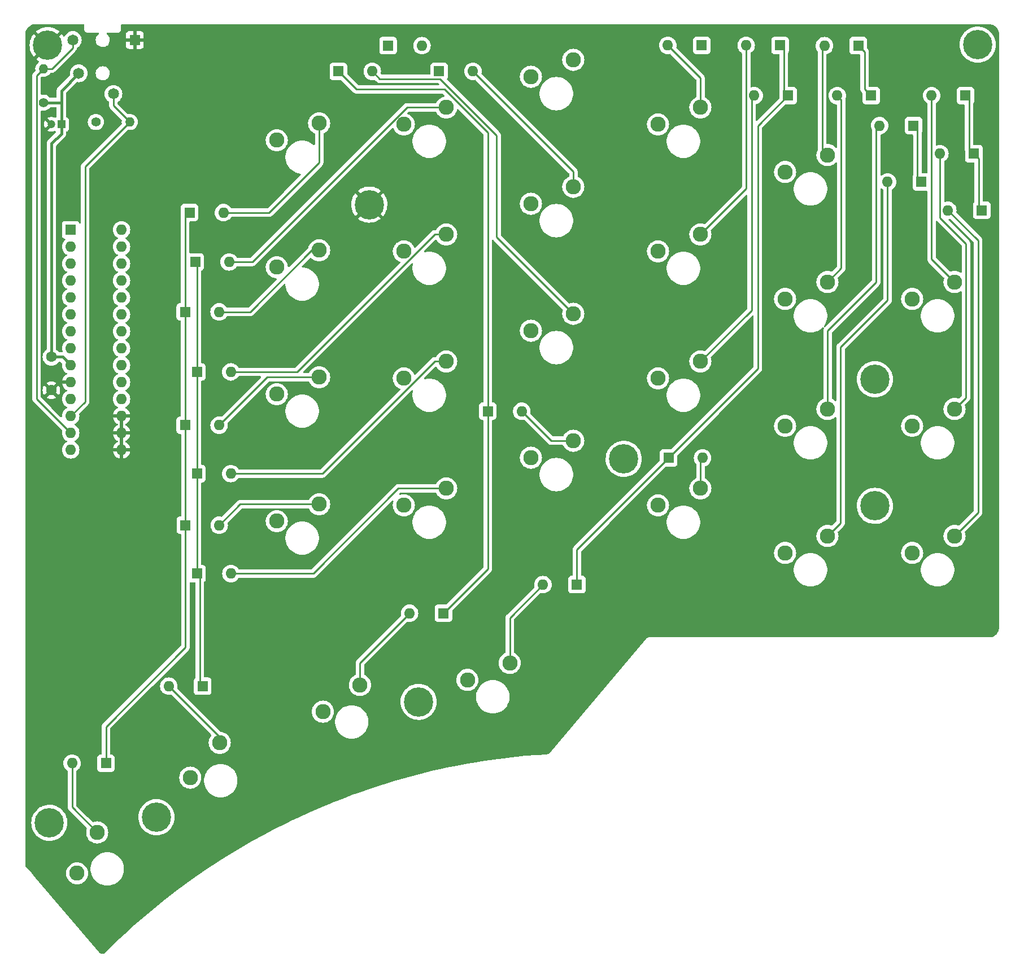
<source format=gbr>
%TF.GenerationSoftware,KiCad,Pcbnew,(6.0.5)*%
%TF.CreationDate,2022-07-25T14:12:34-03:00*%
%TF.ProjectId,bluejay_right,626c7565-6a61-4795-9f72-696768742e6b,rev?*%
%TF.SameCoordinates,Original*%
%TF.FileFunction,Copper,L1,Top*%
%TF.FilePolarity,Positive*%
%FSLAX46Y46*%
G04 Gerber Fmt 4.6, Leading zero omitted, Abs format (unit mm)*
G04 Created by KiCad (PCBNEW (6.0.5)) date 2022-07-25 14:12:34*
%MOMM*%
%LPD*%
G01*
G04 APERTURE LIST*
%TA.AperFunction,ComponentPad*%
%ADD10C,4.400000*%
%TD*%
%TA.AperFunction,ComponentPad*%
%ADD11C,2.286000*%
%TD*%
%TA.AperFunction,ComponentPad*%
%ADD12R,1.600000X1.600000*%
%TD*%
%TA.AperFunction,ComponentPad*%
%ADD13O,1.600000X1.600000*%
%TD*%
%TA.AperFunction,ComponentPad*%
%ADD14R,1.650000X1.650000*%
%TD*%
%TA.AperFunction,ComponentPad*%
%ADD15C,1.650000*%
%TD*%
%TA.AperFunction,ComponentPad*%
%ADD16R,1.200000X1.200000*%
%TD*%
%TA.AperFunction,ComponentPad*%
%ADD17C,1.200000*%
%TD*%
%TA.AperFunction,ComponentPad*%
%ADD18C,1.400000*%
%TD*%
%TA.AperFunction,ComponentPad*%
%ADD19O,1.400000X1.400000*%
%TD*%
%TA.AperFunction,ComponentPad*%
%ADD20C,1.600000*%
%TD*%
%TA.AperFunction,ViaPad*%
%ADD21C,0.800000*%
%TD*%
%TA.AperFunction,Conductor*%
%ADD22C,0.400000*%
%TD*%
%TA.AperFunction,Conductor*%
%ADD23C,0.250000*%
%TD*%
G04 APERTURE END LIST*
D10*
%TO.P,H5,1*%
%TO.N,N/C*%
X29150000Y-9550000D03*
%TD*%
D11*
%TO.P,SWd1,1,1*%
%TO.N,Net-(Dd1-Pad2)*%
X40640000Y43180000D03*
%TO.P,SWd1,2,2*%
%TO.N,/row1*%
X34290000Y40640000D03*
%TD*%
D10*
%TO.P,H3,1,1*%
%TO.N,GND*%
X-9000000Y28600000D03*
%TD*%
%TO.P,H4,1*%
%TO.N,N/C*%
X66800000Y2400000D03*
%TD*%
D12*
%TO.P,Dc4,1,K*%
%TO.N,/colC*%
X8770000Y-2400000D03*
D13*
%TO.P,Dc4,2,A*%
%TO.N,Net-(Dc4-Pad2)*%
X13850000Y-2400000D03*
%TD*%
D12*
%TO.P,Db2,1,K*%
%TO.N,/colB*%
X-34836300Y3500000D03*
D13*
%TO.P,Db2,2,A*%
%TO.N,Net-(Db2-Pad2)*%
X-29756300Y3500000D03*
%TD*%
D12*
%TO.P,Db3,1,K*%
%TO.N,/colB*%
X-34836300Y-11750000D03*
D13*
%TO.P,Db3,2,A*%
%TO.N,Net-(Db3-Pad2)*%
X-29756300Y-11750000D03*
%TD*%
D11*
%TO.P,SWb5,1,1*%
%TO.N,Net-(Db5-Pad2)*%
X-31413429Y-52148468D03*
%TO.P,SWb5,2,2*%
%TO.N,/row5*%
X-35827688Y-57372300D03*
%TD*%
D14*
%TO.P,J2,1*%
%TO.N,GND*%
X-44150000Y53300000D03*
D15*
%TO.P,J2,2*%
%TO.N,VCC*%
X-52550000Y48300000D03*
%TO.P,J2,3*%
%TO.N,/i2c_SCL*%
X-47350000Y45200000D03*
%TO.P,J2,4*%
%TO.N,/i2c_SDA*%
X-53450000Y53300000D03*
%TD*%
D11*
%TO.P,SWb1,1,1*%
%TO.N,Net-(Db1-Pad2)*%
X2540000Y43180000D03*
%TO.P,SWb1,2,2*%
%TO.N,/row1*%
X-3810000Y40640000D03*
%TD*%
%TO.P,SWd3,1,1*%
%TO.N,Net-(Dd3-Pad2)*%
X40640000Y5080000D03*
%TO.P,SWd3,2,2*%
%TO.N,/row3*%
X34290000Y2540000D03*
%TD*%
D16*
%TO.P,C6,1*%
%TO.N,VCC*%
X-55150000Y40650000D03*
D17*
%TO.P,C6,2*%
%TO.N,GND*%
X-56650000Y40650000D03*
%TD*%
D12*
%TO.P,Db1,1,K*%
%TO.N,/colB*%
X-35086300Y20000000D03*
D13*
%TO.P,Db1,2,A*%
%TO.N,Net-(Db1-Pad2)*%
X-30006300Y20000000D03*
%TD*%
D12*
%TO.P,Df4,1,K*%
%TO.N,/colF*%
X82817500Y27750000D03*
D13*
%TO.P,Df4,2,A*%
%TO.N,Net-(Df4-Pad2)*%
X77737500Y27750000D03*
%TD*%
D12*
%TO.P,Df3,1,K*%
%TO.N,/colF*%
X81630000Y36250000D03*
D13*
%TO.P,Df3,2,A*%
%TO.N,Net-(Df3-Pad2)*%
X76550000Y36250000D03*
%TD*%
D11*
%TO.P,SWf2,1,1*%
%TO.N,Net-(Df2-Pad2)*%
X78740000Y16986300D03*
%TO.P,SWf2,2,2*%
%TO.N,/row2*%
X72390000Y14446300D03*
%TD*%
D10*
%TO.P,H2,1,1*%
%TO.N,GND*%
X-57200000Y52500000D03*
%TD*%
D12*
%TO.P,De1,1,K*%
%TO.N,/colE*%
X64317500Y52450000D03*
D13*
%TO.P,De1,2,A*%
%TO.N,Net-(De1-Pad2)*%
X59237500Y52450000D03*
%TD*%
D10*
%TO.P,H1,1*%
%TO.N,N/C*%
X82200000Y52600000D03*
%TD*%
D11*
%TO.P,SWd4,1,1*%
%TO.N,Net-(Dd4-Pad2)*%
X40640000Y-13970000D03*
%TO.P,SWd4,2,2*%
%TO.N,/row4*%
X34290000Y-16510000D03*
%TD*%
D10*
%TO.P,H7,1*%
%TO.N,N/C*%
X-1600000Y-46000000D03*
%TD*%
D11*
%TO.P,SWf4,1,1*%
%TO.N,Net-(Df4-Pad2)*%
X78740000Y-21113800D03*
%TO.P,SWf4,2,2*%
%TO.N,/row4*%
X72390000Y-23653800D03*
%TD*%
%TO.P,SWa3,1,1*%
%TO.N,Net-(Da3-Pad2)*%
X-16510000Y2698700D03*
%TO.P,SWa3,2,2*%
%TO.N,/row3*%
X-22860000Y158700D03*
%TD*%
%TO.P,SWc3,1,1*%
%TO.N,Net-(Dc3-Pad2)*%
X21590000Y12223800D03*
%TO.P,SWc3,2,2*%
%TO.N,/row3*%
X15240000Y9683800D03*
%TD*%
D12*
%TO.P,Da2,1,K*%
%TO.N,/colA*%
X-36586300Y12500000D03*
D13*
%TO.P,Da2,2,A*%
%TO.N,Net-(Da2-Pad2)*%
X-31506300Y12500000D03*
%TD*%
D10*
%TO.P,H8,1*%
%TO.N,N/C*%
X-40900000Y-63300000D03*
%TD*%
D11*
%TO.P,SWd2,1,1*%
%TO.N,Net-(Dd2-Pad2)*%
X40640000Y24130000D03*
%TO.P,SWd2,2,2*%
%TO.N,/row2*%
X34290000Y21590000D03*
%TD*%
%TO.P,SWb2,1,1*%
%TO.N,Net-(Db2-Pad2)*%
X2540000Y24130000D03*
%TO.P,SWb2,2,2*%
%TO.N,/row2*%
X-3810000Y21590000D03*
%TD*%
D12*
%TO.P,Da3,1,K*%
%TO.N,/colA*%
X-36586300Y-4500000D03*
D13*
%TO.P,Da3,2,A*%
%TO.N,Net-(Da3-Pad2)*%
X-31506300Y-4500000D03*
%TD*%
D11*
%TO.P,SWf3,1,1*%
%TO.N,Net-(Df3-Pad2)*%
X78740000Y-2063800D03*
%TO.P,SWf3,2,2*%
%TO.N,/row3*%
X72390000Y-4603800D03*
%TD*%
D18*
%TO.P,R6,1*%
%TO.N,VCC*%
X-57850000Y43900000D03*
D19*
%TO.P,R6,2*%
%TO.N,/i2c_SDA*%
X-57850000Y48980000D03*
%TD*%
D11*
%TO.P,SWb3,1,1*%
%TO.N,Net-(Db3-Pad2)*%
X2540000Y5080000D03*
%TO.P,SWb3,2,2*%
%TO.N,/row3*%
X-3810000Y2540000D03*
%TD*%
D12*
%TO.P,Dd4,1,K*%
%TO.N,/colD*%
X35882500Y-9400000D03*
D13*
%TO.P,Dd4,2,A*%
%TO.N,Net-(Dd4-Pad2)*%
X40962500Y-9400000D03*
%TD*%
D11*
%TO.P,SWe4,1,1*%
%TO.N,Net-(De4-Pad2)*%
X59690000Y-21113800D03*
%TO.P,SWe4,2,2*%
%TO.N,/row4*%
X53340000Y-23653800D03*
%TD*%
%TO.P,SWa2,1,1*%
%TO.N,Net-(Da2-Pad2)*%
X-16510000Y21748800D03*
%TO.P,SWa2,2,2*%
%TO.N,/row2*%
X-22860000Y19208800D03*
%TD*%
%TO.P,SWb4,1,1*%
%TO.N,Net-(Db4-Pad2)*%
X2540000Y-13970000D03*
%TO.P,SWb4,2,2*%
%TO.N,/row4*%
X-3810000Y-16510000D03*
%TD*%
D12*
%TO.P,Dd1,1,K*%
%TO.N,/colD*%
X40830000Y52500000D03*
D13*
%TO.P,Dd1,2,A*%
%TO.N,Net-(Dd1-Pad2)*%
X35750000Y52500000D03*
%TD*%
D11*
%TO.P,SWa1,1,1*%
%TO.N,Net-(Da1-Pad2)*%
X-16510000Y40798800D03*
%TO.P,SWa1,2,2*%
%TO.N,/row1*%
X-22860000Y38258800D03*
%TD*%
%TO.P,SWe3,1,1*%
%TO.N,Net-(De3-Pad2)*%
X59690000Y-2063800D03*
%TO.P,SWe3,2,2*%
%TO.N,/row3*%
X53340000Y-4603800D03*
%TD*%
D12*
%TO.P,Dd3,1,K*%
%TO.N,/colD*%
X53780000Y44950000D03*
D13*
%TO.P,Dd3,2,A*%
%TO.N,Net-(Dd3-Pad2)*%
X48700000Y44950000D03*
%TD*%
D12*
%TO.P,Db4,1,K*%
%TO.N,/colB*%
X-34817500Y-26750000D03*
D13*
%TO.P,Db4,2,A*%
%TO.N,Net-(Db4-Pad2)*%
X-29737500Y-26750000D03*
%TD*%
D11*
%TO.P,SWc1,1,1*%
%TO.N,Net-(Dc1-Pad2)*%
X21590000Y50323800D03*
%TO.P,SWc1,2,2*%
%TO.N,/row1*%
X15240000Y47783800D03*
%TD*%
D12*
%TO.P,De3,1,K*%
%TO.N,/colE*%
X72580000Y40450000D03*
D13*
%TO.P,De3,2,A*%
%TO.N,Net-(De3-Pad2)*%
X67500000Y40450000D03*
%TD*%
D10*
%TO.P,H9,1*%
%TO.N,N/C*%
X-56950000Y-64150000D03*
%TD*%
D12*
%TO.P,Dc1,1,K*%
%TO.N,/colC*%
X-6180000Y52450000D03*
D13*
%TO.P,Dc1,2,A*%
%TO.N,Net-(Dc1-Pad2)*%
X-1100000Y52450000D03*
%TD*%
D18*
%TO.P,R5,1*%
%TO.N,VCC*%
X-49990000Y41000000D03*
D19*
%TO.P,R5,2*%
%TO.N,/i2c_SCL*%
X-44910000Y41000000D03*
%TD*%
D11*
%TO.P,SWc5,1,1*%
%TO.N,Net-(Dc5-Pad2)*%
X-10395612Y-43472716D03*
%TO.P,SWc5,2,2*%
%TO.N,/row5*%
X-15942508Y-47473471D03*
%TD*%
%TO.P,SWa4,1,1*%
%TO.N,Net-(Da4-Pad2)*%
X-16510000Y-16351300D03*
%TO.P,SWa4,2,2*%
%TO.N,/row4*%
X-22860000Y-18891300D03*
%TD*%
D12*
%TO.P,Dc3,1,K*%
%TO.N,/colC*%
X-13630000Y48600000D03*
D13*
%TO.P,Dc3,2,A*%
%TO.N,Net-(Dc3-Pad2)*%
X-8550000Y48600000D03*
%TD*%
D12*
%TO.P,Dd2,1,K*%
%TO.N,/colD*%
X52580000Y52500000D03*
D13*
%TO.P,Dd2,2,A*%
%TO.N,Net-(Dd2-Pad2)*%
X47500000Y52500000D03*
%TD*%
D20*
%TO.P,C7,1*%
%TO.N,VCC*%
X-56650000Y5750000D03*
%TO.P,C7,2*%
%TO.N,GND*%
X-56650000Y750000D03*
%TD*%
D11*
%TO.P,SWd5,1,1*%
%TO.N,Net-(Dd5-Pad2)*%
X12065000Y-40163800D03*
%TO.P,SWd5,2,2*%
%TO.N,/row5*%
X5715000Y-42703800D03*
%TD*%
D12*
%TO.P,Dd5,1,K*%
%TO.N,/colD*%
X22117500Y-28400000D03*
D13*
%TO.P,Dd5,2,A*%
%TO.N,Net-(Dd5-Pad2)*%
X17037500Y-28400000D03*
%TD*%
D12*
%TO.P,U2,1,GPB0*%
%TO.N,/colC*%
X-53750000Y24825000D03*
D13*
%TO.P,U2,2,GPB1*%
%TO.N,/colD*%
X-53750000Y22285000D03*
%TO.P,U2,3,GPB2*%
%TO.N,/colE*%
X-53750000Y19745000D03*
%TO.P,U2,4,GPB3*%
%TO.N,/colF*%
X-53750000Y17205000D03*
%TO.P,U2,5,GPB4*%
%TO.N,unconnected-(U2-Pad5)*%
X-53750000Y14665000D03*
%TO.P,U2,6,GPB5*%
%TO.N,unconnected-(U2-Pad6)*%
X-53750000Y12125000D03*
%TO.P,U2,7,GPB6*%
%TO.N,unconnected-(U2-Pad7)*%
X-53750000Y9585000D03*
%TO.P,U2,8,GPB7*%
%TO.N,/row5*%
X-53750000Y7045000D03*
%TO.P,U2,9,VDD*%
%TO.N,VCC*%
X-53750000Y4505000D03*
%TO.P,U2,10,VSS*%
%TO.N,GND*%
X-53750000Y1965000D03*
%TO.P,U2,11,NC*%
%TO.N,unconnected-(U2-Pad11)*%
X-53750000Y-575000D03*
%TO.P,U2,12,SCK*%
%TO.N,/i2c_SCL*%
X-53750000Y-3115000D03*
%TO.P,U2,13,SDA*%
%TO.N,/i2c_SDA*%
X-53750000Y-5655000D03*
%TO.P,U2,14,NC*%
%TO.N,unconnected-(U2-Pad14)*%
X-53750000Y-8195000D03*
%TO.P,U2,15,A0*%
%TO.N,GND*%
X-46130000Y-8195000D03*
%TO.P,U2,16,A1*%
X-46130000Y-5655000D03*
%TO.P,U2,17,A2*%
X-46130000Y-3115000D03*
%TO.P,U2,18,~{RESET}*%
%TO.N,VCC*%
X-46130000Y-575000D03*
%TO.P,U2,19,INTB*%
%TO.N,unconnected-(U2-Pad19)*%
X-46130000Y1965000D03*
%TO.P,U2,20,INTA*%
%TO.N,unconnected-(U2-Pad20)*%
X-46130000Y4505000D03*
%TO.P,U2,21,GPA0*%
%TO.N,/row4*%
X-46130000Y7045000D03*
%TO.P,U2,22,GPA1*%
%TO.N,/row3*%
X-46130000Y9585000D03*
%TO.P,U2,23,GPA2*%
%TO.N,/colA*%
X-46130000Y12125000D03*
%TO.P,U2,24,GPA3*%
%TO.N,/colB*%
X-46130000Y14665000D03*
%TO.P,U2,25,GPA4*%
%TO.N,unconnected-(U2-Pad25)*%
X-46130000Y17205000D03*
%TO.P,U2,26,GPA5*%
%TO.N,unconnected-(U2-Pad26)*%
X-46130000Y19745000D03*
%TO.P,U2,27,GPA6*%
%TO.N,/row2*%
X-46130000Y22285000D03*
%TO.P,U2,28,GPA7*%
%TO.N,/row1*%
X-46130000Y24825000D03*
%TD*%
D11*
%TO.P,SWc4,1,1*%
%TO.N,Net-(Dc4-Pad2)*%
X21590000Y-6826300D03*
%TO.P,SWc4,2,2*%
%TO.N,/row4*%
X15240000Y-9366300D03*
%TD*%
D12*
%TO.P,Dc2,1,K*%
%TO.N,/colC*%
X1470000Y48600000D03*
D13*
%TO.P,Dc2,2,A*%
%TO.N,Net-(Dc2-Pad2)*%
X6550000Y48600000D03*
%TD*%
D11*
%TO.P,SWe2,1,1*%
%TO.N,Net-(De2-Pad2)*%
X59690000Y16986300D03*
%TO.P,SWe2,2,2*%
%TO.N,/row2*%
X53340000Y14446300D03*
%TD*%
D12*
%TO.P,De2,1,K*%
%TO.N,/colE*%
X66230000Y44950000D03*
D13*
%TO.P,De2,2,A*%
%TO.N,Net-(De2-Pad2)*%
X61150000Y44950000D03*
%TD*%
D12*
%TO.P,Dc5,1,K*%
%TO.N,/colC*%
X2130000Y-32700000D03*
D13*
%TO.P,Dc5,2,A*%
%TO.N,Net-(Dc5-Pad2)*%
X-2950000Y-32700000D03*
%TD*%
D12*
%TO.P,Df2,1,K*%
%TO.N,/colF*%
X80380000Y44950000D03*
D13*
%TO.P,Df2,2,A*%
%TO.N,Net-(Df2-Pad2)*%
X75300000Y44950000D03*
%TD*%
D11*
%TO.P,SWc2,1,1*%
%TO.N,Net-(Dc2-Pad2)*%
X21590000Y31273800D03*
%TO.P,SWc2,2,2*%
%TO.N,/row2*%
X15240000Y28733800D03*
%TD*%
D12*
%TO.P,Da4,1,K*%
%TO.N,/colA*%
X-36567500Y-19500000D03*
D13*
%TO.P,Da4,2,A*%
%TO.N,Net-(Da4-Pad2)*%
X-31487500Y-19500000D03*
%TD*%
D12*
%TO.P,Db5,1,K*%
%TO.N,/colB*%
X-33970000Y-43650000D03*
D13*
%TO.P,Db5,2,A*%
%TO.N,Net-(Db5-Pad2)*%
X-39050000Y-43650000D03*
%TD*%
D11*
%TO.P,SWa5,1,1*%
%TO.N,Net-(Da5-Pad2)*%
X-49781596Y-65585233D03*
%TO.P,SWa5,2,2*%
%TO.N,/row5*%
X-52800974Y-71721800D03*
%TD*%
D12*
%TO.P,De4,1,K*%
%TO.N,/colE*%
X73780000Y32000000D03*
D13*
%TO.P,De4,2,A*%
%TO.N,Net-(De4-Pad2)*%
X68700000Y32000000D03*
%TD*%
D11*
%TO.P,SWe1,1,1*%
%TO.N,Net-(De1-Pad2)*%
X59690000Y36036300D03*
%TO.P,SWe1,2,2*%
%TO.N,/row1*%
X53340000Y33496300D03*
%TD*%
D12*
%TO.P,Da1,1,K*%
%TO.N,/colA*%
X-35930000Y27400000D03*
D13*
%TO.P,Da1,2,A*%
%TO.N,Net-(Da1-Pad2)*%
X-30850000Y27400000D03*
%TD*%
D10*
%TO.P,H6,1*%
%TO.N,N/C*%
X66800000Y-16600000D03*
%TD*%
D12*
%TO.P,Da5,1,K*%
%TO.N,/colA*%
X-48470000Y-55200000D03*
D13*
%TO.P,Da5,2,A*%
%TO.N,Net-(Da5-Pad2)*%
X-53550000Y-55200000D03*
%TD*%
D21*
%TO.N,GND*%
X77750000Y21750000D03*
X-20250000Y51250000D03*
X64750000Y12250000D03*
%TD*%
D22*
%TO.N,VCC*%
X-55150000Y39250000D02*
X-55150000Y40650000D01*
X-57850000Y43900000D02*
X-55200000Y43900000D01*
X-56650000Y5750000D02*
X-54995000Y5750000D01*
X-55150000Y40650000D02*
X-55150000Y43950000D01*
X-55200000Y43900000D02*
X-55150000Y43950000D01*
X-55150000Y43950000D02*
X-55150000Y45700000D01*
X-54995000Y5750000D02*
X-53750000Y4505000D01*
X-56650000Y37750000D02*
X-55150000Y39250000D01*
X-55150000Y45700000D02*
X-52550000Y48300000D01*
X-56650000Y5750000D02*
X-56650000Y37750000D01*
D23*
%TO.N,/colA*%
X-36567500Y-19500000D02*
X-36567500Y-4518800D01*
X-36586300Y26743700D02*
X-35930000Y27400000D01*
X-36567500Y-4518800D02*
X-36586300Y-4500000D01*
X-48470000Y-55200000D02*
X-48470000Y-49720000D01*
X-36586300Y12500000D02*
X-36586300Y26743700D01*
X-36567500Y-37817500D02*
X-36567500Y-19500000D01*
X-48470000Y-49720000D02*
X-36567500Y-37817500D01*
X-36586300Y-4500000D02*
X-36586300Y12500000D01*
%TO.N,Net-(Da1-Pad2)*%
X-24019346Y27400000D02*
X-30850000Y27400000D01*
X-16510000Y40798800D02*
X-16510000Y34909346D01*
X-16510000Y34909346D02*
X-24019346Y27400000D01*
%TO.N,Net-(Da2-Pad2)*%
X-17601200Y21748800D02*
X-26850000Y12500000D01*
X-16510000Y21748800D02*
X-17601200Y21748800D01*
X-26850000Y12500000D02*
X-31506300Y12500000D01*
%TO.N,Net-(Da3-Pad2)*%
X-16510000Y2698700D02*
X-24307600Y2698700D01*
X-24307600Y2698700D02*
X-31506300Y-4500000D01*
%TO.N,Net-(Da4-Pad2)*%
X-16510000Y-16351300D02*
X-28338800Y-16351300D01*
X-28338800Y-16351300D02*
X-31487500Y-19500000D01*
%TO.N,Net-(Da5-Pad2)*%
X-53550000Y-61816829D02*
X-49781596Y-65585233D01*
X-53550000Y-55200000D02*
X-53550000Y-61816829D01*
%TO.N,/colB*%
X-34836300Y-11750000D02*
X-34836300Y3500000D01*
X-34836300Y19750000D02*
X-35086300Y20000000D01*
X-33970000Y-43650000D02*
X-34400000Y-43220000D01*
X-34817500Y-26750000D02*
X-34817500Y-11768800D01*
X-34836300Y3500000D02*
X-34836300Y19750000D01*
X-34400000Y-43220000D02*
X-34400000Y-27167500D01*
X-34817500Y-11768800D02*
X-34836300Y-11750000D01*
X-34400000Y-27167500D02*
X-34817500Y-26750000D01*
%TO.N,Net-(Db1-Pad2)*%
X2540000Y43180000D02*
X-3345375Y43180000D01*
X-3345375Y43180000D02*
X-26525375Y20000000D01*
X-26525375Y20000000D02*
X-30006300Y20000000D01*
%TO.N,Net-(Db2-Pad2)*%
X-19824625Y3500000D02*
X-29756300Y3500000D01*
X805375Y24130000D02*
X-19824625Y3500000D01*
X2540000Y24130000D02*
X805375Y24130000D01*
%TO.N,Net-(Db3-Pad2)*%
X805375Y5080000D02*
X-16024625Y-11750000D01*
X-16024625Y-11750000D02*
X-29756300Y-11750000D01*
X2540000Y5080000D02*
X805375Y5080000D01*
%TO.N,Net-(Db4-Pad2)*%
X-17400000Y-26750000D02*
X-29737500Y-26750000D01*
X-4620000Y-13970000D02*
X-17400000Y-26750000D01*
X2540000Y-13970000D02*
X-4620000Y-13970000D01*
%TO.N,Net-(Db5-Pad2)*%
X-31413429Y-51286571D02*
X-31413429Y-52148468D01*
X-39050000Y-43650000D02*
X-31413429Y-51286571D01*
%TO.N,/colC*%
X2250000Y45900000D02*
X-10930000Y45900000D01*
X8770000Y39380000D02*
X2250000Y45900000D01*
X8770000Y-26060000D02*
X8770000Y-2400000D01*
X8770000Y-2400000D02*
X8770000Y39380000D01*
X-10930000Y45900000D02*
X-13630000Y48600000D01*
X2130000Y-32700000D02*
X8770000Y-26060000D01*
%TO.N,Net-(Dc2-Pad2)*%
X21590000Y31273800D02*
X21590000Y33560000D01*
X21590000Y33560000D02*
X6550000Y48600000D01*
%TO.N,Net-(Dc3-Pad2)*%
X1624511Y47475489D02*
X-7425489Y47475489D01*
X10100000Y39000000D02*
X1624511Y47475489D01*
X10100000Y23713800D02*
X10100000Y39000000D01*
X21590000Y12223800D02*
X10100000Y23713800D01*
X-7425489Y47475489D02*
X-8550000Y48600000D01*
%TO.N,Net-(Dc4-Pad2)*%
X21590000Y-6826300D02*
X18276300Y-6826300D01*
X18276300Y-6826300D02*
X13850000Y-2400000D01*
%TO.N,Net-(Dc5-Pad2)*%
X-10395612Y-40145612D02*
X-2950000Y-32700000D01*
X-10395612Y-43472716D02*
X-10395612Y-40145612D01*
%TO.N,/colD*%
X22117500Y-23165000D02*
X35882500Y-9400000D01*
X22117500Y-28400000D02*
X22117500Y-23165000D01*
X53150000Y45580000D02*
X53150000Y51930000D01*
X53780000Y44950000D02*
X53150000Y45580000D01*
X35882500Y-9400000D02*
X49250000Y3967500D01*
X49250000Y40420000D02*
X53780000Y44950000D01*
X49250000Y3967500D02*
X49250000Y40420000D01*
X36170000Y-9500000D02*
X35500000Y-9500000D01*
X53150000Y51930000D02*
X52580000Y52500000D01*
%TO.N,Net-(Dd1-Pad2)*%
X40640000Y47610000D02*
X35750000Y52500000D01*
X40640000Y43180000D02*
X40640000Y47610000D01*
%TO.N,Net-(Dd2-Pad2)*%
X40640000Y24130000D02*
X47500000Y30990000D01*
X47500000Y30990000D02*
X47500000Y52500000D01*
%TO.N,Net-(Dd3-Pad2)*%
X48300000Y44550000D02*
X48700000Y44950000D01*
X40640000Y5080000D02*
X48300000Y12740000D01*
X48300000Y12740000D02*
X48300000Y44550000D01*
%TO.N,Net-(Dd4-Pad2)*%
X40640000Y-9722500D02*
X40962500Y-9400000D01*
X40640000Y-13970000D02*
X40640000Y-9722500D01*
%TO.N,Net-(Dd5-Pad2)*%
X12065000Y-40163800D02*
X12065000Y-33372500D01*
X12065000Y-33372500D02*
X17037500Y-28400000D01*
%TO.N,/colE*%
X65250000Y51517500D02*
X64317500Y52450000D01*
X73780000Y32000000D02*
X73150000Y32630000D01*
X66230000Y44950000D02*
X65250000Y45930000D01*
X73150000Y32630000D02*
X73150000Y39880000D01*
X65250000Y45930000D02*
X65250000Y51517500D01*
X73150000Y39880000D02*
X72580000Y40450000D01*
%TO.N,Net-(De1-Pad2)*%
X58900000Y36826300D02*
X58900000Y52112500D01*
X58900000Y52112500D02*
X59237500Y52450000D01*
X59690000Y36036300D02*
X58900000Y36826300D01*
%TO.N,Net-(De2-Pad2)*%
X61750000Y19046300D02*
X61750000Y44350000D01*
X59690000Y16986300D02*
X61750000Y19046300D01*
X61750000Y44350000D02*
X61150000Y44950000D01*
%TO.N,Net-(De3-Pad2)*%
X59690000Y9690000D02*
X67000000Y17000000D01*
X67000000Y39950000D02*
X67500000Y40450000D01*
X59690000Y-2063800D02*
X59690000Y9690000D01*
X67000000Y17000000D02*
X67000000Y39950000D01*
%TO.N,Net-(De4-Pad2)*%
X68700000Y14250000D02*
X68700000Y32000000D01*
X61650000Y7200000D02*
X68700000Y14250000D01*
X61650000Y-19153800D02*
X61650000Y7200000D01*
X59690000Y-21113800D02*
X61650000Y-19153800D01*
%TO.N,/colF*%
X82817500Y27750000D02*
X82350000Y28217500D01*
X80900000Y44430000D02*
X80380000Y44950000D01*
X82350000Y35530000D02*
X81630000Y36250000D01*
X80900000Y36980000D02*
X80900000Y44430000D01*
X81630000Y36250000D02*
X80900000Y36980000D01*
X82350000Y28217500D02*
X82350000Y35530000D01*
%TO.N,Net-(Df2-Pad2)*%
X78740000Y16986300D02*
X75300000Y20426300D01*
X75300000Y20426300D02*
X75300000Y44950000D01*
%TO.N,Net-(Df3-Pad2)*%
X80450000Y22750000D02*
X76550000Y26650000D01*
X78740000Y-2063800D02*
X80450000Y-353800D01*
X76550000Y26650000D02*
X76550000Y36250000D01*
X80450000Y-353800D02*
X80450000Y22750000D01*
%TO.N,Net-(Df4-Pad2)*%
X82250000Y23237500D02*
X77737500Y27750000D01*
X78740000Y-21113800D02*
X82250000Y-17603800D01*
X82250000Y-17603800D02*
X82250000Y23237500D01*
%TO.N,/i2c_SCL*%
X-51600000Y34310000D02*
X-51600000Y-965000D01*
X-47350000Y45200000D02*
X-47350000Y43440000D01*
X-47350000Y43440000D02*
X-44910000Y41000000D01*
X-51600000Y-965000D02*
X-53750000Y-3115000D01*
X-44910000Y41000000D02*
X-51600000Y34310000D01*
%TO.N,/i2c_SDA*%
X-58874511Y47955489D02*
X-58874511Y-530489D01*
X-56603274Y48980000D02*
X-57850000Y48980000D01*
X-58874511Y-530489D02*
X-53750000Y-5655000D01*
X-53450000Y53300000D02*
X-53450000Y52133274D01*
X-57850000Y48980000D02*
X-58874511Y47955489D01*
X-53450000Y52133274D02*
X-56603274Y48980000D01*
%TD*%
%TA.AperFunction,Conductor*%
%TO.N,GND*%
G36*
X-51766379Y55671498D02*
G01*
X-51719886Y55617842D01*
X-51708500Y55565500D01*
X-51708500Y54908623D01*
X-51708502Y54907853D01*
X-51708976Y54830279D01*
X-51706509Y54821648D01*
X-51700850Y54801847D01*
X-51697272Y54785085D01*
X-51693080Y54755813D01*
X-51689366Y54747645D01*
X-51689366Y54747644D01*
X-51682452Y54732438D01*
X-51676004Y54714914D01*
X-51668949Y54690229D01*
X-51664157Y54682635D01*
X-51664156Y54682632D01*
X-51653170Y54665220D01*
X-51645031Y54650137D01*
X-51632792Y54623218D01*
X-51626931Y54616416D01*
X-51616030Y54603765D01*
X-51604927Y54588761D01*
X-51591224Y54567042D01*
X-51584499Y54561103D01*
X-51584496Y54561099D01*
X-51569062Y54547468D01*
X-51557018Y54535276D01*
X-51543573Y54519673D01*
X-51543570Y54519671D01*
X-51537713Y54512873D01*
X-51530184Y54507993D01*
X-51530183Y54507992D01*
X-51516165Y54498906D01*
X-51501291Y54487615D01*
X-51488783Y54476569D01*
X-51482049Y54470622D01*
X-51455289Y54458058D01*
X-51440309Y54449737D01*
X-51423017Y54438529D01*
X-51423012Y54438527D01*
X-51415485Y54433648D01*
X-51406892Y54431078D01*
X-51406887Y54431076D01*
X-51390880Y54426289D01*
X-51373436Y54419628D01*
X-51358324Y54412533D01*
X-51358322Y54412532D01*
X-51350200Y54408719D01*
X-51341333Y54407338D01*
X-51341332Y54407338D01*
X-51338647Y54406920D01*
X-51320983Y54404170D01*
X-51304268Y54400387D01*
X-51284534Y54394485D01*
X-51284528Y54394484D01*
X-51275934Y54391914D01*
X-51266963Y54391859D01*
X-51266962Y54391859D01*
X-51256903Y54391798D01*
X-51241494Y54391704D01*
X-51240711Y54391671D01*
X-51239614Y54391500D01*
X-51208623Y54391500D01*
X-51207853Y54391498D01*
X-51134215Y54391048D01*
X-51134214Y54391048D01*
X-51130279Y54391024D01*
X-51128935Y54391408D01*
X-51127590Y54391500D01*
X-49640374Y54391500D01*
X-49572253Y54371498D01*
X-49525760Y54317842D01*
X-49515656Y54247568D01*
X-49545150Y54182988D01*
X-49560738Y54167857D01*
X-49694689Y54058610D01*
X-49694692Y54058607D01*
X-49699464Y54054715D01*
X-49703392Y54049967D01*
X-49703393Y54049966D01*
X-49774254Y53964310D01*
X-49831783Y53894770D01*
X-49834712Y53889353D01*
X-49834714Y53889350D01*
X-49927584Y53717590D01*
X-49927586Y53717585D01*
X-49930514Y53712170D01*
X-49991898Y53513871D01*
X-49992542Y53507746D01*
X-49992542Y53507745D01*
X-50010194Y53339789D01*
X-50013596Y53307425D01*
X-50010289Y53271093D01*
X-49999429Y53151762D01*
X-49994782Y53100697D01*
X-49993044Y53094791D01*
X-49993043Y53094787D01*
X-49952753Y52957895D01*
X-49936173Y52901560D01*
X-49840001Y52717600D01*
X-49709929Y52555823D01*
X-49705212Y52551865D01*
X-49705210Y52551863D01*
X-49692191Y52540939D01*
X-49550911Y52422391D01*
X-49545519Y52419427D01*
X-49545515Y52419424D01*
X-49374402Y52325354D01*
X-49369005Y52322387D01*
X-49171139Y52259621D01*
X-49165022Y52258935D01*
X-49165018Y52258934D01*
X-49088402Y52250341D01*
X-49009587Y52241500D01*
X-48897763Y52241500D01*
X-48894707Y52241800D01*
X-48894700Y52241800D01*
X-48749534Y52256034D01*
X-48749531Y52256035D01*
X-48743408Y52256635D01*
X-48592351Y52302241D01*
X-48550593Y52314848D01*
X-48550590Y52314849D01*
X-48544685Y52316632D01*
X-48537365Y52320524D01*
X-48366847Y52411191D01*
X-48366845Y52411192D01*
X-48361401Y52414087D01*
X-48341484Y52430331D01*
X-45482999Y52430331D01*
X-45482629Y52423510D01*
X-45477105Y52372648D01*
X-45473479Y52357396D01*
X-45428324Y52236946D01*
X-45419786Y52221351D01*
X-45343285Y52119276D01*
X-45330724Y52106715D01*
X-45228649Y52030214D01*
X-45213054Y52021676D01*
X-45092606Y51976522D01*
X-45077351Y51972895D01*
X-45026486Y51967369D01*
X-45019672Y51967000D01*
X-44422115Y51967000D01*
X-44406876Y51971475D01*
X-44405671Y51972865D01*
X-44404000Y51980548D01*
X-44404000Y51985116D01*
X-43896000Y51985116D01*
X-43891525Y51969877D01*
X-43890135Y51968672D01*
X-43882452Y51967001D01*
X-43280331Y51967001D01*
X-43273510Y51967371D01*
X-43222648Y51972895D01*
X-43207396Y51976521D01*
X-43086946Y52021676D01*
X-43071351Y52030214D01*
X-42969276Y52106715D01*
X-42956715Y52119276D01*
X-42880214Y52221351D01*
X-42871676Y52236946D01*
X-42826522Y52357394D01*
X-42822895Y52372649D01*
X-42817369Y52423514D01*
X-42817000Y52430328D01*
X-42817000Y53027885D01*
X-42821475Y53043124D01*
X-42822865Y53044329D01*
X-42830548Y53046000D01*
X-43877885Y53046000D01*
X-43893124Y53041525D01*
X-43894329Y53040135D01*
X-43896000Y53032452D01*
X-43896000Y51985116D01*
X-44404000Y51985116D01*
X-44404000Y53027885D01*
X-44408475Y53043124D01*
X-44409865Y53044329D01*
X-44417548Y53046000D01*
X-45464884Y53046000D01*
X-45480123Y53041525D01*
X-45481328Y53040135D01*
X-45482999Y53032452D01*
X-45482999Y52430331D01*
X-48341484Y52430331D01*
X-48301529Y52462917D01*
X-48205311Y52541390D01*
X-48205308Y52541393D01*
X-48200536Y52545285D01*
X-48129871Y52630703D01*
X-48072145Y52700482D01*
X-48068217Y52705230D01*
X-48064124Y52712799D01*
X-47972416Y52882410D01*
X-47972414Y52882415D01*
X-47969486Y52887830D01*
X-47908102Y53086129D01*
X-47905935Y53106749D01*
X-47887048Y53286446D01*
X-47887048Y53286448D01*
X-47886404Y53292575D01*
X-47901295Y53456198D01*
X-47904659Y53493164D01*
X-47904660Y53493167D01*
X-47905218Y53499303D01*
X-47907702Y53507745D01*
X-47926647Y53572115D01*
X-45483000Y53572115D01*
X-45478525Y53556876D01*
X-45477135Y53555671D01*
X-45469452Y53554000D01*
X-44422115Y53554000D01*
X-44406876Y53558475D01*
X-44405671Y53559865D01*
X-44404000Y53567548D01*
X-44404000Y53572115D01*
X-43896000Y53572115D01*
X-43891525Y53556876D01*
X-43890135Y53555671D01*
X-43882452Y53554000D01*
X-42835116Y53554000D01*
X-42819877Y53558475D01*
X-42818672Y53559865D01*
X-42817001Y53567548D01*
X-42817001Y54169669D01*
X-42817371Y54176490D01*
X-42822895Y54227352D01*
X-42826521Y54242604D01*
X-42871676Y54363054D01*
X-42880214Y54378649D01*
X-42956715Y54480724D01*
X-42969276Y54493285D01*
X-43071351Y54569786D01*
X-43086946Y54578324D01*
X-43207394Y54623478D01*
X-43222649Y54627105D01*
X-43273514Y54632631D01*
X-43280328Y54633000D01*
X-43877885Y54633000D01*
X-43893124Y54628525D01*
X-43894329Y54627135D01*
X-43896000Y54619452D01*
X-43896000Y53572115D01*
X-44404000Y53572115D01*
X-44404000Y54614884D01*
X-44408475Y54630123D01*
X-44409865Y54631328D01*
X-44417548Y54632999D01*
X-45019669Y54632999D01*
X-45026490Y54632629D01*
X-45077352Y54627105D01*
X-45092604Y54623479D01*
X-45213054Y54578324D01*
X-45228649Y54569786D01*
X-45330724Y54493285D01*
X-45343285Y54480724D01*
X-45419786Y54378649D01*
X-45428324Y54363054D01*
X-45473478Y54242606D01*
X-45477105Y54227351D01*
X-45482631Y54176486D01*
X-45483000Y54169672D01*
X-45483000Y53572115D01*
X-47926647Y53572115D01*
X-47959661Y53684284D01*
X-47963827Y53698440D01*
X-48059999Y53882400D01*
X-48190071Y54044177D01*
X-48202629Y54054715D01*
X-48338803Y54168978D01*
X-48378130Y54228088D01*
X-48379256Y54299076D01*
X-48341825Y54359403D01*
X-48277720Y54389917D01*
X-48257812Y54391500D01*
X-46708623Y54391500D01*
X-46707852Y54391498D01*
X-46630279Y54391024D01*
X-46601848Y54399150D01*
X-46585085Y54402728D01*
X-46584247Y54402848D01*
X-46555813Y54406920D01*
X-46532436Y54417549D01*
X-46514913Y54423996D01*
X-46490229Y54431051D01*
X-46482635Y54435843D01*
X-46482632Y54435844D01*
X-46465220Y54446830D01*
X-46450135Y54454970D01*
X-46423218Y54467208D01*
X-46403765Y54483970D01*
X-46388761Y54495073D01*
X-46367042Y54508776D01*
X-46361103Y54515501D01*
X-46361099Y54515504D01*
X-46347468Y54530938D01*
X-46335276Y54542982D01*
X-46319673Y54556427D01*
X-46319671Y54556430D01*
X-46312873Y54562287D01*
X-46298906Y54583835D01*
X-46287615Y54598709D01*
X-46276569Y54611217D01*
X-46276568Y54611218D01*
X-46270622Y54617951D01*
X-46258057Y54644713D01*
X-46249737Y54659691D01*
X-46238529Y54676983D01*
X-46238527Y54676988D01*
X-46233648Y54684515D01*
X-46231078Y54693108D01*
X-46231076Y54693113D01*
X-46226289Y54709120D01*
X-46219628Y54726564D01*
X-46212533Y54741676D01*
X-46212532Y54741678D01*
X-46208719Y54749800D01*
X-46204170Y54779017D01*
X-46200387Y54795732D01*
X-46194485Y54815466D01*
X-46194484Y54815472D01*
X-46191914Y54824066D01*
X-46191704Y54858506D01*
X-46191671Y54859289D01*
X-46191500Y54860386D01*
X-46191500Y54891377D01*
X-46191498Y54892147D01*
X-46191048Y54965785D01*
X-46191048Y54965786D01*
X-46191024Y54969721D01*
X-46191408Y54971065D01*
X-46191500Y54972410D01*
X-46191500Y55565500D01*
X-46171498Y55633621D01*
X-46117842Y55680114D01*
X-46065500Y55691500D01*
X-40598229Y55691500D01*
X83882105Y55661511D01*
X83900021Y55660226D01*
X83918618Y55657550D01*
X83918619Y55657550D01*
X83927507Y55656271D01*
X83942594Y55658421D01*
X83968010Y55659449D01*
X84033708Y55655456D01*
X84136350Y55649216D01*
X84154372Y55646805D01*
X84344191Y55607286D01*
X84361678Y55602304D01*
X84543815Y55535858D01*
X84560403Y55528410D01*
X84672647Y55467911D01*
X84731069Y55436422D01*
X84746423Y55426653D01*
X84902056Y55311042D01*
X84915842Y55299164D01*
X85053198Y55162341D01*
X85065129Y55148603D01*
X85181347Y54993419D01*
X85191168Y54978115D01*
X85197876Y54965785D01*
X85283819Y54807810D01*
X85291337Y54791241D01*
X85357809Y54611217D01*
X85358490Y54609372D01*
X85363544Y54591890D01*
X85403799Y54402243D01*
X85406282Y54384217D01*
X85415124Y54247568D01*
X85416704Y54223147D01*
X85415835Y54205340D01*
X85415665Y54196818D01*
X85414217Y54187962D01*
X85415312Y54179058D01*
X85415312Y54179055D01*
X85418404Y54153916D01*
X85419346Y54138537D01*
X85419764Y18015512D01*
X85420365Y-33945229D01*
X85420374Y-34761645D01*
X85418935Y-34780636D01*
X85415167Y-34805351D01*
X85417217Y-34820655D01*
X85418043Y-34845931D01*
X85406411Y-35016939D01*
X85403931Y-35034664D01*
X85362884Y-35227169D01*
X85357919Y-35244357D01*
X85302820Y-35394255D01*
X85290011Y-35429100D01*
X85282659Y-35445417D01*
X85189259Y-35618679D01*
X85179669Y-35633790D01*
X85062665Y-35792066D01*
X85051030Y-35805667D01*
X84912778Y-35945771D01*
X84899346Y-35957576D01*
X84742624Y-36076688D01*
X84727647Y-36086474D01*
X84555645Y-36182169D01*
X84539426Y-36189738D01*
X84355600Y-36260098D01*
X84338473Y-36265292D01*
X84146541Y-36308894D01*
X84128850Y-36311610D01*
X83965387Y-36324915D01*
X83945726Y-36324295D01*
X83938834Y-36324281D01*
X83929946Y-36322989D01*
X83901691Y-36326975D01*
X83884078Y-36328211D01*
X56437776Y-36324596D01*
X32966155Y-36321505D01*
X32948908Y-36320317D01*
X32928595Y-36317507D01*
X32928592Y-36317507D01*
X32919700Y-36316277D01*
X32849254Y-36326710D01*
X32848934Y-36326757D01*
X32778034Y-36336901D01*
X32776870Y-36337430D01*
X32775614Y-36337616D01*
X32710651Y-36367528D01*
X32645431Y-36397172D01*
X32644467Y-36398002D01*
X32643308Y-36398536D01*
X32589411Y-36445428D01*
X32589065Y-36445727D01*
X32541874Y-36486377D01*
X32541872Y-36486379D01*
X32535073Y-36492236D01*
X32530189Y-36499769D01*
X32516896Y-36520271D01*
X32507520Y-36532923D01*
X17966754Y-53784679D01*
X17961557Y-53790845D01*
X17902361Y-53830042D01*
X17873480Y-53835371D01*
X17455755Y-53862831D01*
X16186190Y-53946289D01*
X16186155Y-53946292D01*
X16185602Y-53946328D01*
X14230634Y-54112425D01*
X14230036Y-54112487D01*
X14230029Y-54112488D01*
X13838585Y-54153295D01*
X12279197Y-54315857D01*
X12278598Y-54315931D01*
X12278572Y-54315934D01*
X11160402Y-54454152D01*
X10332004Y-54556551D01*
X8389768Y-54834417D01*
X8389155Y-54834517D01*
X8389153Y-54834517D01*
X6453843Y-55149251D01*
X6453832Y-55149253D01*
X6453198Y-55149356D01*
X6452598Y-55149465D01*
X6452577Y-55149469D01*
X5750995Y-55277375D01*
X4523000Y-55501250D01*
X4186487Y-55569270D01*
X2600534Y-55889841D01*
X2600513Y-55889845D01*
X2599882Y-55889973D01*
X1607822Y-56110316D01*
X685124Y-56315253D01*
X685107Y-56315257D01*
X684544Y-56315382D01*
X683963Y-56315523D01*
X683949Y-56315526D01*
X356699Y-56394803D01*
X-1222313Y-56777321D01*
X-3119992Y-57275623D01*
X-3120492Y-57275764D01*
X-3120523Y-57275773D01*
X-5007230Y-57809942D01*
X-5007261Y-57809951D01*
X-5007801Y-57810104D01*
X-5008392Y-57810283D01*
X-5008407Y-57810288D01*
X-5566156Y-57979779D01*
X-6885049Y-58380569D01*
X-6885664Y-58380769D01*
X-6885671Y-58380771D01*
X-8750501Y-58986631D01*
X-8750531Y-58986641D01*
X-8751051Y-58986810D01*
X-8751565Y-58986988D01*
X-8751601Y-58987000D01*
X-10604549Y-59628407D01*
X-10604606Y-59628427D01*
X-10605125Y-59628607D01*
X-10605646Y-59628799D01*
X-10605678Y-59628810D01*
X-11493956Y-59955434D01*
X-12446593Y-60305723D01*
X-12447104Y-60305922D01*
X-12447125Y-60305930D01*
X-13973071Y-60900377D01*
X-14274783Y-61017912D01*
X-14275326Y-61018136D01*
X-14275357Y-61018148D01*
X-14857669Y-61257911D01*
X-16089026Y-61764913D01*
X-16089610Y-61765167D01*
X-16089618Y-61765170D01*
X-16867351Y-62102922D01*
X-17888661Y-62546454D01*
X-19673029Y-63362249D01*
X-20626273Y-63820289D01*
X-21435360Y-64209061D01*
X-21441479Y-64212001D01*
X-21441988Y-64212258D01*
X-21442009Y-64212268D01*
X-23192859Y-65095142D01*
X-23192887Y-65095156D01*
X-23193364Y-65095397D01*
X-24928044Y-66012117D01*
X-26644886Y-66961824D01*
X-28343263Y-67944172D01*
X-28343781Y-67944485D01*
X-28343820Y-67944508D01*
X-29631313Y-68722415D01*
X-30022554Y-68958803D01*
X-30023044Y-68959112D01*
X-30452135Y-69229698D01*
X-31682144Y-70005344D01*
X-31682557Y-70005616D01*
X-31682584Y-70005633D01*
X-33320957Y-71083104D01*
X-33320997Y-71083131D01*
X-33321429Y-71083415D01*
X-33321900Y-71083738D01*
X-34939315Y-72192282D01*
X-34939344Y-72192302D01*
X-34939809Y-72192621D01*
X-36536693Y-73332556D01*
X-38111498Y-74502805D01*
X-39663647Y-75702940D01*
X-41192574Y-76932522D01*
X-41193057Y-76932926D01*
X-42697297Y-78190748D01*
X-42697324Y-78190771D01*
X-42697721Y-78191103D01*
X-44178537Y-79478221D01*
X-45634482Y-80793408D01*
X-45634867Y-80793770D01*
X-45634909Y-80793808D01*
X-46399467Y-81511459D01*
X-47065024Y-82136182D01*
X-47065463Y-82136610D01*
X-47065466Y-82136613D01*
X-48455802Y-83492558D01*
X-48459307Y-83495713D01*
X-48461017Y-83496923D01*
X-48470027Y-83505663D01*
X-48485957Y-83526787D01*
X-48498052Y-83540603D01*
X-48516882Y-83559185D01*
X-48521241Y-83567022D01*
X-48521967Y-83567978D01*
X-48539252Y-83591693D01*
X-48601359Y-83658080D01*
X-48623309Y-83676725D01*
X-48714565Y-83737776D01*
X-48740175Y-83750949D01*
X-48842915Y-83789686D01*
X-48870845Y-83796699D01*
X-48940375Y-83805895D01*
X-48979691Y-83811094D01*
X-49008486Y-83811583D01*
X-49117765Y-83800885D01*
X-49145921Y-83794821D01*
X-49249908Y-83759590D01*
X-49275948Y-83747293D01*
X-49291273Y-83737776D01*
X-49369228Y-83689365D01*
X-49391791Y-83671479D01*
X-49418424Y-83644879D01*
X-49451724Y-83611618D01*
X-49462276Y-83599650D01*
X-49467331Y-83593126D01*
X-49471765Y-83585329D01*
X-49478211Y-83579087D01*
X-49503188Y-83554901D01*
X-49511214Y-83546372D01*
X-59003416Y-72469312D01*
X-59643977Y-71721800D01*
X-54457581Y-71721800D01*
X-54437185Y-71980950D01*
X-54376501Y-72233720D01*
X-54374608Y-72238291D01*
X-54374607Y-72238293D01*
X-54306174Y-72403504D01*
X-54277022Y-72473884D01*
X-54141197Y-72695529D01*
X-53972372Y-72893198D01*
X-53774703Y-73062023D01*
X-53553058Y-73197848D01*
X-53548488Y-73199741D01*
X-53548486Y-73199742D01*
X-53414883Y-73255082D01*
X-53312894Y-73297327D01*
X-53226431Y-73318085D01*
X-53064937Y-73356856D01*
X-53064931Y-73356857D01*
X-53060124Y-73358011D01*
X-52800974Y-73378407D01*
X-52541824Y-73358011D01*
X-52537017Y-73356857D01*
X-52537011Y-73356856D01*
X-52375517Y-73318085D01*
X-52289054Y-73297327D01*
X-52187065Y-73255082D01*
X-52053462Y-73199742D01*
X-52053460Y-73199741D01*
X-52048890Y-73197848D01*
X-51827245Y-73062023D01*
X-51629576Y-72893198D01*
X-51460751Y-72695529D01*
X-51324926Y-72473884D01*
X-51295773Y-72403504D01*
X-51227341Y-72238293D01*
X-51227340Y-72238291D01*
X-51225447Y-72233720D01*
X-51164763Y-71980950D01*
X-51144367Y-71721800D01*
X-51164763Y-71462650D01*
X-51223633Y-71217438D01*
X-50772400Y-71217438D01*
X-50732936Y-71529830D01*
X-50654630Y-71834813D01*
X-50538716Y-72127577D01*
X-50536814Y-72131036D01*
X-50536813Y-72131039D01*
X-50477849Y-72238293D01*
X-50387024Y-72403504D01*
X-50201945Y-72658244D01*
X-49986398Y-72887778D01*
X-49743782Y-73088487D01*
X-49477924Y-73257206D01*
X-49474345Y-73258890D01*
X-49474338Y-73258894D01*
X-49196606Y-73389584D01*
X-49196602Y-73389586D01*
X-49193016Y-73391273D01*
X-48893552Y-73488575D01*
X-48584254Y-73547577D01*
X-48490700Y-73553463D01*
X-48350642Y-73562275D01*
X-48350626Y-73562276D01*
X-48348647Y-73562400D01*
X-48191353Y-73562400D01*
X-48189374Y-73562276D01*
X-48189358Y-73562275D01*
X-48049300Y-73553463D01*
X-47955746Y-73547577D01*
X-47646448Y-73488575D01*
X-47346984Y-73391273D01*
X-47343398Y-73389586D01*
X-47343394Y-73389584D01*
X-47065662Y-73258894D01*
X-47065655Y-73258890D01*
X-47062076Y-73257206D01*
X-46796218Y-73088487D01*
X-46553602Y-72887778D01*
X-46338055Y-72658244D01*
X-46152976Y-72403504D01*
X-46062150Y-72238293D01*
X-46003187Y-72131039D01*
X-46003186Y-72131036D01*
X-46001284Y-72127577D01*
X-45885370Y-71834813D01*
X-45807064Y-71529830D01*
X-45767600Y-71217438D01*
X-45767600Y-70902562D01*
X-45807064Y-70590170D01*
X-45885370Y-70285187D01*
X-46001284Y-69992423D01*
X-46003187Y-69988961D01*
X-46151067Y-69719968D01*
X-46151069Y-69719965D01*
X-46152976Y-69716496D01*
X-46338055Y-69461756D01*
X-46553602Y-69232222D01*
X-46796218Y-69031513D01*
X-47062076Y-68862794D01*
X-47065655Y-68861110D01*
X-47065662Y-68861106D01*
X-47343394Y-68730416D01*
X-47343398Y-68730414D01*
X-47346984Y-68728727D01*
X-47646448Y-68631425D01*
X-47955746Y-68572423D01*
X-48049300Y-68566537D01*
X-48189358Y-68557725D01*
X-48189374Y-68557724D01*
X-48191353Y-68557600D01*
X-48348647Y-68557600D01*
X-48350626Y-68557724D01*
X-48350642Y-68557725D01*
X-48490700Y-68566537D01*
X-48584254Y-68572423D01*
X-48893552Y-68631425D01*
X-49193016Y-68728727D01*
X-49196602Y-68730414D01*
X-49196606Y-68730416D01*
X-49474338Y-68861106D01*
X-49474345Y-68861110D01*
X-49477924Y-68862794D01*
X-49743782Y-69031513D01*
X-49986398Y-69232222D01*
X-50201945Y-69461756D01*
X-50387024Y-69716496D01*
X-50388931Y-69719965D01*
X-50388933Y-69719968D01*
X-50536813Y-69988961D01*
X-50538716Y-69992423D01*
X-50654630Y-70285187D01*
X-50732936Y-70590170D01*
X-50772400Y-70902562D01*
X-50772400Y-71217438D01*
X-51223633Y-71217438D01*
X-51225447Y-71209880D01*
X-51240807Y-71172797D01*
X-51323032Y-70974288D01*
X-51323033Y-70974286D01*
X-51324926Y-70969716D01*
X-51460751Y-70748071D01*
X-51629576Y-70550402D01*
X-51827245Y-70381577D01*
X-52048890Y-70245752D01*
X-52053460Y-70243859D01*
X-52053462Y-70243858D01*
X-52284481Y-70148167D01*
X-52284483Y-70148166D01*
X-52289054Y-70146273D01*
X-52375517Y-70125515D01*
X-52537011Y-70086744D01*
X-52537017Y-70086743D01*
X-52541824Y-70085589D01*
X-52800974Y-70065193D01*
X-53060124Y-70085589D01*
X-53064931Y-70086743D01*
X-53064937Y-70086744D01*
X-53226431Y-70125515D01*
X-53312894Y-70146273D01*
X-53317465Y-70148166D01*
X-53317467Y-70148167D01*
X-53548486Y-70243858D01*
X-53548488Y-70243859D01*
X-53553058Y-70245752D01*
X-53774703Y-70381577D01*
X-53972372Y-70550402D01*
X-54141197Y-70748071D01*
X-54277022Y-70969716D01*
X-54278915Y-70974286D01*
X-54278916Y-70974288D01*
X-54361141Y-71172797D01*
X-54376501Y-71209880D01*
X-54437185Y-71462650D01*
X-54457581Y-71721800D01*
X-59643977Y-71721800D01*
X-60539021Y-70677316D01*
X-60568158Y-70612574D01*
X-60569344Y-70595328D01*
X-60569344Y-64121585D01*
X-59663302Y-64121585D01*
X-59647064Y-64447759D01*
X-59646423Y-64451490D01*
X-59646422Y-64451498D01*
X-59619575Y-64607736D01*
X-59591759Y-64769619D01*
X-59590671Y-64773258D01*
X-59590670Y-64773261D01*
X-59502302Y-65068740D01*
X-59498186Y-65082504D01*
X-59496673Y-65085975D01*
X-59496671Y-65085981D01*
X-59465071Y-65158482D01*
X-59367703Y-65381881D01*
X-59365780Y-65385152D01*
X-59365778Y-65385156D01*
X-59323416Y-65457215D01*
X-59202198Y-65663414D01*
X-59199897Y-65666429D01*
X-59006369Y-65920012D01*
X-59006364Y-65920017D01*
X-59004069Y-65923025D01*
X-58942069Y-65986670D01*
X-58839128Y-66092341D01*
X-58776186Y-66156953D01*
X-58703365Y-66215607D01*
X-58524804Y-66359431D01*
X-58524799Y-66359435D01*
X-58521851Y-66361809D01*
X-58244747Y-66534627D01*
X-57948888Y-66672903D01*
X-57638560Y-66774634D01*
X-57318258Y-66838346D01*
X-57314486Y-66838633D01*
X-57314478Y-66838634D01*
X-56996398Y-66862829D01*
X-56996393Y-66862829D01*
X-56992621Y-66863116D01*
X-56666367Y-66848586D01*
X-56606575Y-66838634D01*
X-56347963Y-66795590D01*
X-56347958Y-66795589D01*
X-56344222Y-66794967D01*
X-56030851Y-66703034D01*
X-56027384Y-66701544D01*
X-56027380Y-66701543D01*
X-55734279Y-66575616D01*
X-55734277Y-66575615D01*
X-55730795Y-66574119D01*
X-55448399Y-66410091D01*
X-55187755Y-66213324D01*
X-55062254Y-66092341D01*
X-54955368Y-65989303D01*
X-54955365Y-65989300D01*
X-54952637Y-65986670D01*
X-54746451Y-65733410D01*
X-54572185Y-65457215D01*
X-54432362Y-65162084D01*
X-54431160Y-65158482D01*
X-54330210Y-64855897D01*
X-54330208Y-64855891D01*
X-54329008Y-64852293D01*
X-54263619Y-64532329D01*
X-54257044Y-64451498D01*
X-54243691Y-64287322D01*
X-54237144Y-64206826D01*
X-54236549Y-64150000D01*
X-54238490Y-64117796D01*
X-54255974Y-63827793D01*
X-54255974Y-63827789D01*
X-54256202Y-63824015D01*
X-54261350Y-63795824D01*
X-54314195Y-63506473D01*
X-54314196Y-63506469D01*
X-54314875Y-63502751D01*
X-54322278Y-63478907D01*
X-54410596Y-63194477D01*
X-54411718Y-63190863D01*
X-54545330Y-62892869D01*
X-54713774Y-62613084D01*
X-54716101Y-62610100D01*
X-54716106Y-62610093D01*
X-54912274Y-62358558D01*
X-54912276Y-62358556D01*
X-54914610Y-62355563D01*
X-55144930Y-62124034D01*
X-55401397Y-61921852D01*
X-55680295Y-61751945D01*
X-55683739Y-61750379D01*
X-55683743Y-61750377D01*
X-55794333Y-61700095D01*
X-55977586Y-61616775D01*
X-56288963Y-61518300D01*
X-56506508Y-61477390D01*
X-56606191Y-61458645D01*
X-56606193Y-61458645D01*
X-56609914Y-61457945D01*
X-56935792Y-61436586D01*
X-56939572Y-61436794D01*
X-56939573Y-61436794D01*
X-57037103Y-61442162D01*
X-57261876Y-61454532D01*
X-57265603Y-61455193D01*
X-57265607Y-61455193D01*
X-57415065Y-61481681D01*
X-57583443Y-61511522D01*
X-57587059Y-61512624D01*
X-57587067Y-61512626D01*
X-57845298Y-61591329D01*
X-57895833Y-61606731D01*
X-58194523Y-61738781D01*
X-58303856Y-61803827D01*
X-58471926Y-61903817D01*
X-58471932Y-61903821D01*
X-58475186Y-61905757D01*
X-58478188Y-61908073D01*
X-58657404Y-62046338D01*
X-58733756Y-62105243D01*
X-58789599Y-62160216D01*
X-58878288Y-62247523D01*
X-58966487Y-62334347D01*
X-58968851Y-62337314D01*
X-58968854Y-62337317D01*
X-59167644Y-62586783D01*
X-59170009Y-62589751D01*
X-59341374Y-62867757D01*
X-59478098Y-63164336D01*
X-59479259Y-63167940D01*
X-59479259Y-63167941D01*
X-59487804Y-63194477D01*
X-59578203Y-63475192D01*
X-59578921Y-63478903D01*
X-59578922Y-63478907D01*
X-59639518Y-63792105D01*
X-59639519Y-63792114D01*
X-59640237Y-63795824D01*
X-59640504Y-63799600D01*
X-59640505Y-63799605D01*
X-59663034Y-64117796D01*
X-59663302Y-64121585D01*
X-60569344Y-64121585D01*
X-60569344Y-55200000D01*
X-54863498Y-55200000D01*
X-54843543Y-55428087D01*
X-54842119Y-55433400D01*
X-54842119Y-55433402D01*
X-54823906Y-55501371D01*
X-54784284Y-55649243D01*
X-54781961Y-55654224D01*
X-54781961Y-55654225D01*
X-54689849Y-55851762D01*
X-54689846Y-55851767D01*
X-54687523Y-55856749D01*
X-54658050Y-55898840D01*
X-54562503Y-56035295D01*
X-54556198Y-56044300D01*
X-54394300Y-56206198D01*
X-54389792Y-56209355D01*
X-54389789Y-56209357D01*
X-54237229Y-56316181D01*
X-54192901Y-56371638D01*
X-54183500Y-56419394D01*
X-54183500Y-61738062D01*
X-54184027Y-61749245D01*
X-54185702Y-61756738D01*
X-54185453Y-61764664D01*
X-54185453Y-61764665D01*
X-54183562Y-61824815D01*
X-54183500Y-61828774D01*
X-54183500Y-61856685D01*
X-54183003Y-61860619D01*
X-54183003Y-61860620D01*
X-54182995Y-61860685D01*
X-54182062Y-61872522D01*
X-54180673Y-61916718D01*
X-54175022Y-61936168D01*
X-54171013Y-61955529D01*
X-54168474Y-61975626D01*
X-54165555Y-61982997D01*
X-54165555Y-61982999D01*
X-54152196Y-62016741D01*
X-54148351Y-62027971D01*
X-54136018Y-62070422D01*
X-54131985Y-62077241D01*
X-54131983Y-62077246D01*
X-54125707Y-62087857D01*
X-54117012Y-62105605D01*
X-54109552Y-62124446D01*
X-54104890Y-62130862D01*
X-54104890Y-62130863D01*
X-54083564Y-62160216D01*
X-54077048Y-62170136D01*
X-54054542Y-62208191D01*
X-54040221Y-62222512D01*
X-54027381Y-62237545D01*
X-54015472Y-62253936D01*
X-54009366Y-62258987D01*
X-53981395Y-62282127D01*
X-53972616Y-62290117D01*
X-51367536Y-64895198D01*
X-51333510Y-64957510D01*
X-51340222Y-65032510D01*
X-51357123Y-65073313D01*
X-51362425Y-65095397D01*
X-51413786Y-65309335D01*
X-51417807Y-65326083D01*
X-51438203Y-65585233D01*
X-51417807Y-65844383D01*
X-51416653Y-65849190D01*
X-51416652Y-65849196D01*
X-51393915Y-65943901D01*
X-51357123Y-66097153D01*
X-51355230Y-66101724D01*
X-51355229Y-66101726D01*
X-51309003Y-66213324D01*
X-51257644Y-66337317D01*
X-51121819Y-66558962D01*
X-51118602Y-66562729D01*
X-51118601Y-66562730D01*
X-51108874Y-66574119D01*
X-50952994Y-66756631D01*
X-50949232Y-66759844D01*
X-50772467Y-66910815D01*
X-50755325Y-66925456D01*
X-50533680Y-67061281D01*
X-50529110Y-67063174D01*
X-50529108Y-67063175D01*
X-50298089Y-67158866D01*
X-50293516Y-67160760D01*
X-50207053Y-67181518D01*
X-50045559Y-67220289D01*
X-50045553Y-67220290D01*
X-50040746Y-67221444D01*
X-49781596Y-67241840D01*
X-49522446Y-67221444D01*
X-49517639Y-67220290D01*
X-49517633Y-67220289D01*
X-49356139Y-67181518D01*
X-49269676Y-67160760D01*
X-49265103Y-67158866D01*
X-49034084Y-67063175D01*
X-49034082Y-67063174D01*
X-49029512Y-67061281D01*
X-48807867Y-66925456D01*
X-48790724Y-66910815D01*
X-48613960Y-66759844D01*
X-48610198Y-66756631D01*
X-48454318Y-66574119D01*
X-48444591Y-66562730D01*
X-48444590Y-66562729D01*
X-48441373Y-66558962D01*
X-48305548Y-66337317D01*
X-48254188Y-66213324D01*
X-48207963Y-66101726D01*
X-48207962Y-66101724D01*
X-48206069Y-66097153D01*
X-48169277Y-65943901D01*
X-48146540Y-65849196D01*
X-48146539Y-65849190D01*
X-48145385Y-65844383D01*
X-48124989Y-65585233D01*
X-48145385Y-65326083D01*
X-48149405Y-65309335D01*
X-48200767Y-65095397D01*
X-48206069Y-65073313D01*
X-48254036Y-64957510D01*
X-48303654Y-64837721D01*
X-48303655Y-64837719D01*
X-48305548Y-64833149D01*
X-48441373Y-64611504D01*
X-48610198Y-64413835D01*
X-48807867Y-64245010D01*
X-49029512Y-64109185D01*
X-49034082Y-64107292D01*
X-49034084Y-64107291D01*
X-49265103Y-64011600D01*
X-49265105Y-64011599D01*
X-49269676Y-64009706D01*
X-49356139Y-63988948D01*
X-49517633Y-63950177D01*
X-49517639Y-63950176D01*
X-49522446Y-63949022D01*
X-49781596Y-63928626D01*
X-50040746Y-63949022D01*
X-50045553Y-63950176D01*
X-50045559Y-63950177D01*
X-50207053Y-63988948D01*
X-50293516Y-64009706D01*
X-50298087Y-64011599D01*
X-50298089Y-64011600D01*
X-50334319Y-64026607D01*
X-50404909Y-64034196D01*
X-50471632Y-63999293D01*
X-51199340Y-63271585D01*
X-43613302Y-63271585D01*
X-43597064Y-63597759D01*
X-43596423Y-63601490D01*
X-43596422Y-63601498D01*
X-43557537Y-63827793D01*
X-43541759Y-63919619D01*
X-43540671Y-63923258D01*
X-43540670Y-63923261D01*
X-43454400Y-64211725D01*
X-43448186Y-64232504D01*
X-43446673Y-64235975D01*
X-43446671Y-64235981D01*
X-43441333Y-64248228D01*
X-43317703Y-64531881D01*
X-43315780Y-64535152D01*
X-43315778Y-64535156D01*
X-43273416Y-64607215D01*
X-43152198Y-64813414D01*
X-43149897Y-64816429D01*
X-42956369Y-65070012D01*
X-42956364Y-65070017D01*
X-42954069Y-65073025D01*
X-42726186Y-65306953D01*
X-42595814Y-65411962D01*
X-42474804Y-65509431D01*
X-42474799Y-65509435D01*
X-42471851Y-65511809D01*
X-42194747Y-65684627D01*
X-41898888Y-65822903D01*
X-41895279Y-65824086D01*
X-41593468Y-65923025D01*
X-41588560Y-65924634D01*
X-41268258Y-65988346D01*
X-41264486Y-65988633D01*
X-41264478Y-65988634D01*
X-40946398Y-66012829D01*
X-40946393Y-66012829D01*
X-40942621Y-66013116D01*
X-40616367Y-65998586D01*
X-40556575Y-65988634D01*
X-40297963Y-65945590D01*
X-40297958Y-65945589D01*
X-40294222Y-65944967D01*
X-39980851Y-65853034D01*
X-39977384Y-65851544D01*
X-39977380Y-65851543D01*
X-39684279Y-65725616D01*
X-39684277Y-65725615D01*
X-39680795Y-65724119D01*
X-39398399Y-65560091D01*
X-39137755Y-65363324D01*
X-38929000Y-65162084D01*
X-38905368Y-65139303D01*
X-38905365Y-65139300D01*
X-38902637Y-65136670D01*
X-38756778Y-64957510D01*
X-38698845Y-64886351D01*
X-38698842Y-64886347D01*
X-38696451Y-64883410D01*
X-38522185Y-64607215D01*
X-38486706Y-64532329D01*
X-38444845Y-64443969D01*
X-38382362Y-64312084D01*
X-38381160Y-64308482D01*
X-38280210Y-64005897D01*
X-38280208Y-64005891D01*
X-38279008Y-64002293D01*
X-38213619Y-63682329D01*
X-38207044Y-63601498D01*
X-38187585Y-63362249D01*
X-38187144Y-63356826D01*
X-38186549Y-63300000D01*
X-38188490Y-63267796D01*
X-38205974Y-62977793D01*
X-38205974Y-62977789D01*
X-38206202Y-62974015D01*
X-38211350Y-62945824D01*
X-38264195Y-62656473D01*
X-38264196Y-62656469D01*
X-38264875Y-62652751D01*
X-38272278Y-62628907D01*
X-38357154Y-62355563D01*
X-38361718Y-62340863D01*
X-38495330Y-62042869D01*
X-38663774Y-61763084D01*
X-38666101Y-61760100D01*
X-38666106Y-61760093D01*
X-38862274Y-61508558D01*
X-38862276Y-61508556D01*
X-38864610Y-61505563D01*
X-39094930Y-61274034D01*
X-39351397Y-61071852D01*
X-39630295Y-60901945D01*
X-39633739Y-60900379D01*
X-39633743Y-60900377D01*
X-39744333Y-60850095D01*
X-39927586Y-60766775D01*
X-40238963Y-60668300D01*
X-40456508Y-60627390D01*
X-40556191Y-60608645D01*
X-40556193Y-60608645D01*
X-40559914Y-60607945D01*
X-40885792Y-60586586D01*
X-40889572Y-60586794D01*
X-40889573Y-60586794D01*
X-40963125Y-60590842D01*
X-41211876Y-60604532D01*
X-41215603Y-60605193D01*
X-41215607Y-60605193D01*
X-41372659Y-60633027D01*
X-41533443Y-60661522D01*
X-41537059Y-60662624D01*
X-41537067Y-60662626D01*
X-41842211Y-60755627D01*
X-41845833Y-60756731D01*
X-42144523Y-60888781D01*
X-42169959Y-60903914D01*
X-42421926Y-61053817D01*
X-42421932Y-61053821D01*
X-42425186Y-61055757D01*
X-42683756Y-61255243D01*
X-42700464Y-61271691D01*
X-42886871Y-61455193D01*
X-42916487Y-61484347D01*
X-42918851Y-61487314D01*
X-42918854Y-61487317D01*
X-43022014Y-61616775D01*
X-43120009Y-61739751D01*
X-43291374Y-62017757D01*
X-43315653Y-62070422D01*
X-43381751Y-62213802D01*
X-43428098Y-62314336D01*
X-43429259Y-62317940D01*
X-43429259Y-62317941D01*
X-43437804Y-62344477D01*
X-43528203Y-62625192D01*
X-43528921Y-62628903D01*
X-43528922Y-62628907D01*
X-43589518Y-62942105D01*
X-43589519Y-62942114D01*
X-43590237Y-62945824D01*
X-43590504Y-62949600D01*
X-43590505Y-62949605D01*
X-43613034Y-63267796D01*
X-43613302Y-63271585D01*
X-51199340Y-63271585D01*
X-52879595Y-61591329D01*
X-52913621Y-61529017D01*
X-52916500Y-61502234D01*
X-52916500Y-57372300D01*
X-37484295Y-57372300D01*
X-37463899Y-57631450D01*
X-37462745Y-57636257D01*
X-37462744Y-57636263D01*
X-37453967Y-57672821D01*
X-37403215Y-57884220D01*
X-37401322Y-57888791D01*
X-37401321Y-57888793D01*
X-37361993Y-57983738D01*
X-37303736Y-58124384D01*
X-37167911Y-58346029D01*
X-36999086Y-58543698D01*
X-36801417Y-58712523D01*
X-36579772Y-58848348D01*
X-36575202Y-58850241D01*
X-36575200Y-58850242D01*
X-36344181Y-58945933D01*
X-36339608Y-58947827D01*
X-36253145Y-58968585D01*
X-36091651Y-59007356D01*
X-36091645Y-59007357D01*
X-36086838Y-59008511D01*
X-35827688Y-59028907D01*
X-35568538Y-59008511D01*
X-35563731Y-59007357D01*
X-35563725Y-59007356D01*
X-35402231Y-58968585D01*
X-35315768Y-58947827D01*
X-35311195Y-58945933D01*
X-35080176Y-58850242D01*
X-35080174Y-58850241D01*
X-35075604Y-58848348D01*
X-34853959Y-58712523D01*
X-34656290Y-58543698D01*
X-34487465Y-58346029D01*
X-34351640Y-58124384D01*
X-34293382Y-57983738D01*
X-33773600Y-57983738D01*
X-33734136Y-58296130D01*
X-33655830Y-58601113D01*
X-33539916Y-58893877D01*
X-33538014Y-58897336D01*
X-33538013Y-58897339D01*
X-33476895Y-59008511D01*
X-33388224Y-59169804D01*
X-33203145Y-59424544D01*
X-32987598Y-59654078D01*
X-32744982Y-59854787D01*
X-32479124Y-60023506D01*
X-32475545Y-60025190D01*
X-32475538Y-60025194D01*
X-32197806Y-60155884D01*
X-32197802Y-60155886D01*
X-32194216Y-60157573D01*
X-31894752Y-60254875D01*
X-31585454Y-60313877D01*
X-31491900Y-60319763D01*
X-31351842Y-60328575D01*
X-31351826Y-60328576D01*
X-31349847Y-60328700D01*
X-31192553Y-60328700D01*
X-31190574Y-60328576D01*
X-31190558Y-60328575D01*
X-31050500Y-60319763D01*
X-30956946Y-60313877D01*
X-30647648Y-60254875D01*
X-30348184Y-60157573D01*
X-30344598Y-60155886D01*
X-30344594Y-60155884D01*
X-30066862Y-60025194D01*
X-30066855Y-60025190D01*
X-30063276Y-60023506D01*
X-29797418Y-59854787D01*
X-29554802Y-59654078D01*
X-29339255Y-59424544D01*
X-29154176Y-59169804D01*
X-29065504Y-59008511D01*
X-29004387Y-58897339D01*
X-29004386Y-58897336D01*
X-29002484Y-58893877D01*
X-28886570Y-58601113D01*
X-28808264Y-58296130D01*
X-28768800Y-57983738D01*
X-28768800Y-57668862D01*
X-28808264Y-57356470D01*
X-28886570Y-57051487D01*
X-29002484Y-56758723D01*
X-29143290Y-56502598D01*
X-29152267Y-56486268D01*
X-29152269Y-56486265D01*
X-29154176Y-56482796D01*
X-29339255Y-56228056D01*
X-29554802Y-55998522D01*
X-29797418Y-55797813D01*
X-30031526Y-55649243D01*
X-30059929Y-55631218D01*
X-30059930Y-55631218D01*
X-30063276Y-55629094D01*
X-30066855Y-55627410D01*
X-30066862Y-55627406D01*
X-30344594Y-55496716D01*
X-30344598Y-55496714D01*
X-30348184Y-55495027D01*
X-30647648Y-55397725D01*
X-30956946Y-55338723D01*
X-31050500Y-55332837D01*
X-31190558Y-55324025D01*
X-31190574Y-55324024D01*
X-31192553Y-55323900D01*
X-31349847Y-55323900D01*
X-31351826Y-55324024D01*
X-31351842Y-55324025D01*
X-31491900Y-55332837D01*
X-31585454Y-55338723D01*
X-31894752Y-55397725D01*
X-32194216Y-55495027D01*
X-32197802Y-55496714D01*
X-32197806Y-55496716D01*
X-32475538Y-55627406D01*
X-32475545Y-55627410D01*
X-32479124Y-55629094D01*
X-32482470Y-55631218D01*
X-32482471Y-55631218D01*
X-32510874Y-55649243D01*
X-32744982Y-55797813D01*
X-32987598Y-55998522D01*
X-33203145Y-56228056D01*
X-33388224Y-56482796D01*
X-33390131Y-56486265D01*
X-33390133Y-56486268D01*
X-33399110Y-56502598D01*
X-33539916Y-56758723D01*
X-33655830Y-57051487D01*
X-33734136Y-57356470D01*
X-33773600Y-57668862D01*
X-33773600Y-57983738D01*
X-34293382Y-57983738D01*
X-34254055Y-57888793D01*
X-34254054Y-57888791D01*
X-34252161Y-57884220D01*
X-34201409Y-57672821D01*
X-34192632Y-57636263D01*
X-34192631Y-57636257D01*
X-34191477Y-57631450D01*
X-34171081Y-57372300D01*
X-34191477Y-57113150D01*
X-34206280Y-57051487D01*
X-34251006Y-56865192D01*
X-34252161Y-56860380D01*
X-34292747Y-56762396D01*
X-34349746Y-56624788D01*
X-34349747Y-56624786D01*
X-34351640Y-56620216D01*
X-34487465Y-56398571D01*
X-34517622Y-56363261D01*
X-34653077Y-56204664D01*
X-34656290Y-56200902D01*
X-34835085Y-56048197D01*
X-34850191Y-56035295D01*
X-34850192Y-56035294D01*
X-34853959Y-56032077D01*
X-35075604Y-55896252D01*
X-35080174Y-55894359D01*
X-35080176Y-55894358D01*
X-35311195Y-55798667D01*
X-35311197Y-55798666D01*
X-35315768Y-55796773D01*
X-35402231Y-55776015D01*
X-35563725Y-55737244D01*
X-35563731Y-55737243D01*
X-35568538Y-55736089D01*
X-35827688Y-55715693D01*
X-36086838Y-55736089D01*
X-36091645Y-55737243D01*
X-36091651Y-55737244D01*
X-36253145Y-55776015D01*
X-36339608Y-55796773D01*
X-36344179Y-55798666D01*
X-36344181Y-55798667D01*
X-36575200Y-55894358D01*
X-36575202Y-55894359D01*
X-36579772Y-55896252D01*
X-36801417Y-56032077D01*
X-36805184Y-56035294D01*
X-36805185Y-56035295D01*
X-36820291Y-56048197D01*
X-36999086Y-56200902D01*
X-37002299Y-56204664D01*
X-37137753Y-56363261D01*
X-37167911Y-56398571D01*
X-37303736Y-56620216D01*
X-37305629Y-56624786D01*
X-37305630Y-56624788D01*
X-37362629Y-56762396D01*
X-37403215Y-56860380D01*
X-37404370Y-56865192D01*
X-37449095Y-57051487D01*
X-37463899Y-57113150D01*
X-37484295Y-57372300D01*
X-52916500Y-57372300D01*
X-52916500Y-56419394D01*
X-52896498Y-56351273D01*
X-52862771Y-56316181D01*
X-52710211Y-56209357D01*
X-52710208Y-56209355D01*
X-52705700Y-56206198D01*
X-52547636Y-56048134D01*
X-49778500Y-56048134D01*
X-49771745Y-56110316D01*
X-49720615Y-56246705D01*
X-49633261Y-56363261D01*
X-49516705Y-56450615D01*
X-49380316Y-56501745D01*
X-49318134Y-56508500D01*
X-47621866Y-56508500D01*
X-47559684Y-56501745D01*
X-47423295Y-56450615D01*
X-47306739Y-56363261D01*
X-47219385Y-56246705D01*
X-47168255Y-56110316D01*
X-47161500Y-56048134D01*
X-47161500Y-54351866D01*
X-47168255Y-54289684D01*
X-47219385Y-54153295D01*
X-47306739Y-54036739D01*
X-47423295Y-53949385D01*
X-47559684Y-53898255D01*
X-47621866Y-53891500D01*
X-47710500Y-53891500D01*
X-47778621Y-53871498D01*
X-47825114Y-53817842D01*
X-47836500Y-53765500D01*
X-47836500Y-50034594D01*
X-47816498Y-49966473D01*
X-47799595Y-49945499D01*
X-41504095Y-43650000D01*
X-40363498Y-43650000D01*
X-40343543Y-43878087D01*
X-40342120Y-43883398D01*
X-40342119Y-43883402D01*
X-40316282Y-43979824D01*
X-40284284Y-44099243D01*
X-40281961Y-44104224D01*
X-40281961Y-44104225D01*
X-40189849Y-44301762D01*
X-40189846Y-44301767D01*
X-40187523Y-44306749D01*
X-40163961Y-44340399D01*
X-40073922Y-44468987D01*
X-40056198Y-44494300D01*
X-39894300Y-44656198D01*
X-39889792Y-44659355D01*
X-39889789Y-44659357D01*
X-39848458Y-44688297D01*
X-39706749Y-44787523D01*
X-39701767Y-44789846D01*
X-39701762Y-44789849D01*
X-39504225Y-44881961D01*
X-39499243Y-44884284D01*
X-39493935Y-44885706D01*
X-39493933Y-44885707D01*
X-39283402Y-44942119D01*
X-39283400Y-44942119D01*
X-39278087Y-44943543D01*
X-39050000Y-44963498D01*
X-38821913Y-44943543D01*
X-38816602Y-44942120D01*
X-38816591Y-44942118D01*
X-38758459Y-44926541D01*
X-38687483Y-44928230D01*
X-38636752Y-44959152D01*
X-32682851Y-50913053D01*
X-32648825Y-50975365D01*
X-32653890Y-51046180D01*
X-32676134Y-51083977D01*
X-32753652Y-51174739D01*
X-32889477Y-51396384D01*
X-32891370Y-51400954D01*
X-32891371Y-51400956D01*
X-32909563Y-51444875D01*
X-32988956Y-51636548D01*
X-33049640Y-51889318D01*
X-33070036Y-52148468D01*
X-33049640Y-52407618D01*
X-32988956Y-52660388D01*
X-32889477Y-52900552D01*
X-32753652Y-53122197D01*
X-32584827Y-53319866D01*
X-32387158Y-53488691D01*
X-32165513Y-53624516D01*
X-32160943Y-53626409D01*
X-32160941Y-53626410D01*
X-31929922Y-53722101D01*
X-31925349Y-53723995D01*
X-31838886Y-53744753D01*
X-31677392Y-53783524D01*
X-31677386Y-53783525D01*
X-31672579Y-53784679D01*
X-31413429Y-53805075D01*
X-31154279Y-53784679D01*
X-31149472Y-53783525D01*
X-31149466Y-53783524D01*
X-30987972Y-53744753D01*
X-30901509Y-53723995D01*
X-30896936Y-53722101D01*
X-30665917Y-53626410D01*
X-30665915Y-53626409D01*
X-30661345Y-53624516D01*
X-30439700Y-53488691D01*
X-30242031Y-53319866D01*
X-30073206Y-53122197D01*
X-29937381Y-52900552D01*
X-29837902Y-52660388D01*
X-29777218Y-52407618D01*
X-29756822Y-52148468D01*
X-29777218Y-51889318D01*
X-29837902Y-51636548D01*
X-29917295Y-51444875D01*
X-29935487Y-51400956D01*
X-29935488Y-51400954D01*
X-29937381Y-51396384D01*
X-30073206Y-51174739D01*
X-30242031Y-50977070D01*
X-30439700Y-50808245D01*
X-30661345Y-50672420D01*
X-30665915Y-50670527D01*
X-30665917Y-50670526D01*
X-30896936Y-50574835D01*
X-30896938Y-50574834D01*
X-30901509Y-50572941D01*
X-30987972Y-50552183D01*
X-31149466Y-50513412D01*
X-31149472Y-50513411D01*
X-31154279Y-50512257D01*
X-31257250Y-50504153D01*
X-31323591Y-50478867D01*
X-31336459Y-50467636D01*
X-32630357Y-49173738D01*
X-14133600Y-49173738D01*
X-14094136Y-49486130D01*
X-14015830Y-49791113D01*
X-13899916Y-50083877D01*
X-13748224Y-50359804D01*
X-13745893Y-50363012D01*
X-13594210Y-50571786D01*
X-13563145Y-50614544D01*
X-13347598Y-50844078D01*
X-13104982Y-51044787D01*
X-12839124Y-51213506D01*
X-12835545Y-51215190D01*
X-12835538Y-51215194D01*
X-12557806Y-51345884D01*
X-12557802Y-51345886D01*
X-12554216Y-51347573D01*
X-12254752Y-51444875D01*
X-11945454Y-51503877D01*
X-11851900Y-51509763D01*
X-11711842Y-51518575D01*
X-11711826Y-51518576D01*
X-11709847Y-51518700D01*
X-11552553Y-51518700D01*
X-11550574Y-51518576D01*
X-11550558Y-51518575D01*
X-11410500Y-51509763D01*
X-11316946Y-51503877D01*
X-11007648Y-51444875D01*
X-10708184Y-51347573D01*
X-10704598Y-51345886D01*
X-10704594Y-51345884D01*
X-10426862Y-51215194D01*
X-10426855Y-51215190D01*
X-10423276Y-51213506D01*
X-10157418Y-51044787D01*
X-9914802Y-50844078D01*
X-9699255Y-50614544D01*
X-9668189Y-50571786D01*
X-9516507Y-50363012D01*
X-9514176Y-50359804D01*
X-9362484Y-50083877D01*
X-9246570Y-49791113D01*
X-9168264Y-49486130D01*
X-9128800Y-49173738D01*
X-9128800Y-48858862D01*
X-9168264Y-48546470D01*
X-9246570Y-48241487D01*
X-9362484Y-47948723D01*
X-9422638Y-47839303D01*
X-9512267Y-47676268D01*
X-9512269Y-47676265D01*
X-9514176Y-47672796D01*
X-9699255Y-47418056D01*
X-9914802Y-47188522D01*
X-10157418Y-46987813D01*
X-10423276Y-46819094D01*
X-10426855Y-46817410D01*
X-10426862Y-46817406D01*
X-10704594Y-46686716D01*
X-10704598Y-46686714D01*
X-10708184Y-46685027D01*
X-11007648Y-46587725D01*
X-11316946Y-46528723D01*
X-11410500Y-46522837D01*
X-11550558Y-46514025D01*
X-11550574Y-46514024D01*
X-11552553Y-46513900D01*
X-11709847Y-46513900D01*
X-11711826Y-46514024D01*
X-11711842Y-46514025D01*
X-11851900Y-46522837D01*
X-11945454Y-46528723D01*
X-12254752Y-46587725D01*
X-12554216Y-46685027D01*
X-12557802Y-46686714D01*
X-12557806Y-46686716D01*
X-12835538Y-46817406D01*
X-12835545Y-46817410D01*
X-12839124Y-46819094D01*
X-13104982Y-46987813D01*
X-13347598Y-47188522D01*
X-13563145Y-47418056D01*
X-13748224Y-47672796D01*
X-13750131Y-47676265D01*
X-13750133Y-47676268D01*
X-13839762Y-47839303D01*
X-13899916Y-47948723D01*
X-14015830Y-48241487D01*
X-14094136Y-48546470D01*
X-14133600Y-48858862D01*
X-14133600Y-49173738D01*
X-32630357Y-49173738D01*
X-34330624Y-47473471D01*
X-17599115Y-47473471D01*
X-17578719Y-47732621D01*
X-17577565Y-47737428D01*
X-17577564Y-47737434D01*
X-17553107Y-47839303D01*
X-17518035Y-47985391D01*
X-17418556Y-48225555D01*
X-17282731Y-48447200D01*
X-17279514Y-48450967D01*
X-17279513Y-48450968D01*
X-17151758Y-48600550D01*
X-17113906Y-48644869D01*
X-17110144Y-48648082D01*
X-17050813Y-48698755D01*
X-16916237Y-48813694D01*
X-16694592Y-48949519D01*
X-16690022Y-48951412D01*
X-16690020Y-48951413D01*
X-16459001Y-49047104D01*
X-16454428Y-49048998D01*
X-16367965Y-49069756D01*
X-16206471Y-49108527D01*
X-16206465Y-49108528D01*
X-16201658Y-49109682D01*
X-15942508Y-49130078D01*
X-15683358Y-49109682D01*
X-15678551Y-49108528D01*
X-15678545Y-49108527D01*
X-15517051Y-49069756D01*
X-15430588Y-49048998D01*
X-15426015Y-49047104D01*
X-15194996Y-48951413D01*
X-15194994Y-48951412D01*
X-15190424Y-48949519D01*
X-14968779Y-48813694D01*
X-14834202Y-48698755D01*
X-14774872Y-48648082D01*
X-14771110Y-48644869D01*
X-14733258Y-48600550D01*
X-14605503Y-48450968D01*
X-14605502Y-48450967D01*
X-14602285Y-48447200D01*
X-14466460Y-48225555D01*
X-14366981Y-47985391D01*
X-14331909Y-47839303D01*
X-14307452Y-47737434D01*
X-14307451Y-47737428D01*
X-14306297Y-47732621D01*
X-14285901Y-47473471D01*
X-14306297Y-47214321D01*
X-14311797Y-47191409D01*
X-14355714Y-47008482D01*
X-14366981Y-46961551D01*
X-14377572Y-46935981D01*
X-14464566Y-46725959D01*
X-14464567Y-46725957D01*
X-14466460Y-46721387D01*
X-14602285Y-46499742D01*
X-14705804Y-46378536D01*
X-14767897Y-46305835D01*
X-14771110Y-46302073D01*
X-14968779Y-46133248D01*
X-15190424Y-45997423D01*
X-15194994Y-45995530D01*
X-15194996Y-45995529D01*
X-15252802Y-45971585D01*
X-4313302Y-45971585D01*
X-4297064Y-46297759D01*
X-4296423Y-46301490D01*
X-4296422Y-46301498D01*
X-4246760Y-46590512D01*
X-4241759Y-46619619D01*
X-4240671Y-46623258D01*
X-4240670Y-46623261D01*
X-4174376Y-46844930D01*
X-4148186Y-46932504D01*
X-4017703Y-47231881D01*
X-4015780Y-47235152D01*
X-4015778Y-47235156D01*
X-3973416Y-47307215D01*
X-3852198Y-47513414D01*
X-3849897Y-47516429D01*
X-3656369Y-47770012D01*
X-3656364Y-47770017D01*
X-3654069Y-47773025D01*
X-3592069Y-47836670D01*
X-3451878Y-47980579D01*
X-3426186Y-48006953D01*
X-3353365Y-48065607D01*
X-3174804Y-48209431D01*
X-3174799Y-48209435D01*
X-3171851Y-48211809D01*
X-2894747Y-48384627D01*
X-2598888Y-48522903D01*
X-2288560Y-48624634D01*
X-1968258Y-48688346D01*
X-1964486Y-48688633D01*
X-1964478Y-48688634D01*
X-1646398Y-48712829D01*
X-1646393Y-48712829D01*
X-1642621Y-48713116D01*
X-1316367Y-48698586D01*
X-1256575Y-48688634D01*
X-997963Y-48645590D01*
X-997958Y-48645589D01*
X-994222Y-48644967D01*
X-680851Y-48553034D01*
X-677384Y-48551544D01*
X-677380Y-48551543D01*
X-384279Y-48425616D01*
X-384277Y-48425615D01*
X-380795Y-48424119D01*
X-98399Y-48260091D01*
X162245Y-48063324D01*
X397363Y-47836670D01*
X527951Y-47676268D01*
X601155Y-47586351D01*
X601158Y-47586347D01*
X603549Y-47583410D01*
X693399Y-47441006D01*
X775788Y-47310428D01*
X775790Y-47310425D01*
X777815Y-47307215D01*
X793358Y-47274409D01*
X889452Y-47071578D01*
X917638Y-47012084D01*
X924894Y-46990336D01*
X1019790Y-46705897D01*
X1019792Y-46705891D01*
X1020992Y-46702293D01*
X1086381Y-46382329D01*
X1091871Y-46314839D01*
X1112674Y-46059061D01*
X1112856Y-46056826D01*
X1113451Y-46000000D01*
X1113182Y-45995529D01*
X1094026Y-45677793D01*
X1094026Y-45677789D01*
X1093798Y-45674015D01*
X1088650Y-45645824D01*
X1043981Y-45401238D01*
X7022600Y-45401238D01*
X7062064Y-45713630D01*
X7140370Y-46018613D01*
X7256284Y-46311377D01*
X7258186Y-46314836D01*
X7258187Y-46314839D01*
X7367691Y-46514025D01*
X7407976Y-46587304D01*
X7593055Y-46842044D01*
X7808602Y-47071578D01*
X8051218Y-47272287D01*
X8317076Y-47441006D01*
X8320655Y-47442690D01*
X8320662Y-47442694D01*
X8598394Y-47573384D01*
X8598398Y-47573386D01*
X8601984Y-47575073D01*
X8605756Y-47576299D01*
X8605757Y-47576299D01*
X8636694Y-47586351D01*
X8901448Y-47672375D01*
X9210746Y-47731377D01*
X9304300Y-47737263D01*
X9444358Y-47746075D01*
X9444374Y-47746076D01*
X9446353Y-47746200D01*
X9603647Y-47746200D01*
X9605626Y-47746076D01*
X9605642Y-47746075D01*
X9745700Y-47737263D01*
X9839254Y-47731377D01*
X10148552Y-47672375D01*
X10413306Y-47586351D01*
X10444243Y-47576299D01*
X10444244Y-47576299D01*
X10448016Y-47575073D01*
X10451602Y-47573386D01*
X10451606Y-47573384D01*
X10729338Y-47442694D01*
X10729345Y-47442690D01*
X10732924Y-47441006D01*
X10998782Y-47272287D01*
X11241398Y-47071578D01*
X11456945Y-46842044D01*
X11642024Y-46587304D01*
X11682310Y-46514025D01*
X11791813Y-46314839D01*
X11791814Y-46314836D01*
X11793716Y-46311377D01*
X11909630Y-46018613D01*
X11987936Y-45713630D01*
X12027400Y-45401238D01*
X12027400Y-45086362D01*
X11987936Y-44773970D01*
X11909630Y-44468987D01*
X11896880Y-44436783D01*
X11858718Y-44340399D01*
X11793716Y-44176223D01*
X11721039Y-44044023D01*
X11643933Y-43903768D01*
X11643931Y-43903765D01*
X11642024Y-43900296D01*
X11456945Y-43645556D01*
X11241398Y-43416022D01*
X10998782Y-43215313D01*
X10732924Y-43046594D01*
X10729345Y-43044910D01*
X10729338Y-43044906D01*
X10451606Y-42914216D01*
X10451602Y-42914214D01*
X10448016Y-42912527D01*
X10148552Y-42815225D01*
X9839254Y-42756223D01*
X9745700Y-42750337D01*
X9605642Y-42741525D01*
X9605626Y-42741524D01*
X9603647Y-42741400D01*
X9446353Y-42741400D01*
X9444374Y-42741524D01*
X9444358Y-42741525D01*
X9304300Y-42750337D01*
X9210746Y-42756223D01*
X8901448Y-42815225D01*
X8601984Y-42912527D01*
X8598398Y-42914214D01*
X8598394Y-42914216D01*
X8320662Y-43044906D01*
X8320655Y-43044910D01*
X8317076Y-43046594D01*
X8051218Y-43215313D01*
X7808602Y-43416022D01*
X7593055Y-43645556D01*
X7407976Y-43900296D01*
X7406069Y-43903765D01*
X7406067Y-43903768D01*
X7328961Y-44044023D01*
X7256284Y-44176223D01*
X7191282Y-44340399D01*
X7153121Y-44436783D01*
X7140370Y-44468987D01*
X7062064Y-44773970D01*
X7022600Y-45086362D01*
X7022600Y-45401238D01*
X1043981Y-45401238D01*
X1035805Y-45356473D01*
X1035804Y-45356469D01*
X1035125Y-45352751D01*
X1027722Y-45328907D01*
X940932Y-45049398D01*
X938282Y-45040863D01*
X804670Y-44742869D01*
X636226Y-44463084D01*
X633899Y-44460100D01*
X633894Y-44460093D01*
X437726Y-44208558D01*
X437724Y-44208556D01*
X435390Y-44205563D01*
X205070Y-43974034D01*
X-51397Y-43771852D01*
X-330295Y-43601945D01*
X-333739Y-43600379D01*
X-333743Y-43600377D01*
X-444333Y-43550095D01*
X-627586Y-43466775D01*
X-938963Y-43368300D01*
X-1156508Y-43327390D01*
X-1256191Y-43308645D01*
X-1256193Y-43308645D01*
X-1259914Y-43307945D01*
X-1585792Y-43286586D01*
X-1589572Y-43286794D01*
X-1589573Y-43286794D01*
X-1687103Y-43292162D01*
X-1911876Y-43304532D01*
X-1915603Y-43305193D01*
X-1915607Y-43305193D01*
X-2072659Y-43333027D01*
X-2233443Y-43361522D01*
X-2237059Y-43362624D01*
X-2237067Y-43362626D01*
X-2528053Y-43451312D01*
X-2545833Y-43456731D01*
X-2844523Y-43588781D01*
X-2869959Y-43603914D01*
X-3121926Y-43753817D01*
X-3121932Y-43753821D01*
X-3125186Y-43755757D01*
X-3383756Y-43955243D01*
X-3473941Y-44044023D01*
X-3608234Y-44176223D01*
X-3616487Y-44184347D01*
X-3618851Y-44187314D01*
X-3618854Y-44187317D01*
X-3710051Y-44301762D01*
X-3820009Y-44439751D01*
X-3991374Y-44717757D01*
X-3992963Y-44721204D01*
X-4104661Y-44963498D01*
X-4128098Y-45014336D01*
X-4129259Y-45017940D01*
X-4129259Y-45017941D01*
X-4137804Y-45044477D01*
X-4228203Y-45325192D01*
X-4228921Y-45328903D01*
X-4228922Y-45328907D01*
X-4289518Y-45642105D01*
X-4289519Y-45642114D01*
X-4290237Y-45645824D01*
X-4290504Y-45649600D01*
X-4290505Y-45649605D01*
X-4303873Y-45838415D01*
X-4313302Y-45971585D01*
X-15252802Y-45971585D01*
X-15426015Y-45899838D01*
X-15426017Y-45899837D01*
X-15430588Y-45897944D01*
X-15517051Y-45877186D01*
X-15678545Y-45838415D01*
X-15678551Y-45838414D01*
X-15683358Y-45837260D01*
X-15942508Y-45816864D01*
X-16201658Y-45837260D01*
X-16206465Y-45838414D01*
X-16206471Y-45838415D01*
X-16367965Y-45877186D01*
X-16454428Y-45897944D01*
X-16458999Y-45899837D01*
X-16459001Y-45899838D01*
X-16690020Y-45995529D01*
X-16690022Y-45995530D01*
X-16694592Y-45997423D01*
X-16916237Y-46133248D01*
X-17113906Y-46302073D01*
X-17117119Y-46305835D01*
X-17179211Y-46378536D01*
X-17282731Y-46499742D01*
X-17418556Y-46721387D01*
X-17420449Y-46725957D01*
X-17420450Y-46725959D01*
X-17507444Y-46935981D01*
X-17518035Y-46961551D01*
X-17529302Y-47008482D01*
X-17573218Y-47191409D01*
X-17578719Y-47214321D01*
X-17599115Y-47473471D01*
X-34330624Y-47473471D01*
X-37740848Y-44063247D01*
X-37774874Y-44000935D01*
X-37773460Y-43941541D01*
X-37756457Y-43878087D01*
X-37736502Y-43650000D01*
X-37756457Y-43421913D01*
X-37757881Y-43416598D01*
X-37814293Y-43206067D01*
X-37814294Y-43206065D01*
X-37815716Y-43200757D01*
X-37886612Y-43048718D01*
X-37910151Y-42998238D01*
X-37910154Y-42998233D01*
X-37912477Y-42993251D01*
X-38036273Y-42816452D01*
X-38040643Y-42810211D01*
X-38040645Y-42810208D01*
X-38043802Y-42805700D01*
X-38205700Y-42643802D01*
X-38210208Y-42640645D01*
X-38210211Y-42640643D01*
X-38288389Y-42585902D01*
X-38393251Y-42512477D01*
X-38398233Y-42510154D01*
X-38398238Y-42510151D01*
X-38595775Y-42418039D01*
X-38595776Y-42418039D01*
X-38600757Y-42415716D01*
X-38606065Y-42414294D01*
X-38606067Y-42414293D01*
X-38816598Y-42357881D01*
X-38816600Y-42357881D01*
X-38821913Y-42356457D01*
X-39050000Y-42336502D01*
X-39278087Y-42356457D01*
X-39283400Y-42357881D01*
X-39283402Y-42357881D01*
X-39493933Y-42414293D01*
X-39493935Y-42414294D01*
X-39499243Y-42415716D01*
X-39504224Y-42418039D01*
X-39504225Y-42418039D01*
X-39701762Y-42510151D01*
X-39701767Y-42510154D01*
X-39706749Y-42512477D01*
X-39811611Y-42585902D01*
X-39889789Y-42640643D01*
X-39889792Y-42640645D01*
X-39894300Y-42643802D01*
X-40056198Y-42805700D01*
X-40059355Y-42810208D01*
X-40059357Y-42810211D01*
X-40063727Y-42816452D01*
X-40187523Y-42993251D01*
X-40189846Y-42998233D01*
X-40189849Y-42998238D01*
X-40213388Y-43048718D01*
X-40284284Y-43200757D01*
X-40285706Y-43206065D01*
X-40285707Y-43206067D01*
X-40342119Y-43416598D01*
X-40343543Y-43421913D01*
X-40363498Y-43650000D01*
X-41504095Y-43650000D01*
X-36175247Y-38321152D01*
X-36166961Y-38313612D01*
X-36160482Y-38309500D01*
X-36113856Y-38259848D01*
X-36111102Y-38257007D01*
X-36091365Y-38237270D01*
X-36088885Y-38234073D01*
X-36081180Y-38225051D01*
X-36056341Y-38198600D01*
X-36050914Y-38192821D01*
X-36047095Y-38185875D01*
X-36047093Y-38185872D01*
X-36041152Y-38175066D01*
X-36030301Y-38158547D01*
X-36022742Y-38148801D01*
X-36017886Y-38142541D01*
X-36014741Y-38135272D01*
X-36014738Y-38135268D01*
X-36000326Y-38101963D01*
X-35995109Y-38091313D01*
X-35973805Y-38052560D01*
X-35968767Y-38032937D01*
X-35962363Y-38014234D01*
X-35957467Y-38002920D01*
X-35957467Y-38002919D01*
X-35954319Y-37995645D01*
X-35953080Y-37987822D01*
X-35953077Y-37987812D01*
X-35947401Y-37951976D01*
X-35944995Y-37940356D01*
X-35935972Y-37905211D01*
X-35935972Y-37905210D01*
X-35934000Y-37897530D01*
X-35934000Y-37877276D01*
X-35932449Y-37857565D01*
X-35930520Y-37845386D01*
X-35929280Y-37837557D01*
X-35933441Y-37793538D01*
X-35934000Y-37781681D01*
X-35934000Y-28156248D01*
X-35913998Y-28088127D01*
X-35860342Y-28041634D01*
X-35790068Y-28031530D01*
X-35763776Y-28038264D01*
X-35727816Y-28051745D01*
X-35665634Y-28058500D01*
X-35159500Y-28058500D01*
X-35091379Y-28078502D01*
X-35044886Y-28132158D01*
X-35033500Y-28184500D01*
X-35033500Y-42348945D01*
X-35053502Y-42417066D01*
X-35083935Y-42449771D01*
X-35133261Y-42486739D01*
X-35220615Y-42603295D01*
X-35271745Y-42739684D01*
X-35278500Y-42801866D01*
X-35278500Y-44498134D01*
X-35271745Y-44560316D01*
X-35220615Y-44696705D01*
X-35133261Y-44813261D01*
X-35016705Y-44900615D01*
X-34880316Y-44951745D01*
X-34818134Y-44958500D01*
X-33121866Y-44958500D01*
X-33059684Y-44951745D01*
X-32923295Y-44900615D01*
X-32806739Y-44813261D01*
X-32719385Y-44696705D01*
X-32668255Y-44560316D01*
X-32661500Y-44498134D01*
X-32661500Y-43472716D01*
X-12052219Y-43472716D01*
X-12031823Y-43731866D01*
X-12030669Y-43736673D01*
X-12030668Y-43736679D01*
X-11996719Y-43878087D01*
X-11971139Y-43984636D01*
X-11969246Y-43989207D01*
X-11969245Y-43989209D01*
X-11889520Y-44181681D01*
X-11871660Y-44224800D01*
X-11735835Y-44446445D01*
X-11732618Y-44450212D01*
X-11732617Y-44450213D01*
X-11691635Y-44498197D01*
X-11567010Y-44644114D01*
X-11563248Y-44647327D01*
X-11399099Y-44787523D01*
X-11369341Y-44812939D01*
X-11147696Y-44948764D01*
X-11143126Y-44950657D01*
X-11143124Y-44950658D01*
X-11112125Y-44963498D01*
X-10907532Y-45048243D01*
X-10821069Y-45069001D01*
X-10659575Y-45107772D01*
X-10659569Y-45107773D01*
X-10654762Y-45108927D01*
X-10395612Y-45129323D01*
X-10136462Y-45108927D01*
X-10131655Y-45107773D01*
X-10131649Y-45107772D01*
X-9970155Y-45069001D01*
X-9883692Y-45048243D01*
X-9679099Y-44963498D01*
X-9648100Y-44950658D01*
X-9648098Y-44950657D01*
X-9643528Y-44948764D01*
X-9421883Y-44812939D01*
X-9392124Y-44787523D01*
X-9227976Y-44647327D01*
X-9224214Y-44644114D01*
X-9099589Y-44498197D01*
X-9058607Y-44450213D01*
X-9058606Y-44450212D01*
X-9055389Y-44446445D01*
X-8919564Y-44224800D01*
X-8901703Y-44181681D01*
X-8821979Y-43989209D01*
X-8821978Y-43989207D01*
X-8820085Y-43984636D01*
X-8794505Y-43878087D01*
X-8760556Y-43736679D01*
X-8760555Y-43736673D01*
X-8759401Y-43731866D01*
X-8739005Y-43472716D01*
X-8759401Y-43213566D01*
X-8820085Y-42960796D01*
X-8839379Y-42914216D01*
X-8917670Y-42725204D01*
X-8917671Y-42725202D01*
X-8919564Y-42720632D01*
X-8929879Y-42703800D01*
X4058393Y-42703800D01*
X4078789Y-42962950D01*
X4079943Y-42967757D01*
X4079944Y-42967763D01*
X4098870Y-43046594D01*
X4139473Y-43215720D01*
X4141366Y-43220291D01*
X4141367Y-43220293D01*
X4227151Y-43427393D01*
X4238952Y-43455884D01*
X4374777Y-43677529D01*
X4543602Y-43875198D01*
X4547364Y-43878411D01*
X4666104Y-43979824D01*
X4741271Y-44044023D01*
X4962916Y-44179848D01*
X4967486Y-44181741D01*
X4967488Y-44181742D01*
X5081635Y-44229023D01*
X5203080Y-44279327D01*
X5289543Y-44300085D01*
X5451037Y-44338856D01*
X5451043Y-44338857D01*
X5455850Y-44340011D01*
X5715000Y-44360407D01*
X5974150Y-44340011D01*
X5978957Y-44338857D01*
X5978963Y-44338856D01*
X6140457Y-44300085D01*
X6226920Y-44279327D01*
X6348365Y-44229023D01*
X6462512Y-44181742D01*
X6462514Y-44181741D01*
X6467084Y-44179848D01*
X6688729Y-44044023D01*
X6763897Y-43979824D01*
X6882636Y-43878411D01*
X6886398Y-43875198D01*
X7055223Y-43677529D01*
X7191048Y-43455884D01*
X7202850Y-43427393D01*
X7288633Y-43220293D01*
X7288634Y-43220291D01*
X7290527Y-43215720D01*
X7331130Y-43046594D01*
X7350056Y-42967763D01*
X7350057Y-42967757D01*
X7351211Y-42962950D01*
X7371607Y-42703800D01*
X7351211Y-42444650D01*
X7344823Y-42418039D01*
X7308764Y-42267842D01*
X7290527Y-42191880D01*
X7191048Y-41951716D01*
X7055223Y-41730071D01*
X6886398Y-41532402D01*
X6688729Y-41363577D01*
X6467084Y-41227752D01*
X6462514Y-41225859D01*
X6462512Y-41225858D01*
X6231493Y-41130167D01*
X6231491Y-41130166D01*
X6226920Y-41128273D01*
X6140457Y-41107515D01*
X5978963Y-41068744D01*
X5978957Y-41068743D01*
X5974150Y-41067589D01*
X5715000Y-41047193D01*
X5455850Y-41067589D01*
X5451043Y-41068743D01*
X5451037Y-41068744D01*
X5289543Y-41107515D01*
X5203080Y-41128273D01*
X5198509Y-41130166D01*
X5198507Y-41130167D01*
X4967488Y-41225858D01*
X4967486Y-41225859D01*
X4962916Y-41227752D01*
X4741271Y-41363577D01*
X4543602Y-41532402D01*
X4374777Y-41730071D01*
X4238952Y-41951716D01*
X4139473Y-42191880D01*
X4121236Y-42267842D01*
X4085178Y-42418039D01*
X4078789Y-42444650D01*
X4058393Y-42703800D01*
X-8929879Y-42703800D01*
X-9055389Y-42498987D01*
X-9070445Y-42481358D01*
X-9221001Y-42305080D01*
X-9224214Y-42301318D01*
X-9324694Y-42215500D01*
X-9418115Y-42135711D01*
X-9418116Y-42135710D01*
X-9421883Y-42132493D01*
X-9643528Y-41996668D01*
X-9684331Y-41979767D01*
X-9739611Y-41935218D01*
X-9762112Y-41863358D01*
X-9762112Y-40460206D01*
X-9742110Y-40392085D01*
X-9725207Y-40371111D01*
X-9517896Y-40163800D01*
X10408393Y-40163800D01*
X10428789Y-40422950D01*
X10489473Y-40675720D01*
X10588952Y-40915884D01*
X10724777Y-41137529D01*
X10893602Y-41335198D01*
X11091271Y-41504023D01*
X11312916Y-41639848D01*
X11317486Y-41641741D01*
X11317488Y-41641742D01*
X11521637Y-41726303D01*
X11553080Y-41739327D01*
X11639543Y-41760085D01*
X11801037Y-41798856D01*
X11801043Y-41798857D01*
X11805850Y-41800011D01*
X12065000Y-41820407D01*
X12324150Y-41800011D01*
X12328957Y-41798857D01*
X12328963Y-41798856D01*
X12490457Y-41760085D01*
X12576920Y-41739327D01*
X12608363Y-41726303D01*
X12812512Y-41641742D01*
X12812514Y-41641741D01*
X12817084Y-41639848D01*
X13038729Y-41504023D01*
X13236398Y-41335198D01*
X13405223Y-41137529D01*
X13541048Y-40915884D01*
X13640527Y-40675720D01*
X13701211Y-40422950D01*
X13721607Y-40163800D01*
X13701211Y-39904650D01*
X13692077Y-39866601D01*
X13652863Y-39703263D01*
X13640527Y-39651880D01*
X13541048Y-39411716D01*
X13405223Y-39190071D01*
X13236398Y-38992402D01*
X13038729Y-38823577D01*
X12817084Y-38687752D01*
X12776281Y-38670851D01*
X12721001Y-38626302D01*
X12698500Y-38554442D01*
X12698500Y-33687094D01*
X12718502Y-33618973D01*
X12735405Y-33597999D01*
X16624252Y-29709152D01*
X16686564Y-29675126D01*
X16745959Y-29676541D01*
X16804091Y-29692118D01*
X16804102Y-29692120D01*
X16809413Y-29693543D01*
X17037500Y-29713498D01*
X17265587Y-29693543D01*
X17270900Y-29692119D01*
X17270902Y-29692119D01*
X17481433Y-29635707D01*
X17481435Y-29635706D01*
X17486743Y-29634284D01*
X17491725Y-29631961D01*
X17689262Y-29539849D01*
X17689267Y-29539846D01*
X17694249Y-29537523D01*
X17835958Y-29438297D01*
X17877289Y-29409357D01*
X17877292Y-29409355D01*
X17881800Y-29406198D01*
X18039864Y-29248134D01*
X20809000Y-29248134D01*
X20815755Y-29310316D01*
X20866885Y-29446705D01*
X20954239Y-29563261D01*
X21070795Y-29650615D01*
X21207184Y-29701745D01*
X21269366Y-29708500D01*
X22965634Y-29708500D01*
X23027816Y-29701745D01*
X23164205Y-29650615D01*
X23280761Y-29563261D01*
X23368115Y-29446705D01*
X23419245Y-29310316D01*
X23426000Y-29248134D01*
X23426000Y-27551866D01*
X23419245Y-27489684D01*
X23368115Y-27353295D01*
X23280761Y-27236739D01*
X23164205Y-27149385D01*
X23027816Y-27098255D01*
X22965634Y-27091500D01*
X22877000Y-27091500D01*
X22808879Y-27071498D01*
X22762386Y-27017842D01*
X22751000Y-26965500D01*
X22751000Y-26351238D01*
X54647600Y-26351238D01*
X54687064Y-26663630D01*
X54765370Y-26968613D01*
X54881284Y-27261377D01*
X54883186Y-27264836D01*
X54883187Y-27264839D01*
X55011116Y-27497540D01*
X55032976Y-27537304D01*
X55077217Y-27598197D01*
X55215333Y-27788297D01*
X55218055Y-27792044D01*
X55433602Y-28021578D01*
X55676218Y-28222287D01*
X55942076Y-28391006D01*
X55945655Y-28392690D01*
X55945662Y-28392694D01*
X56223394Y-28523384D01*
X56223398Y-28523386D01*
X56226984Y-28525073D01*
X56526448Y-28622375D01*
X56835746Y-28681377D01*
X56929300Y-28687263D01*
X57069358Y-28696075D01*
X57069374Y-28696076D01*
X57071353Y-28696200D01*
X57228647Y-28696200D01*
X57230626Y-28696076D01*
X57230642Y-28696075D01*
X57370700Y-28687263D01*
X57464254Y-28681377D01*
X57773552Y-28622375D01*
X58073016Y-28525073D01*
X58076602Y-28523386D01*
X58076606Y-28523384D01*
X58354338Y-28392694D01*
X58354345Y-28392690D01*
X58357924Y-28391006D01*
X58623782Y-28222287D01*
X58866398Y-28021578D01*
X59081945Y-27792044D01*
X59084668Y-27788297D01*
X59222783Y-27598197D01*
X59267024Y-27537304D01*
X59288885Y-27497540D01*
X59416813Y-27264839D01*
X59416814Y-27264836D01*
X59418716Y-27261377D01*
X59534630Y-26968613D01*
X59612936Y-26663630D01*
X59652400Y-26351238D01*
X73697600Y-26351238D01*
X73737064Y-26663630D01*
X73815370Y-26968613D01*
X73931284Y-27261377D01*
X73933186Y-27264836D01*
X73933187Y-27264839D01*
X74061116Y-27497540D01*
X74082976Y-27537304D01*
X74127217Y-27598197D01*
X74265333Y-27788297D01*
X74268055Y-27792044D01*
X74483602Y-28021578D01*
X74726218Y-28222287D01*
X74992076Y-28391006D01*
X74995655Y-28392690D01*
X74995662Y-28392694D01*
X75273394Y-28523384D01*
X75273398Y-28523386D01*
X75276984Y-28525073D01*
X75576448Y-28622375D01*
X75885746Y-28681377D01*
X75979300Y-28687263D01*
X76119358Y-28696075D01*
X76119374Y-28696076D01*
X76121353Y-28696200D01*
X76278647Y-28696200D01*
X76280626Y-28696076D01*
X76280642Y-28696075D01*
X76420700Y-28687263D01*
X76514254Y-28681377D01*
X76823552Y-28622375D01*
X77123016Y-28525073D01*
X77126602Y-28523386D01*
X77126606Y-28523384D01*
X77404338Y-28392694D01*
X77404345Y-28392690D01*
X77407924Y-28391006D01*
X77673782Y-28222287D01*
X77916398Y-28021578D01*
X78131945Y-27792044D01*
X78134668Y-27788297D01*
X78272783Y-27598197D01*
X78317024Y-27537304D01*
X78338885Y-27497540D01*
X78466813Y-27264839D01*
X78466814Y-27264836D01*
X78468716Y-27261377D01*
X78584630Y-26968613D01*
X78662936Y-26663630D01*
X78702400Y-26351238D01*
X78702400Y-26036362D01*
X78662936Y-25723970D01*
X78584630Y-25418987D01*
X78468716Y-25126223D01*
X78396039Y-24994023D01*
X78318933Y-24853768D01*
X78318931Y-24853765D01*
X78317024Y-24850296D01*
X78131945Y-24595556D01*
X77916398Y-24366022D01*
X77673782Y-24165313D01*
X77407924Y-23996594D01*
X77404345Y-23994910D01*
X77404338Y-23994906D01*
X77126606Y-23864216D01*
X77126602Y-23864214D01*
X77123016Y-23862527D01*
X76823552Y-23765225D01*
X76514254Y-23706223D01*
X76420700Y-23700337D01*
X76280642Y-23691525D01*
X76280626Y-23691524D01*
X76278647Y-23691400D01*
X76121353Y-23691400D01*
X76119374Y-23691524D01*
X76119358Y-23691525D01*
X75979300Y-23700337D01*
X75885746Y-23706223D01*
X75576448Y-23765225D01*
X75276984Y-23862527D01*
X75273398Y-23864214D01*
X75273394Y-23864216D01*
X74995662Y-23994906D01*
X74995655Y-23994910D01*
X74992076Y-23996594D01*
X74726218Y-24165313D01*
X74483602Y-24366022D01*
X74268055Y-24595556D01*
X74082976Y-24850296D01*
X74081069Y-24853765D01*
X74081067Y-24853768D01*
X74003961Y-24994023D01*
X73931284Y-25126223D01*
X73815370Y-25418987D01*
X73737064Y-25723970D01*
X73697600Y-26036362D01*
X73697600Y-26351238D01*
X59652400Y-26351238D01*
X59652400Y-26036362D01*
X59612936Y-25723970D01*
X59534630Y-25418987D01*
X59418716Y-25126223D01*
X59346039Y-24994023D01*
X59268933Y-24853768D01*
X59268931Y-24853765D01*
X59267024Y-24850296D01*
X59081945Y-24595556D01*
X58866398Y-24366022D01*
X58623782Y-24165313D01*
X58357924Y-23996594D01*
X58354345Y-23994910D01*
X58354338Y-23994906D01*
X58076606Y-23864216D01*
X58076602Y-23864214D01*
X58073016Y-23862527D01*
X57773552Y-23765225D01*
X57464254Y-23706223D01*
X57370700Y-23700337D01*
X57230642Y-23691525D01*
X57230626Y-23691524D01*
X57228647Y-23691400D01*
X57071353Y-23691400D01*
X57069374Y-23691524D01*
X57069358Y-23691525D01*
X56929300Y-23700337D01*
X56835746Y-23706223D01*
X56526448Y-23765225D01*
X56226984Y-23862527D01*
X56223398Y-23864214D01*
X56223394Y-23864216D01*
X55945662Y-23994906D01*
X55945655Y-23994910D01*
X55942076Y-23996594D01*
X55676218Y-24165313D01*
X55433602Y-24366022D01*
X55218055Y-24595556D01*
X55032976Y-24850296D01*
X55031069Y-24853765D01*
X55031067Y-24853768D01*
X54953961Y-24994023D01*
X54881284Y-25126223D01*
X54765370Y-25418987D01*
X54687064Y-25723970D01*
X54647600Y-26036362D01*
X54647600Y-26351238D01*
X22751000Y-26351238D01*
X22751000Y-23653800D01*
X51683393Y-23653800D01*
X51703789Y-23912950D01*
X51704943Y-23917757D01*
X51704944Y-23917763D01*
X51723870Y-23996594D01*
X51764473Y-24165720D01*
X51766366Y-24170291D01*
X51766367Y-24170293D01*
X51847441Y-24366022D01*
X51863952Y-24405884D01*
X51999777Y-24627529D01*
X52168602Y-24825198D01*
X52366271Y-24994023D01*
X52587916Y-25129848D01*
X52592486Y-25131741D01*
X52592488Y-25131742D01*
X52823507Y-25227433D01*
X52828080Y-25229327D01*
X52914543Y-25250085D01*
X53076037Y-25288856D01*
X53076043Y-25288857D01*
X53080850Y-25290011D01*
X53340000Y-25310407D01*
X53599150Y-25290011D01*
X53603957Y-25288857D01*
X53603963Y-25288856D01*
X53765457Y-25250085D01*
X53851920Y-25229327D01*
X53856493Y-25227433D01*
X54087512Y-25131742D01*
X54087514Y-25131741D01*
X54092084Y-25129848D01*
X54313729Y-24994023D01*
X54511398Y-24825198D01*
X54680223Y-24627529D01*
X54816048Y-24405884D01*
X54832560Y-24366022D01*
X54913633Y-24170293D01*
X54913634Y-24170291D01*
X54915527Y-24165720D01*
X54956130Y-23996594D01*
X54975056Y-23917763D01*
X54975057Y-23917757D01*
X54976211Y-23912950D01*
X54996607Y-23653800D01*
X70733393Y-23653800D01*
X70753789Y-23912950D01*
X70754943Y-23917757D01*
X70754944Y-23917763D01*
X70773870Y-23996594D01*
X70814473Y-24165720D01*
X70816366Y-24170291D01*
X70816367Y-24170293D01*
X70897441Y-24366022D01*
X70913952Y-24405884D01*
X71049777Y-24627529D01*
X71218602Y-24825198D01*
X71416271Y-24994023D01*
X71637916Y-25129848D01*
X71642486Y-25131741D01*
X71642488Y-25131742D01*
X71873507Y-25227433D01*
X71878080Y-25229327D01*
X71964543Y-25250085D01*
X72126037Y-25288856D01*
X72126043Y-25288857D01*
X72130850Y-25290011D01*
X72390000Y-25310407D01*
X72649150Y-25290011D01*
X72653957Y-25288857D01*
X72653963Y-25288856D01*
X72815457Y-25250085D01*
X72901920Y-25229327D01*
X72906493Y-25227433D01*
X73137512Y-25131742D01*
X73137514Y-25131741D01*
X73142084Y-25129848D01*
X73363729Y-24994023D01*
X73561398Y-24825198D01*
X73730223Y-24627529D01*
X73866048Y-24405884D01*
X73882560Y-24366022D01*
X73963633Y-24170293D01*
X73963634Y-24170291D01*
X73965527Y-24165720D01*
X74006130Y-23996594D01*
X74025056Y-23917763D01*
X74025057Y-23917757D01*
X74026211Y-23912950D01*
X74046607Y-23653800D01*
X74026211Y-23394650D01*
X73993664Y-23259078D01*
X73966682Y-23146692D01*
X73965527Y-23141880D01*
X73950344Y-23105224D01*
X73867942Y-22906288D01*
X73867941Y-22906286D01*
X73866048Y-22901716D01*
X73730223Y-22680071D01*
X73561398Y-22482402D01*
X73363729Y-22313577D01*
X73142084Y-22177752D01*
X73137514Y-22175859D01*
X73137512Y-22175858D01*
X72906493Y-22080167D01*
X72906491Y-22080166D01*
X72901920Y-22078273D01*
X72815457Y-22057515D01*
X72653963Y-22018744D01*
X72653957Y-22018743D01*
X72649150Y-22017589D01*
X72390000Y-21997193D01*
X72130850Y-22017589D01*
X72126043Y-22018743D01*
X72126037Y-22018744D01*
X71964543Y-22057515D01*
X71878080Y-22078273D01*
X71873509Y-22080166D01*
X71873507Y-22080167D01*
X71642488Y-22175858D01*
X71642486Y-22175859D01*
X71637916Y-22177752D01*
X71416271Y-22313577D01*
X71218602Y-22482402D01*
X71049777Y-22680071D01*
X70913952Y-22901716D01*
X70912059Y-22906286D01*
X70912058Y-22906288D01*
X70829656Y-23105224D01*
X70814473Y-23141880D01*
X70813318Y-23146692D01*
X70786337Y-23259078D01*
X70753789Y-23394650D01*
X70733393Y-23653800D01*
X54996607Y-23653800D01*
X54976211Y-23394650D01*
X54943664Y-23259078D01*
X54916682Y-23146692D01*
X54915527Y-23141880D01*
X54900344Y-23105224D01*
X54817942Y-22906288D01*
X54817941Y-22906286D01*
X54816048Y-22901716D01*
X54680223Y-22680071D01*
X54511398Y-22482402D01*
X54313729Y-22313577D01*
X54092084Y-22177752D01*
X54087514Y-22175859D01*
X54087512Y-22175858D01*
X53856493Y-22080167D01*
X53856491Y-22080166D01*
X53851920Y-22078273D01*
X53765457Y-22057515D01*
X53603963Y-22018744D01*
X53603957Y-22018743D01*
X53599150Y-22017589D01*
X53340000Y-21997193D01*
X53080850Y-22017589D01*
X53076043Y-22018743D01*
X53076037Y-22018744D01*
X52914543Y-22057515D01*
X52828080Y-22078273D01*
X52823509Y-22080166D01*
X52823507Y-22080167D01*
X52592488Y-22175858D01*
X52592486Y-22175859D01*
X52587916Y-22177752D01*
X52366271Y-22313577D01*
X52168602Y-22482402D01*
X51999777Y-22680071D01*
X51863952Y-22901716D01*
X51862059Y-22906286D01*
X51862058Y-22906288D01*
X51779656Y-23105224D01*
X51764473Y-23141880D01*
X51763318Y-23146692D01*
X51736337Y-23259078D01*
X51703789Y-23394650D01*
X51683393Y-23653800D01*
X22751000Y-23653800D01*
X22751000Y-23479594D01*
X22771002Y-23411473D01*
X22787905Y-23390499D01*
X26970966Y-19207438D01*
X35597600Y-19207438D01*
X35637064Y-19519830D01*
X35715370Y-19824813D01*
X35831284Y-20117577D01*
X35833186Y-20121036D01*
X35833187Y-20121039D01*
X35968597Y-20367348D01*
X35982976Y-20393504D01*
X36168055Y-20648244D01*
X36383602Y-20877778D01*
X36626218Y-21078487D01*
X36892076Y-21247206D01*
X36895655Y-21248890D01*
X36895662Y-21248894D01*
X37173394Y-21379584D01*
X37173398Y-21379586D01*
X37176984Y-21381273D01*
X37476448Y-21478575D01*
X37785746Y-21537577D01*
X37879300Y-21543463D01*
X38019358Y-21552275D01*
X38019374Y-21552276D01*
X38021353Y-21552400D01*
X38178647Y-21552400D01*
X38180626Y-21552276D01*
X38180642Y-21552275D01*
X38320700Y-21543463D01*
X38414254Y-21537577D01*
X38723552Y-21478575D01*
X39023016Y-21381273D01*
X39026602Y-21379586D01*
X39026606Y-21379584D01*
X39304338Y-21248894D01*
X39304345Y-21248890D01*
X39307924Y-21247206D01*
X39573782Y-21078487D01*
X39816398Y-20877778D01*
X40031945Y-20648244D01*
X40217024Y-20393504D01*
X40231404Y-20367348D01*
X40366813Y-20121039D01*
X40366814Y-20121036D01*
X40368716Y-20117577D01*
X40484630Y-19824813D01*
X40562936Y-19519830D01*
X40602400Y-19207438D01*
X40602400Y-18892562D01*
X40562936Y-18580170D01*
X40484630Y-18275187D01*
X40368716Y-17982423D01*
X40335262Y-17921570D01*
X40218933Y-17709968D01*
X40218931Y-17709965D01*
X40217024Y-17706496D01*
X40031945Y-17451756D01*
X39816398Y-17222222D01*
X39573782Y-17021513D01*
X39307924Y-16852794D01*
X39304345Y-16851110D01*
X39304338Y-16851106D01*
X39026606Y-16720416D01*
X39026602Y-16720414D01*
X39023016Y-16718727D01*
X38723552Y-16621425D01*
X38414254Y-16562423D01*
X38320700Y-16556537D01*
X38180642Y-16547725D01*
X38180626Y-16547724D01*
X38178647Y-16547600D01*
X38021353Y-16547600D01*
X38019374Y-16547724D01*
X38019358Y-16547725D01*
X37879300Y-16556537D01*
X37785746Y-16562423D01*
X37476448Y-16621425D01*
X37176984Y-16718727D01*
X37173398Y-16720414D01*
X37173394Y-16720416D01*
X36895662Y-16851106D01*
X36895655Y-16851110D01*
X36892076Y-16852794D01*
X36626218Y-17021513D01*
X36383602Y-17222222D01*
X36168055Y-17451756D01*
X35982976Y-17706496D01*
X35981069Y-17709965D01*
X35981067Y-17709968D01*
X35864738Y-17921570D01*
X35831284Y-17982423D01*
X35715370Y-18275187D01*
X35637064Y-18580170D01*
X35597600Y-18892562D01*
X35597600Y-19207438D01*
X26970966Y-19207438D01*
X29668404Y-16510000D01*
X32633393Y-16510000D01*
X32653789Y-16769150D01*
X32654943Y-16773957D01*
X32654944Y-16773963D01*
X32693715Y-16935457D01*
X32714473Y-17021920D01*
X32716366Y-17026491D01*
X32716367Y-17026493D01*
X32811055Y-17255089D01*
X32813952Y-17262084D01*
X32949777Y-17483729D01*
X32952994Y-17487496D01*
X32952995Y-17487497D01*
X33056326Y-17608482D01*
X33118602Y-17681398D01*
X33122364Y-17684611D01*
X33302967Y-17838860D01*
X33316271Y-17850223D01*
X33537916Y-17986048D01*
X33542486Y-17987941D01*
X33542488Y-17987942D01*
X33682974Y-18046133D01*
X33778080Y-18085527D01*
X33820871Y-18095800D01*
X34026037Y-18145056D01*
X34026043Y-18145057D01*
X34030850Y-18146211D01*
X34290000Y-18166607D01*
X34549150Y-18146211D01*
X34553957Y-18145057D01*
X34553963Y-18145056D01*
X34759129Y-18095800D01*
X34801920Y-18085527D01*
X34897026Y-18046133D01*
X35037512Y-17987942D01*
X35037514Y-17987941D01*
X35042084Y-17986048D01*
X35263729Y-17850223D01*
X35277034Y-17838860D01*
X35457636Y-17684611D01*
X35461398Y-17681398D01*
X35523674Y-17608482D01*
X35627005Y-17487497D01*
X35627006Y-17487496D01*
X35630223Y-17483729D01*
X35766048Y-17262084D01*
X35768946Y-17255089D01*
X35863633Y-17026493D01*
X35863634Y-17026491D01*
X35865527Y-17021920D01*
X35886285Y-16935457D01*
X35925056Y-16773963D01*
X35925057Y-16773957D01*
X35926211Y-16769150D01*
X35946607Y-16510000D01*
X35926211Y-16250850D01*
X35925005Y-16245824D01*
X35866682Y-16002892D01*
X35865527Y-15998080D01*
X35846751Y-15952751D01*
X35767942Y-15762488D01*
X35767941Y-15762486D01*
X35766048Y-15757916D01*
X35630223Y-15536271D01*
X35461398Y-15338602D01*
X35263729Y-15169777D01*
X35042084Y-15033952D01*
X35037514Y-15032059D01*
X35037512Y-15032058D01*
X34806493Y-14936367D01*
X34806491Y-14936366D01*
X34801920Y-14934473D01*
X34715457Y-14913715D01*
X34553963Y-14874944D01*
X34553957Y-14874943D01*
X34549150Y-14873789D01*
X34290000Y-14853393D01*
X34030850Y-14873789D01*
X34026043Y-14874943D01*
X34026037Y-14874944D01*
X33864543Y-14913715D01*
X33778080Y-14934473D01*
X33773509Y-14936366D01*
X33773507Y-14936367D01*
X33542488Y-15032058D01*
X33542486Y-15032059D01*
X33537916Y-15033952D01*
X33316271Y-15169777D01*
X33118602Y-15338602D01*
X32949777Y-15536271D01*
X32813952Y-15757916D01*
X32812059Y-15762486D01*
X32812058Y-15762488D01*
X32733249Y-15952751D01*
X32714473Y-15998080D01*
X32713318Y-16002892D01*
X32654996Y-16245824D01*
X32653789Y-16250850D01*
X32633393Y-16510000D01*
X29668404Y-16510000D01*
X32208404Y-13970000D01*
X38983393Y-13970000D01*
X39003789Y-14229150D01*
X39004943Y-14233957D01*
X39004944Y-14233963D01*
X39038048Y-14371852D01*
X39064473Y-14481920D01*
X39066366Y-14486491D01*
X39066367Y-14486493D01*
X39161055Y-14715089D01*
X39163952Y-14722084D01*
X39299777Y-14943729D01*
X39302994Y-14947496D01*
X39302995Y-14947497D01*
X39360046Y-15014295D01*
X39468602Y-15141398D01*
X39666271Y-15310223D01*
X39887916Y-15446048D01*
X39892486Y-15447941D01*
X39892488Y-15447942D01*
X40096637Y-15532503D01*
X40128080Y-15545527D01*
X40214543Y-15566285D01*
X40376037Y-15605056D01*
X40376043Y-15605057D01*
X40380850Y-15606211D01*
X40640000Y-15626607D01*
X40899150Y-15606211D01*
X40903957Y-15605057D01*
X40903963Y-15605056D01*
X41065457Y-15566285D01*
X41151920Y-15545527D01*
X41183363Y-15532503D01*
X41387512Y-15447942D01*
X41387514Y-15447941D01*
X41392084Y-15446048D01*
X41613729Y-15310223D01*
X41811398Y-15141398D01*
X41919954Y-15014295D01*
X41977005Y-14947497D01*
X41977006Y-14947496D01*
X41980223Y-14943729D01*
X42116048Y-14722084D01*
X42118946Y-14715089D01*
X42213633Y-14486493D01*
X42213634Y-14486491D01*
X42215527Y-14481920D01*
X42241952Y-14371852D01*
X42275056Y-14233963D01*
X42275057Y-14233957D01*
X42276211Y-14229150D01*
X42296607Y-13970000D01*
X42276211Y-13710850D01*
X42215527Y-13458080D01*
X42170339Y-13348986D01*
X42117942Y-13222488D01*
X42117940Y-13222484D01*
X42116048Y-13217916D01*
X41980223Y-12996271D01*
X41811398Y-12798602D01*
X41649486Y-12660316D01*
X41617497Y-12632995D01*
X41617496Y-12632994D01*
X41613729Y-12629777D01*
X41392084Y-12493952D01*
X41351281Y-12477051D01*
X41296001Y-12432502D01*
X41273500Y-12360642D01*
X41273500Y-10768010D01*
X41293502Y-10699889D01*
X41347158Y-10653396D01*
X41366888Y-10646304D01*
X41406425Y-10635710D01*
X41406436Y-10635706D01*
X41411743Y-10634284D01*
X41416725Y-10631961D01*
X41614262Y-10539849D01*
X41614267Y-10539846D01*
X41619249Y-10537523D01*
X41738688Y-10453891D01*
X41802289Y-10409357D01*
X41802292Y-10409355D01*
X41806800Y-10406198D01*
X41968698Y-10244300D01*
X42100023Y-10056749D01*
X42102346Y-10051767D01*
X42102349Y-10051762D01*
X42194461Y-9854225D01*
X42194461Y-9854224D01*
X42196784Y-9849243D01*
X42234790Y-9707406D01*
X42254619Y-9633402D01*
X42254619Y-9633400D01*
X42256043Y-9628087D01*
X42275998Y-9400000D01*
X42256043Y-9171913D01*
X42237400Y-9102337D01*
X42198207Y-8956067D01*
X42198206Y-8956065D01*
X42196784Y-8950757D01*
X42154087Y-8859192D01*
X42102349Y-8748238D01*
X42102346Y-8748233D01*
X42100023Y-8743251D01*
X42012873Y-8618788D01*
X41971857Y-8560211D01*
X41971855Y-8560208D01*
X41968698Y-8555700D01*
X41806800Y-8393802D01*
X41802292Y-8390645D01*
X41802289Y-8390643D01*
X41678895Y-8304242D01*
X41619249Y-8262477D01*
X41614267Y-8260154D01*
X41614262Y-8260151D01*
X41416725Y-8168039D01*
X41416724Y-8168039D01*
X41411743Y-8165716D01*
X41406435Y-8164294D01*
X41406433Y-8164293D01*
X41195902Y-8107881D01*
X41195900Y-8107881D01*
X41190587Y-8106457D01*
X40962500Y-8086502D01*
X40734413Y-8106457D01*
X40729100Y-8107881D01*
X40729098Y-8107881D01*
X40518567Y-8164293D01*
X40518565Y-8164294D01*
X40513257Y-8165716D01*
X40508276Y-8168039D01*
X40508275Y-8168039D01*
X40310738Y-8260151D01*
X40310733Y-8260154D01*
X40305751Y-8262477D01*
X40246105Y-8304242D01*
X40122711Y-8390643D01*
X40122708Y-8390645D01*
X40118200Y-8393802D01*
X39956302Y-8555700D01*
X39953145Y-8560208D01*
X39953143Y-8560211D01*
X39912127Y-8618788D01*
X39824977Y-8743251D01*
X39822654Y-8748233D01*
X39822651Y-8748238D01*
X39770913Y-8859192D01*
X39728216Y-8950757D01*
X39726794Y-8956065D01*
X39726793Y-8956067D01*
X39687600Y-9102337D01*
X39668957Y-9171913D01*
X39649002Y-9400000D01*
X39668957Y-9628087D01*
X39670381Y-9633400D01*
X39670381Y-9633402D01*
X39690211Y-9707406D01*
X39728216Y-9849243D01*
X39730539Y-9854224D01*
X39730539Y-9854225D01*
X39822651Y-10051762D01*
X39822654Y-10051767D01*
X39824977Y-10056749D01*
X39956302Y-10244300D01*
X39969595Y-10257593D01*
X40003621Y-10319905D01*
X40006500Y-10346688D01*
X40006500Y-12360642D01*
X39986498Y-12428763D01*
X39928719Y-12477051D01*
X39887916Y-12493952D01*
X39666271Y-12629777D01*
X39662504Y-12632994D01*
X39662503Y-12632995D01*
X39630514Y-12660316D01*
X39468602Y-12798602D01*
X39299777Y-12996271D01*
X39163952Y-13217916D01*
X39162060Y-13222484D01*
X39162058Y-13222488D01*
X39109661Y-13348986D01*
X39064473Y-13458080D01*
X39003789Y-13710850D01*
X38983393Y-13970000D01*
X32208404Y-13970000D01*
X35432999Y-10745405D01*
X35495311Y-10711379D01*
X35522094Y-10708500D01*
X36730634Y-10708500D01*
X36792816Y-10701745D01*
X36929205Y-10650615D01*
X37045761Y-10563261D01*
X37133115Y-10446705D01*
X37184245Y-10310316D01*
X37191000Y-10248134D01*
X37191000Y-9039594D01*
X37211002Y-8971473D01*
X37227905Y-8950499D01*
X38877166Y-7301238D01*
X54647600Y-7301238D01*
X54687064Y-7613630D01*
X54765370Y-7918613D01*
X54881284Y-8211377D01*
X54883186Y-8214836D01*
X54883187Y-8214839D01*
X55030559Y-8482907D01*
X55032976Y-8487304D01*
X55218055Y-8742044D01*
X55433602Y-8971578D01*
X55676218Y-9172287D01*
X55942076Y-9341006D01*
X55945655Y-9342690D01*
X55945662Y-9342694D01*
X56223394Y-9473384D01*
X56223398Y-9473386D01*
X56226984Y-9475073D01*
X56230756Y-9476299D01*
X56230757Y-9476299D01*
X56232856Y-9476981D01*
X56526448Y-9572375D01*
X56835746Y-9631377D01*
X56929300Y-9637263D01*
X57069358Y-9646075D01*
X57069374Y-9646076D01*
X57071353Y-9646200D01*
X57228647Y-9646200D01*
X57230626Y-9646076D01*
X57230642Y-9646075D01*
X57370700Y-9637263D01*
X57464254Y-9631377D01*
X57773552Y-9572375D01*
X58067144Y-9476981D01*
X58069243Y-9476299D01*
X58069244Y-9476299D01*
X58073016Y-9475073D01*
X58076602Y-9473386D01*
X58076606Y-9473384D01*
X58354338Y-9342694D01*
X58354345Y-9342690D01*
X58357924Y-9341006D01*
X58623782Y-9172287D01*
X58866398Y-8971578D01*
X59081945Y-8742044D01*
X59267024Y-8487304D01*
X59269442Y-8482907D01*
X59416813Y-8214839D01*
X59416814Y-8214836D01*
X59418716Y-8211377D01*
X59534630Y-7918613D01*
X59612936Y-7613630D01*
X59652400Y-7301238D01*
X59652400Y-6986362D01*
X59612936Y-6673970D01*
X59534630Y-6368987D01*
X59418716Y-6076223D01*
X59346039Y-5944023D01*
X59268933Y-5803768D01*
X59268931Y-5803765D01*
X59267024Y-5800296D01*
X59081945Y-5545556D01*
X58866398Y-5316022D01*
X58623782Y-5115313D01*
X58357924Y-4946594D01*
X58354345Y-4944910D01*
X58354338Y-4944906D01*
X58076606Y-4814216D01*
X58076602Y-4814214D01*
X58073016Y-4812527D01*
X58056391Y-4807125D01*
X57777328Y-4716452D01*
X57777329Y-4716452D01*
X57773552Y-4715225D01*
X57464254Y-4656223D01*
X57370700Y-4650337D01*
X57230642Y-4641525D01*
X57230626Y-4641524D01*
X57228647Y-4641400D01*
X57071353Y-4641400D01*
X57069374Y-4641524D01*
X57069358Y-4641525D01*
X56929300Y-4650337D01*
X56835746Y-4656223D01*
X56526448Y-4715225D01*
X56522671Y-4716452D01*
X56522672Y-4716452D01*
X56243610Y-4807125D01*
X56226984Y-4812527D01*
X56223398Y-4814214D01*
X56223394Y-4814216D01*
X55945662Y-4944906D01*
X55945655Y-4944910D01*
X55942076Y-4946594D01*
X55676218Y-5115313D01*
X55433602Y-5316022D01*
X55218055Y-5545556D01*
X55032976Y-5800296D01*
X55031069Y-5803765D01*
X55031067Y-5803768D01*
X54953961Y-5944023D01*
X54881284Y-6076223D01*
X54765370Y-6368987D01*
X54687064Y-6673970D01*
X54647600Y-6986362D01*
X54647600Y-7301238D01*
X38877166Y-7301238D01*
X41574605Y-4603800D01*
X51683393Y-4603800D01*
X51703789Y-4862950D01*
X51704943Y-4867757D01*
X51704944Y-4867763D01*
X51737469Y-5003238D01*
X51764473Y-5115720D01*
X51766366Y-5120291D01*
X51766367Y-5120293D01*
X51860835Y-5348358D01*
X51863952Y-5355884D01*
X51999777Y-5577529D01*
X52002994Y-5581296D01*
X52002995Y-5581297D01*
X52065860Y-5654902D01*
X52168602Y-5775198D01*
X52172364Y-5778411D01*
X52345751Y-5926497D01*
X52366271Y-5944023D01*
X52587916Y-6079848D01*
X52592486Y-6081741D01*
X52592488Y-6081742D01*
X52823507Y-6177433D01*
X52828080Y-6179327D01*
X52884200Y-6192800D01*
X53076037Y-6238856D01*
X53076043Y-6238857D01*
X53080850Y-6240011D01*
X53340000Y-6260407D01*
X53599150Y-6240011D01*
X53603957Y-6238857D01*
X53603963Y-6238856D01*
X53795800Y-6192800D01*
X53851920Y-6179327D01*
X53856493Y-6177433D01*
X54087512Y-6081742D01*
X54087514Y-6081741D01*
X54092084Y-6079848D01*
X54313729Y-5944023D01*
X54334250Y-5926497D01*
X54507636Y-5778411D01*
X54511398Y-5775198D01*
X54614140Y-5654902D01*
X54677005Y-5581297D01*
X54677006Y-5581296D01*
X54680223Y-5577529D01*
X54816048Y-5355884D01*
X54819166Y-5348358D01*
X54913633Y-5120293D01*
X54913634Y-5120291D01*
X54915527Y-5115720D01*
X54942531Y-5003238D01*
X54975056Y-4867763D01*
X54975057Y-4867757D01*
X54976211Y-4862950D01*
X54996607Y-4603800D01*
X54976211Y-4344650D01*
X54969747Y-4317722D01*
X54923324Y-4124357D01*
X54915527Y-4091880D01*
X54900693Y-4056067D01*
X54817942Y-3856288D01*
X54817941Y-3856286D01*
X54816048Y-3851716D01*
X54680223Y-3630071D01*
X54511398Y-3432402D01*
X54442403Y-3373475D01*
X54317497Y-3266795D01*
X54317496Y-3266794D01*
X54313729Y-3263577D01*
X54092084Y-3127752D01*
X54087514Y-3125859D01*
X54087512Y-3125858D01*
X53856493Y-3030167D01*
X53856491Y-3030166D01*
X53851920Y-3028273D01*
X53765457Y-3007515D01*
X53603963Y-2968744D01*
X53603957Y-2968743D01*
X53599150Y-2967589D01*
X53340000Y-2947193D01*
X53080850Y-2967589D01*
X53076043Y-2968743D01*
X53076037Y-2968744D01*
X52914543Y-3007515D01*
X52828080Y-3028273D01*
X52823509Y-3030166D01*
X52823507Y-3030167D01*
X52592488Y-3125858D01*
X52592486Y-3125859D01*
X52587916Y-3127752D01*
X52366271Y-3263577D01*
X52362504Y-3266794D01*
X52362503Y-3266795D01*
X52237597Y-3373475D01*
X52168602Y-3432402D01*
X51999777Y-3630071D01*
X51863952Y-3851716D01*
X51862059Y-3856286D01*
X51862058Y-3856288D01*
X51779307Y-4056067D01*
X51764473Y-4091880D01*
X51756676Y-4124357D01*
X51710254Y-4317722D01*
X51703789Y-4344650D01*
X51683393Y-4603800D01*
X41574605Y-4603800D01*
X43425213Y-2753192D01*
X49642253Y3463848D01*
X49650539Y3471388D01*
X49657018Y3475500D01*
X49703644Y3525152D01*
X49706398Y3527993D01*
X49726135Y3547730D01*
X49728615Y3550927D01*
X49736320Y3559949D01*
X49761159Y3586400D01*
X49766586Y3592179D01*
X49770405Y3599125D01*
X49770407Y3599128D01*
X49776348Y3609934D01*
X49787199Y3626453D01*
X49794758Y3636199D01*
X49799614Y3642459D01*
X49802759Y3649728D01*
X49802762Y3649732D01*
X49817174Y3683037D01*
X49822391Y3693687D01*
X49843695Y3732440D01*
X49848733Y3752063D01*
X49855137Y3770766D01*
X49860033Y3782080D01*
X49860033Y3782081D01*
X49863181Y3789355D01*
X49864420Y3797178D01*
X49864423Y3797188D01*
X49870099Y3833024D01*
X49872505Y3844644D01*
X49881528Y3879789D01*
X49881528Y3879790D01*
X49883500Y3887470D01*
X49883500Y3907724D01*
X49885051Y3927435D01*
X49886980Y3939614D01*
X49888220Y3947443D01*
X49884059Y3991462D01*
X49883500Y4003319D01*
X49883500Y11748862D01*
X54647600Y11748862D01*
X54687064Y11436470D01*
X54765370Y11131487D01*
X54881284Y10838723D01*
X54883186Y10835264D01*
X54883187Y10835261D01*
X55030559Y10567193D01*
X55032976Y10562796D01*
X55218055Y10308056D01*
X55433602Y10078522D01*
X55676218Y9877813D01*
X55942076Y9709094D01*
X55945655Y9707410D01*
X55945662Y9707406D01*
X56223394Y9576716D01*
X56223398Y9576714D01*
X56226984Y9575027D01*
X56526448Y9477725D01*
X56835746Y9418723D01*
X56929300Y9412837D01*
X57069358Y9404025D01*
X57069374Y9404024D01*
X57071353Y9403900D01*
X57228647Y9403900D01*
X57230626Y9404024D01*
X57230642Y9404025D01*
X57370700Y9412837D01*
X57464254Y9418723D01*
X57773552Y9477725D01*
X58073016Y9575027D01*
X58076602Y9576714D01*
X58076606Y9576716D01*
X58354338Y9707406D01*
X58354345Y9707410D01*
X58357924Y9709094D01*
X58623782Y9877813D01*
X58866398Y10078522D01*
X58869102Y10081401D01*
X58869109Y10081408D01*
X58915604Y10130921D01*
X58931298Y10147633D01*
X58992508Y10183597D01*
X59063448Y10180760D01*
X59121592Y10140020D01*
X59148481Y10074312D01*
X59138784Y10011340D01*
X59122827Y9974464D01*
X59117609Y9963813D01*
X59096305Y9925060D01*
X59094334Y9917385D01*
X59094334Y9917384D01*
X59091267Y9905438D01*
X59084863Y9886734D01*
X59076819Y9868145D01*
X59075580Y9860322D01*
X59075577Y9860312D01*
X59069901Y9824476D01*
X59067495Y9812856D01*
X59058472Y9777711D01*
X59056500Y9770030D01*
X59056500Y9749776D01*
X59054949Y9730066D01*
X59051780Y9710057D01*
X59052526Y9702165D01*
X59055941Y9666039D01*
X59056500Y9654181D01*
X59056500Y-454442D01*
X59036498Y-522563D01*
X58978719Y-570851D01*
X58937916Y-587752D01*
X58716271Y-723577D01*
X58712504Y-726794D01*
X58712503Y-726795D01*
X58604222Y-819276D01*
X58518602Y-892402D01*
X58515389Y-896164D01*
X58388246Y-1045030D01*
X58349777Y-1090071D01*
X58213952Y-1311716D01*
X58212059Y-1316286D01*
X58212058Y-1316288D01*
X58145117Y-1477899D01*
X58114473Y-1551880D01*
X58106676Y-1584357D01*
X58060188Y-1777998D01*
X58053789Y-1804650D01*
X58033393Y-2063800D01*
X58053789Y-2322950D01*
X58054943Y-2327757D01*
X58054944Y-2327763D01*
X58087469Y-2463238D01*
X58114473Y-2575720D01*
X58116366Y-2580291D01*
X58116367Y-2580293D01*
X58191553Y-2761807D01*
X58213952Y-2815884D01*
X58349777Y-3037529D01*
X58352994Y-3041296D01*
X58352995Y-3041297D01*
X58373666Y-3065500D01*
X58518602Y-3235198D01*
X58522364Y-3238411D01*
X58695751Y-3386497D01*
X58716271Y-3404023D01*
X58937916Y-3539848D01*
X58942486Y-3541741D01*
X58942488Y-3541742D01*
X59173507Y-3637433D01*
X59178080Y-3639327D01*
X59246279Y-3655700D01*
X59426037Y-3698856D01*
X59426043Y-3698857D01*
X59430850Y-3700011D01*
X59690000Y-3720407D01*
X59949150Y-3700011D01*
X59953957Y-3698857D01*
X59953963Y-3698856D01*
X60133721Y-3655700D01*
X60201920Y-3639327D01*
X60206493Y-3637433D01*
X60437512Y-3541742D01*
X60437514Y-3541741D01*
X60442084Y-3539848D01*
X60663729Y-3404023D01*
X60684250Y-3386497D01*
X60808670Y-3280232D01*
X60873459Y-3251201D01*
X60943659Y-3261806D01*
X60996982Y-3308681D01*
X61016500Y-3376043D01*
X61016500Y-18839206D01*
X60996498Y-18907327D01*
X60979595Y-18928301D01*
X60380036Y-19527860D01*
X60317724Y-19561886D01*
X60242723Y-19555174D01*
X60206493Y-19540167D01*
X60206491Y-19540166D01*
X60201920Y-19538273D01*
X60108704Y-19515894D01*
X59953963Y-19478744D01*
X59953957Y-19478743D01*
X59949150Y-19477589D01*
X59690000Y-19457193D01*
X59430850Y-19477589D01*
X59426043Y-19478743D01*
X59426037Y-19478744D01*
X59271296Y-19515894D01*
X59178080Y-19538273D01*
X59173509Y-19540166D01*
X59173507Y-19540167D01*
X58942488Y-19635858D01*
X58942486Y-19635859D01*
X58937916Y-19637752D01*
X58716271Y-19773577D01*
X58712504Y-19776794D01*
X58712503Y-19776795D01*
X58562921Y-19904550D01*
X58518602Y-19942402D01*
X58515389Y-19946164D01*
X58413116Y-20065911D01*
X58349777Y-20140071D01*
X58213952Y-20361716D01*
X58212059Y-20366286D01*
X58212058Y-20366288D01*
X58131374Y-20561077D01*
X58114473Y-20601880D01*
X58113318Y-20606692D01*
X58060067Y-20828502D01*
X58053789Y-20854650D01*
X58033393Y-21113800D01*
X58053789Y-21372950D01*
X58054943Y-21377757D01*
X58054944Y-21377763D01*
X58093133Y-21536833D01*
X58114473Y-21625720D01*
X58213952Y-21865884D01*
X58349777Y-22087529D01*
X58518602Y-22285198D01*
X58716271Y-22454023D01*
X58937916Y-22589848D01*
X58942486Y-22591741D01*
X58942488Y-22591742D01*
X59138663Y-22673000D01*
X59178080Y-22689327D01*
X59264543Y-22710085D01*
X59426037Y-22748856D01*
X59426043Y-22748857D01*
X59430850Y-22750011D01*
X59690000Y-22770407D01*
X59949150Y-22750011D01*
X59953957Y-22748857D01*
X59953963Y-22748856D01*
X60115457Y-22710085D01*
X60201920Y-22689327D01*
X60241337Y-22673000D01*
X60437512Y-22591742D01*
X60437514Y-22591741D01*
X60442084Y-22589848D01*
X60663729Y-22454023D01*
X60861398Y-22285198D01*
X61030223Y-22087529D01*
X61166048Y-21865884D01*
X61265527Y-21625720D01*
X61286867Y-21536833D01*
X61325056Y-21377763D01*
X61325057Y-21377757D01*
X61326211Y-21372950D01*
X61346607Y-21113800D01*
X61326211Y-20854650D01*
X61319934Y-20828502D01*
X61266682Y-20606692D01*
X61265527Y-20601880D01*
X61248626Y-20561077D01*
X61241037Y-20490487D01*
X61275940Y-20423764D01*
X62042247Y-19657457D01*
X62050537Y-19649913D01*
X62057018Y-19645800D01*
X62103659Y-19596132D01*
X62106413Y-19593291D01*
X62126135Y-19573569D01*
X62128612Y-19570376D01*
X62136317Y-19561355D01*
X62157992Y-19538273D01*
X62166586Y-19529121D01*
X62171694Y-19519830D01*
X62176346Y-19511368D01*
X62187202Y-19494841D01*
X62194757Y-19485102D01*
X62194758Y-19485100D01*
X62199614Y-19478840D01*
X62217174Y-19438260D01*
X62222391Y-19427612D01*
X62239875Y-19395809D01*
X62239876Y-19395807D01*
X62243695Y-19388860D01*
X62248733Y-19369237D01*
X62255137Y-19350534D01*
X62260033Y-19339220D01*
X62260033Y-19339219D01*
X62263181Y-19331945D01*
X62264420Y-19324122D01*
X62264423Y-19324112D01*
X62270099Y-19288276D01*
X62272505Y-19276656D01*
X62281528Y-19241511D01*
X62281528Y-19241510D01*
X62283500Y-19233830D01*
X62283500Y-19213576D01*
X62285051Y-19193865D01*
X62286980Y-19181686D01*
X62288220Y-19173857D01*
X62284059Y-19129838D01*
X62283500Y-19117981D01*
X62283500Y-16571585D01*
X64086698Y-16571585D01*
X64089142Y-16620681D01*
X64101217Y-16863220D01*
X64102936Y-16897759D01*
X64103577Y-16901490D01*
X64103578Y-16901498D01*
X64137483Y-17098812D01*
X64158241Y-17219619D01*
X64159329Y-17223258D01*
X64159330Y-17223261D01*
X64235964Y-17479504D01*
X64251814Y-17532504D01*
X64253327Y-17535975D01*
X64253329Y-17535981D01*
X64326250Y-17703288D01*
X64382297Y-17831881D01*
X64384220Y-17835152D01*
X64384222Y-17835156D01*
X64438113Y-17926827D01*
X64547802Y-18113414D01*
X64550103Y-18116429D01*
X64743631Y-18370012D01*
X64743636Y-18370017D01*
X64745931Y-18373025D01*
X64973814Y-18606953D01*
X65046635Y-18665607D01*
X65225196Y-18809431D01*
X65225201Y-18809435D01*
X65228149Y-18811809D01*
X65505253Y-18984627D01*
X65801112Y-19122903D01*
X65888478Y-19151543D01*
X66077708Y-19213576D01*
X66111440Y-19224634D01*
X66115154Y-19225373D01*
X66115155Y-19225373D01*
X66141532Y-19230620D01*
X66431742Y-19288346D01*
X66435514Y-19288633D01*
X66435522Y-19288634D01*
X66753602Y-19312829D01*
X66753607Y-19312829D01*
X66757379Y-19313116D01*
X67083633Y-19298586D01*
X67143425Y-19288634D01*
X67402037Y-19245590D01*
X67402042Y-19245589D01*
X67405778Y-19244967D01*
X67719149Y-19153034D01*
X67722616Y-19151544D01*
X67722620Y-19151543D01*
X68015721Y-19025616D01*
X68015723Y-19025615D01*
X68019205Y-19024119D01*
X68301601Y-18860091D01*
X68562245Y-18663324D01*
X68738098Y-18493802D01*
X68794632Y-18439303D01*
X68794635Y-18439300D01*
X68797363Y-18436670D01*
X68934650Y-18268039D01*
X69001155Y-18186351D01*
X69001158Y-18186347D01*
X69003549Y-18183410D01*
X69055414Y-18101209D01*
X69175788Y-17910428D01*
X69175790Y-17910425D01*
X69177815Y-17907215D01*
X69189376Y-17882814D01*
X69264775Y-17723664D01*
X69317638Y-17612084D01*
X69336918Y-17554295D01*
X69419790Y-17305897D01*
X69419792Y-17305891D01*
X69420992Y-17302293D01*
X69486381Y-16982329D01*
X69492956Y-16901498D01*
X69512674Y-16659061D01*
X69512856Y-16656826D01*
X69513451Y-16600000D01*
X69511510Y-16567796D01*
X69494026Y-16277793D01*
X69494026Y-16277789D01*
X69493798Y-16274015D01*
X69490469Y-16255784D01*
X69435805Y-15956473D01*
X69435804Y-15956469D01*
X69435125Y-15952751D01*
X69427722Y-15928907D01*
X69339404Y-15644477D01*
X69338282Y-15640863D01*
X69204670Y-15342869D01*
X69036226Y-15063084D01*
X69033899Y-15060100D01*
X69033894Y-15060093D01*
X68837726Y-14808558D01*
X68837724Y-14808556D01*
X68835390Y-14805563D01*
X68605070Y-14574034D01*
X68348603Y-14371852D01*
X68069705Y-14201945D01*
X68066261Y-14200379D01*
X68066257Y-14200377D01*
X67856912Y-14105194D01*
X67772414Y-14066775D01*
X67461037Y-13968300D01*
X67243492Y-13927390D01*
X67143809Y-13908645D01*
X67143807Y-13908645D01*
X67140086Y-13907945D01*
X66814208Y-13886586D01*
X66810428Y-13886794D01*
X66810427Y-13886794D01*
X66712897Y-13892162D01*
X66488124Y-13904532D01*
X66484397Y-13905193D01*
X66484393Y-13905193D01*
X66331646Y-13932264D01*
X66166557Y-13961522D01*
X66162941Y-13962624D01*
X66162933Y-13962626D01*
X65857789Y-14055627D01*
X65854167Y-14056731D01*
X65555477Y-14188781D01*
X65476304Y-14235884D01*
X65278074Y-14353817D01*
X65278068Y-14353821D01*
X65274814Y-14355757D01*
X65271812Y-14358073D01*
X65225404Y-14393877D01*
X65016244Y-14555243D01*
X64783513Y-14784347D01*
X64781149Y-14787314D01*
X64781146Y-14787317D01*
X64663883Y-14934473D01*
X64579991Y-15039751D01*
X64408626Y-15317757D01*
X64407037Y-15321204D01*
X64276767Y-15603784D01*
X64271902Y-15614336D01*
X64270741Y-15617940D01*
X64270741Y-15617941D01*
X64262196Y-15644477D01*
X64171797Y-15925192D01*
X64171079Y-15928903D01*
X64171078Y-15928907D01*
X64110482Y-16242105D01*
X64110481Y-16242114D01*
X64109763Y-16245824D01*
X64109496Y-16249600D01*
X64109495Y-16249605D01*
X64087294Y-16563167D01*
X64086698Y-16571585D01*
X62283500Y-16571585D01*
X62283500Y-7301238D01*
X73697600Y-7301238D01*
X73737064Y-7613630D01*
X73815370Y-7918613D01*
X73931284Y-8211377D01*
X73933186Y-8214836D01*
X73933187Y-8214839D01*
X74080559Y-8482907D01*
X74082976Y-8487304D01*
X74268055Y-8742044D01*
X74483602Y-8971578D01*
X74726218Y-9172287D01*
X74992076Y-9341006D01*
X74995655Y-9342690D01*
X74995662Y-9342694D01*
X75273394Y-9473384D01*
X75273398Y-9473386D01*
X75276984Y-9475073D01*
X75280756Y-9476299D01*
X75280757Y-9476299D01*
X75282856Y-9476981D01*
X75576448Y-9572375D01*
X75885746Y-9631377D01*
X75979300Y-9637263D01*
X76119358Y-9646075D01*
X76119374Y-9646076D01*
X76121353Y-9646200D01*
X76278647Y-9646200D01*
X76280626Y-9646076D01*
X76280642Y-9646075D01*
X76420700Y-9637263D01*
X76514254Y-9631377D01*
X76823552Y-9572375D01*
X77117144Y-9476981D01*
X77119243Y-9476299D01*
X77119244Y-9476299D01*
X77123016Y-9475073D01*
X77126602Y-9473386D01*
X77126606Y-9473384D01*
X77404338Y-9342694D01*
X77404345Y-9342690D01*
X77407924Y-9341006D01*
X77673782Y-9172287D01*
X77916398Y-8971578D01*
X78131945Y-8742044D01*
X78317024Y-8487304D01*
X78319442Y-8482907D01*
X78466813Y-8214839D01*
X78466814Y-8214836D01*
X78468716Y-8211377D01*
X78584630Y-7918613D01*
X78662936Y-7613630D01*
X78702400Y-7301238D01*
X78702400Y-6986362D01*
X78662936Y-6673970D01*
X78584630Y-6368987D01*
X78468716Y-6076223D01*
X78396039Y-5944023D01*
X78318933Y-5803768D01*
X78318931Y-5803765D01*
X78317024Y-5800296D01*
X78131945Y-5545556D01*
X77916398Y-5316022D01*
X77673782Y-5115313D01*
X77407924Y-4946594D01*
X77404345Y-4944910D01*
X77404338Y-4944906D01*
X77126606Y-4814216D01*
X77126602Y-4814214D01*
X77123016Y-4812527D01*
X77106391Y-4807125D01*
X76827328Y-4716452D01*
X76827329Y-4716452D01*
X76823552Y-4715225D01*
X76514254Y-4656223D01*
X76420700Y-4650337D01*
X76280642Y-4641525D01*
X76280626Y-4641524D01*
X76278647Y-4641400D01*
X76121353Y-4641400D01*
X76119374Y-4641524D01*
X76119358Y-4641525D01*
X75979300Y-4650337D01*
X75885746Y-4656223D01*
X75576448Y-4715225D01*
X75572671Y-4716452D01*
X75572672Y-4716452D01*
X75293610Y-4807125D01*
X75276984Y-4812527D01*
X75273398Y-4814214D01*
X75273394Y-4814216D01*
X74995662Y-4944906D01*
X74995655Y-4944910D01*
X74992076Y-4946594D01*
X74726218Y-5115313D01*
X74483602Y-5316022D01*
X74268055Y-5545556D01*
X74082976Y-5800296D01*
X74081069Y-5803765D01*
X74081067Y-5803768D01*
X74003961Y-5944023D01*
X73931284Y-6076223D01*
X73815370Y-6368987D01*
X73737064Y-6673970D01*
X73697600Y-6986362D01*
X73697600Y-7301238D01*
X62283500Y-7301238D01*
X62283500Y-4603800D01*
X70733393Y-4603800D01*
X70753789Y-4862950D01*
X70754943Y-4867757D01*
X70754944Y-4867763D01*
X70787469Y-5003238D01*
X70814473Y-5115720D01*
X70816366Y-5120291D01*
X70816367Y-5120293D01*
X70910835Y-5348358D01*
X70913952Y-5355884D01*
X71049777Y-5577529D01*
X71052994Y-5581296D01*
X71052995Y-5581297D01*
X71115860Y-5654902D01*
X71218602Y-5775198D01*
X71222364Y-5778411D01*
X71395751Y-5926497D01*
X71416271Y-5944023D01*
X71637916Y-6079848D01*
X71642486Y-6081741D01*
X71642488Y-6081742D01*
X71873507Y-6177433D01*
X71878080Y-6179327D01*
X71934200Y-6192800D01*
X72126037Y-6238856D01*
X72126043Y-6238857D01*
X72130850Y-6240011D01*
X72390000Y-6260407D01*
X72649150Y-6240011D01*
X72653957Y-6238857D01*
X72653963Y-6238856D01*
X72845800Y-6192800D01*
X72901920Y-6179327D01*
X72906493Y-6177433D01*
X73137512Y-6081742D01*
X73137514Y-6081741D01*
X73142084Y-6079848D01*
X73363729Y-5944023D01*
X73384250Y-5926497D01*
X73557636Y-5778411D01*
X73561398Y-5775198D01*
X73664140Y-5654902D01*
X73727005Y-5581297D01*
X73727006Y-5581296D01*
X73730223Y-5577529D01*
X73866048Y-5355884D01*
X73869166Y-5348358D01*
X73963633Y-5120293D01*
X73963634Y-5120291D01*
X73965527Y-5115720D01*
X73992531Y-5003238D01*
X74025056Y-4867763D01*
X74025057Y-4867757D01*
X74026211Y-4862950D01*
X74046607Y-4603800D01*
X74026211Y-4344650D01*
X74019747Y-4317722D01*
X73973324Y-4124357D01*
X73965527Y-4091880D01*
X73950693Y-4056067D01*
X73867942Y-3856288D01*
X73867941Y-3856286D01*
X73866048Y-3851716D01*
X73730223Y-3630071D01*
X73561398Y-3432402D01*
X73492403Y-3373475D01*
X73367497Y-3266795D01*
X73367496Y-3266794D01*
X73363729Y-3263577D01*
X73142084Y-3127752D01*
X73137514Y-3125859D01*
X73137512Y-3125858D01*
X72906493Y-3030167D01*
X72906491Y-3030166D01*
X72901920Y-3028273D01*
X72815457Y-3007515D01*
X72653963Y-2968744D01*
X72653957Y-2968743D01*
X72649150Y-2967589D01*
X72390000Y-2947193D01*
X72130850Y-2967589D01*
X72126043Y-2968743D01*
X72126037Y-2968744D01*
X71964543Y-3007515D01*
X71878080Y-3028273D01*
X71873509Y-3030166D01*
X71873507Y-3030167D01*
X71642488Y-3125858D01*
X71642486Y-3125859D01*
X71637916Y-3127752D01*
X71416271Y-3263577D01*
X71412504Y-3266794D01*
X71412503Y-3266795D01*
X71287597Y-3373475D01*
X71218602Y-3432402D01*
X71049777Y-3630071D01*
X70913952Y-3851716D01*
X70912059Y-3856286D01*
X70912058Y-3856288D01*
X70829307Y-4056067D01*
X70814473Y-4091880D01*
X70806676Y-4124357D01*
X70760254Y-4317722D01*
X70753789Y-4344650D01*
X70733393Y-4603800D01*
X62283500Y-4603800D01*
X62283500Y2428415D01*
X64086698Y2428415D01*
X64090942Y2343174D01*
X64098497Y2191417D01*
X64102936Y2102241D01*
X64103577Y2098510D01*
X64103578Y2098502D01*
X64156161Y1792488D01*
X64158241Y1780381D01*
X64159329Y1776742D01*
X64159330Y1776739D01*
X64243378Y1495705D01*
X64251814Y1467496D01*
X64253327Y1464025D01*
X64253329Y1464019D01*
X64323185Y1303743D01*
X64382297Y1168119D01*
X64384220Y1164848D01*
X64384222Y1164844D01*
X64426584Y1092785D01*
X64547802Y886586D01*
X64550103Y883571D01*
X64743631Y629988D01*
X64743636Y629983D01*
X64745931Y626975D01*
X64806452Y564849D01*
X64933572Y434357D01*
X64973814Y393047D01*
X65046635Y334393D01*
X65225196Y190569D01*
X65225201Y190565D01*
X65228149Y188191D01*
X65505253Y15373D01*
X65801112Y-122903D01*
X65826007Y-131064D01*
X66103204Y-221934D01*
X66111440Y-224634D01*
X66431742Y-288346D01*
X66435514Y-288633D01*
X66435522Y-288634D01*
X66753602Y-312829D01*
X66753607Y-312829D01*
X66757379Y-313116D01*
X67083633Y-298586D01*
X67143425Y-288634D01*
X67402037Y-245590D01*
X67402042Y-245589D01*
X67405778Y-244967D01*
X67719149Y-153034D01*
X67722616Y-151544D01*
X67722620Y-151543D01*
X68015721Y-25616D01*
X68015723Y-25615D01*
X68019205Y-24119D01*
X68301601Y139909D01*
X68562245Y336676D01*
X68748979Y516688D01*
X68794632Y560697D01*
X68794635Y560700D01*
X68797363Y563330D01*
X68944879Y744525D01*
X69001155Y813649D01*
X69001158Y813653D01*
X69003549Y816590D01*
X69058323Y903401D01*
X69175788Y1089572D01*
X69175790Y1089575D01*
X69177815Y1092785D01*
X69189347Y1117125D01*
X69316009Y1384478D01*
X69317638Y1387916D01*
X69322174Y1401511D01*
X69419790Y1694103D01*
X69419792Y1694109D01*
X69420992Y1697707D01*
X69486381Y2017671D01*
X69487246Y2028295D01*
X69510657Y2316135D01*
X69512856Y2343174D01*
X69513451Y2400000D01*
X69512913Y2408933D01*
X69494026Y2722207D01*
X69494026Y2722211D01*
X69493798Y2725985D01*
X69488650Y2754176D01*
X69435805Y3043527D01*
X69435804Y3043531D01*
X69435125Y3047249D01*
X69427722Y3071093D01*
X69365737Y3270716D01*
X69338282Y3359137D01*
X69335586Y3365151D01*
X69300326Y3443789D01*
X69204670Y3657131D01*
X69036226Y3936916D01*
X69033899Y3939900D01*
X69033894Y3939907D01*
X68837726Y4191442D01*
X68837724Y4191444D01*
X68835390Y4194437D01*
X68605070Y4425966D01*
X68348603Y4628148D01*
X68069705Y4798055D01*
X68066261Y4799621D01*
X68066257Y4799623D01*
X67884730Y4882158D01*
X67772414Y4933225D01*
X67461037Y5031700D01*
X67243492Y5072610D01*
X67143809Y5091355D01*
X67143807Y5091355D01*
X67140086Y5092055D01*
X66814208Y5113414D01*
X66810428Y5113206D01*
X66810427Y5113206D01*
X66712897Y5107838D01*
X66488124Y5095468D01*
X66484397Y5094807D01*
X66484393Y5094807D01*
X66373028Y5075070D01*
X66166557Y5038478D01*
X66162941Y5037376D01*
X66162933Y5037374D01*
X65859538Y4944906D01*
X65854167Y4943269D01*
X65555477Y4811219D01*
X65474162Y4762842D01*
X65278074Y4646183D01*
X65278068Y4646179D01*
X65274814Y4644243D01*
X65271812Y4641927D01*
X65095883Y4506198D01*
X65016244Y4444757D01*
X64925378Y4355307D01*
X64797990Y4229904D01*
X64783513Y4215653D01*
X64781149Y4212686D01*
X64781146Y4212683D01*
X64693348Y4102503D01*
X64579991Y3960249D01*
X64408626Y3682243D01*
X64407037Y3678796D01*
X64281212Y3405858D01*
X64271902Y3385664D01*
X64270741Y3382060D01*
X64270741Y3382059D01*
X64262196Y3355523D01*
X64171797Y3074808D01*
X64171079Y3071097D01*
X64171078Y3071093D01*
X64110482Y2757895D01*
X64110481Y2757886D01*
X64109763Y2754176D01*
X64109496Y2750400D01*
X64109495Y2750395D01*
X64086979Y2432389D01*
X64086698Y2428415D01*
X62283500Y2428415D01*
X62283500Y6885406D01*
X62303502Y6953527D01*
X62320405Y6974501D01*
X67094766Y11748862D01*
X73697600Y11748862D01*
X73737064Y11436470D01*
X73815370Y11131487D01*
X73931284Y10838723D01*
X73933186Y10835264D01*
X73933187Y10835261D01*
X74080559Y10567193D01*
X74082976Y10562796D01*
X74268055Y10308056D01*
X74483602Y10078522D01*
X74726218Y9877813D01*
X74992076Y9709094D01*
X74995655Y9707410D01*
X74995662Y9707406D01*
X75273394Y9576716D01*
X75273398Y9576714D01*
X75276984Y9575027D01*
X75576448Y9477725D01*
X75885746Y9418723D01*
X75979300Y9412837D01*
X76119358Y9404025D01*
X76119374Y9404024D01*
X76121353Y9403900D01*
X76278647Y9403900D01*
X76280626Y9404024D01*
X76280642Y9404025D01*
X76420700Y9412837D01*
X76514254Y9418723D01*
X76823552Y9477725D01*
X77123016Y9575027D01*
X77126602Y9576714D01*
X77126606Y9576716D01*
X77404338Y9707406D01*
X77404345Y9707410D01*
X77407924Y9709094D01*
X77673782Y9877813D01*
X77916398Y10078522D01*
X78131945Y10308056D01*
X78317024Y10562796D01*
X78319442Y10567193D01*
X78466813Y10835261D01*
X78466814Y10835264D01*
X78468716Y10838723D01*
X78584630Y11131487D01*
X78662936Y11436470D01*
X78702400Y11748862D01*
X78702400Y12063738D01*
X78662936Y12376130D01*
X78584630Y12681113D01*
X78468716Y12973877D01*
X78465291Y12980107D01*
X78318933Y13246332D01*
X78318931Y13246335D01*
X78317024Y13249804D01*
X78131945Y13504544D01*
X77916398Y13734078D01*
X77673782Y13934787D01*
X77407924Y14103506D01*
X77404345Y14105190D01*
X77404338Y14105194D01*
X77126606Y14235884D01*
X77126602Y14235886D01*
X77123016Y14237573D01*
X76823552Y14334875D01*
X76514254Y14393877D01*
X76420700Y14399763D01*
X76280642Y14408575D01*
X76280626Y14408576D01*
X76278647Y14408700D01*
X76121353Y14408700D01*
X76119374Y14408576D01*
X76119358Y14408575D01*
X75979300Y14399763D01*
X75885746Y14393877D01*
X75576448Y14334875D01*
X75276984Y14237573D01*
X75273398Y14235886D01*
X75273394Y14235884D01*
X74995662Y14105194D01*
X74995655Y14105190D01*
X74992076Y14103506D01*
X74726218Y13934787D01*
X74483602Y13734078D01*
X74268055Y13504544D01*
X74082976Y13249804D01*
X74081069Y13246335D01*
X74081067Y13246332D01*
X73934709Y12980107D01*
X73931284Y12973877D01*
X73815370Y12681113D01*
X73737064Y12376130D01*
X73697600Y12063738D01*
X73697600Y11748862D01*
X67094766Y11748862D01*
X69092247Y13746343D01*
X69100537Y13753887D01*
X69107018Y13758000D01*
X69153659Y13807668D01*
X69156413Y13810509D01*
X69176135Y13830231D01*
X69178612Y13833424D01*
X69186317Y13842445D01*
X69216586Y13874679D01*
X69220407Y13881629D01*
X69226346Y13892432D01*
X69237202Y13908959D01*
X69244757Y13918698D01*
X69244758Y13918700D01*
X69249614Y13924960D01*
X69267174Y13965540D01*
X69272391Y13976188D01*
X69289875Y14007991D01*
X69289876Y14007993D01*
X69293695Y14014940D01*
X69298733Y14034563D01*
X69305137Y14053266D01*
X69310033Y14064580D01*
X69310033Y14064581D01*
X69313181Y14071855D01*
X69314420Y14079678D01*
X69314423Y14079688D01*
X69320099Y14115524D01*
X69322505Y14127144D01*
X69331528Y14162289D01*
X69331528Y14162290D01*
X69333500Y14169970D01*
X69333500Y14190224D01*
X69335051Y14209935D01*
X69336980Y14222114D01*
X69338220Y14229943D01*
X69334059Y14273962D01*
X69333500Y14285819D01*
X69333500Y14446300D01*
X70733393Y14446300D01*
X70753789Y14187150D01*
X70754943Y14182343D01*
X70754944Y14182337D01*
X70783215Y14064580D01*
X70814473Y13934380D01*
X70816366Y13929809D01*
X70816367Y13929807D01*
X70910835Y13701742D01*
X70913952Y13694216D01*
X71049777Y13472571D01*
X71052994Y13468804D01*
X71052995Y13468803D01*
X71115860Y13395198D01*
X71218602Y13274902D01*
X71222364Y13271689D01*
X71356942Y13156749D01*
X71416271Y13106077D01*
X71637916Y12970252D01*
X71642486Y12968359D01*
X71642488Y12968358D01*
X71873507Y12872667D01*
X71878080Y12870773D01*
X71958263Y12851523D01*
X72126037Y12811244D01*
X72126043Y12811243D01*
X72130850Y12810089D01*
X72390000Y12789693D01*
X72649150Y12810089D01*
X72653957Y12811243D01*
X72653963Y12811244D01*
X72821737Y12851523D01*
X72901920Y12870773D01*
X72906493Y12872667D01*
X73137512Y12968358D01*
X73137514Y12968359D01*
X73142084Y12970252D01*
X73363729Y13106077D01*
X73423059Y13156749D01*
X73557636Y13271689D01*
X73561398Y13274902D01*
X73664140Y13395198D01*
X73727005Y13468803D01*
X73727006Y13468804D01*
X73730223Y13472571D01*
X73866048Y13694216D01*
X73869166Y13701742D01*
X73963633Y13929807D01*
X73963634Y13929809D01*
X73965527Y13934380D01*
X73996785Y14064580D01*
X74025056Y14182337D01*
X74025057Y14182343D01*
X74026211Y14187150D01*
X74046607Y14446300D01*
X74026211Y14705450D01*
X73993664Y14841022D01*
X73974020Y14922842D01*
X73965527Y14958220D01*
X73963633Y14962793D01*
X73867942Y15193812D01*
X73867941Y15193814D01*
X73866048Y15198384D01*
X73730223Y15420029D01*
X73653979Y15509300D01*
X73564611Y15613936D01*
X73561398Y15617698D01*
X73363729Y15786523D01*
X73142084Y15922348D01*
X73137514Y15924241D01*
X73137512Y15924242D01*
X72906493Y16019933D01*
X72906491Y16019934D01*
X72901920Y16021827D01*
X72787923Y16049195D01*
X72653963Y16081356D01*
X72653957Y16081357D01*
X72649150Y16082511D01*
X72390000Y16102907D01*
X72130850Y16082511D01*
X72126043Y16081357D01*
X72126037Y16081356D01*
X71992077Y16049195D01*
X71878080Y16021827D01*
X71873509Y16019934D01*
X71873507Y16019933D01*
X71642488Y15924242D01*
X71642486Y15924241D01*
X71637916Y15922348D01*
X71416271Y15786523D01*
X71218602Y15617698D01*
X71215389Y15613936D01*
X71126022Y15509300D01*
X71049777Y15420029D01*
X70913952Y15198384D01*
X70912059Y15193814D01*
X70912058Y15193812D01*
X70816367Y14962793D01*
X70814473Y14958220D01*
X70805980Y14922842D01*
X70786337Y14841022D01*
X70753789Y14705450D01*
X70733393Y14446300D01*
X69333500Y14446300D01*
X69333500Y30780606D01*
X69353502Y30848727D01*
X69387229Y30883819D01*
X69539789Y30990643D01*
X69539792Y30990645D01*
X69544300Y30993802D01*
X69706198Y31155700D01*
X69837523Y31343251D01*
X69839846Y31348233D01*
X69839849Y31348238D01*
X69931961Y31545775D01*
X69931961Y31545776D01*
X69934284Y31550757D01*
X69993543Y31771913D01*
X70013498Y32000000D01*
X69993543Y32228087D01*
X69989466Y32243304D01*
X69935707Y32443933D01*
X69935706Y32443935D01*
X69934284Y32449243D01*
X69858947Y32610805D01*
X69839849Y32651762D01*
X69839846Y32651767D01*
X69837523Y32656749D01*
X69737941Y32798967D01*
X69709357Y32839789D01*
X69709355Y32839792D01*
X69706198Y32844300D01*
X69544300Y33006198D01*
X69539792Y33009355D01*
X69539789Y33009357D01*
X69427206Y33088188D01*
X69356749Y33137523D01*
X69351767Y33139846D01*
X69351762Y33139849D01*
X69154225Y33231961D01*
X69154224Y33231961D01*
X69149243Y33234284D01*
X69143935Y33235706D01*
X69143933Y33235707D01*
X68933402Y33292119D01*
X68933400Y33292119D01*
X68928087Y33293543D01*
X68700000Y33313498D01*
X68471913Y33293543D01*
X68466600Y33292119D01*
X68466598Y33292119D01*
X68256067Y33235707D01*
X68256065Y33235706D01*
X68250757Y33234284D01*
X68245776Y33231961D01*
X68245775Y33231961D01*
X68048238Y33139849D01*
X68048233Y33139846D01*
X68043251Y33137523D01*
X67972794Y33088188D01*
X67860211Y33009357D01*
X67860208Y33009355D01*
X67855700Y33006198D01*
X67848595Y32999093D01*
X67786283Y32965067D01*
X67715468Y32970132D01*
X67658632Y33012679D01*
X67633821Y33079199D01*
X67633500Y33088188D01*
X67633500Y39034539D01*
X67653502Y39102660D01*
X67707158Y39149153D01*
X67728285Y39155720D01*
X67728087Y39156457D01*
X67943933Y39214293D01*
X67943935Y39214294D01*
X67949243Y39215716D01*
X67954225Y39218039D01*
X68151762Y39310151D01*
X68151767Y39310154D01*
X68156749Y39312477D01*
X68298458Y39411703D01*
X68339789Y39440643D01*
X68339792Y39440645D01*
X68344300Y39443802D01*
X68502364Y39601866D01*
X71271500Y39601866D01*
X71278255Y39539684D01*
X71329385Y39403295D01*
X71416739Y39286739D01*
X71533295Y39199385D01*
X71669684Y39148255D01*
X71731866Y39141500D01*
X72390500Y39141500D01*
X72458621Y39121498D01*
X72505114Y39067842D01*
X72516500Y39015500D01*
X72516500Y33035176D01*
X72508482Y32990946D01*
X72478255Y32910316D01*
X72471500Y32848134D01*
X72471500Y31151866D01*
X72478255Y31089684D01*
X72529385Y30953295D01*
X72616739Y30836739D01*
X72733295Y30749385D01*
X72869684Y30698255D01*
X72931866Y30691500D01*
X74540500Y30691500D01*
X74608621Y30671498D01*
X74655114Y30617842D01*
X74666500Y30565500D01*
X74666500Y20505067D01*
X74665973Y20493884D01*
X74664298Y20486391D01*
X74664547Y20478465D01*
X74664547Y20478464D01*
X74666438Y20418314D01*
X74666500Y20414355D01*
X74666500Y20386444D01*
X74666997Y20382510D01*
X74666997Y20382509D01*
X74667005Y20382444D01*
X74667938Y20370607D01*
X74669327Y20326411D01*
X74674978Y20306961D01*
X74678987Y20287600D01*
X74681526Y20267503D01*
X74684445Y20260132D01*
X74684445Y20260130D01*
X74697804Y20226388D01*
X74701649Y20215158D01*
X74711771Y20180317D01*
X74713982Y20172707D01*
X74718015Y20165888D01*
X74718017Y20165883D01*
X74724293Y20155272D01*
X74732988Y20137524D01*
X74740448Y20118683D01*
X74745110Y20112267D01*
X74745110Y20112266D01*
X74766436Y20082913D01*
X74772952Y20072993D01*
X74795458Y20034938D01*
X74809779Y20020617D01*
X74822619Y20005584D01*
X74834528Y19989193D01*
X74840634Y19984142D01*
X74868605Y19961002D01*
X74877384Y19953012D01*
X77154060Y17676336D01*
X77188086Y17614024D01*
X77181374Y17539023D01*
X77164473Y17498220D01*
X77103789Y17245450D01*
X77083393Y16986300D01*
X77103789Y16727150D01*
X77104943Y16722343D01*
X77104944Y16722337D01*
X77129777Y16618899D01*
X77164473Y16474380D01*
X77263952Y16234216D01*
X77399777Y16012571D01*
X77402994Y16008804D01*
X77402995Y16008803D01*
X77466029Y15935000D01*
X77568602Y15814902D01*
X77572364Y15811689D01*
X77663500Y15733852D01*
X77766271Y15646077D01*
X77987916Y15510252D01*
X77992486Y15508359D01*
X77992488Y15508358D01*
X78196637Y15423797D01*
X78228080Y15410773D01*
X78314543Y15390015D01*
X78476037Y15351244D01*
X78476043Y15351243D01*
X78480850Y15350089D01*
X78740000Y15329693D01*
X78999150Y15350089D01*
X79003957Y15351243D01*
X79003963Y15351244D01*
X79165457Y15390015D01*
X79251920Y15410773D01*
X79283363Y15423797D01*
X79487512Y15508358D01*
X79487514Y15508359D01*
X79492084Y15510252D01*
X79624667Y15591500D01*
X79693199Y15610037D01*
X79760875Y15588581D01*
X79806208Y15533942D01*
X79816500Y15484066D01*
X79816500Y-39205D01*
X79796498Y-107326D01*
X79779595Y-128300D01*
X79430035Y-477860D01*
X79367723Y-511886D01*
X79292723Y-505174D01*
X79251920Y-488273D01*
X79158704Y-465894D01*
X79003963Y-428744D01*
X79003957Y-428743D01*
X78999150Y-427589D01*
X78740000Y-407193D01*
X78480850Y-427589D01*
X78476043Y-428743D01*
X78476037Y-428744D01*
X78321296Y-465894D01*
X78228080Y-488273D01*
X78223509Y-490166D01*
X78223507Y-490167D01*
X77992488Y-585858D01*
X77992486Y-585859D01*
X77987916Y-587752D01*
X77766271Y-723577D01*
X77762504Y-726794D01*
X77762503Y-726795D01*
X77654222Y-819276D01*
X77568602Y-892402D01*
X77565389Y-896164D01*
X77438246Y-1045030D01*
X77399777Y-1090071D01*
X77263952Y-1311716D01*
X77262059Y-1316286D01*
X77262058Y-1316288D01*
X77195117Y-1477899D01*
X77164473Y-1551880D01*
X77156676Y-1584357D01*
X77110188Y-1777998D01*
X77103789Y-1804650D01*
X77083393Y-2063800D01*
X77103789Y-2322950D01*
X77104943Y-2327757D01*
X77104944Y-2327763D01*
X77137469Y-2463238D01*
X77164473Y-2575720D01*
X77166366Y-2580291D01*
X77166367Y-2580293D01*
X77241553Y-2761807D01*
X77263952Y-2815884D01*
X77399777Y-3037529D01*
X77402994Y-3041296D01*
X77402995Y-3041297D01*
X77423666Y-3065500D01*
X77568602Y-3235198D01*
X77572364Y-3238411D01*
X77745751Y-3386497D01*
X77766271Y-3404023D01*
X77987916Y-3539848D01*
X77992486Y-3541741D01*
X77992488Y-3541742D01*
X78223507Y-3637433D01*
X78228080Y-3639327D01*
X78296279Y-3655700D01*
X78476037Y-3698856D01*
X78476043Y-3698857D01*
X78480850Y-3700011D01*
X78740000Y-3720407D01*
X78999150Y-3700011D01*
X79003957Y-3698857D01*
X79003963Y-3698856D01*
X79183721Y-3655700D01*
X79251920Y-3639327D01*
X79256493Y-3637433D01*
X79487512Y-3541742D01*
X79487514Y-3541741D01*
X79492084Y-3539848D01*
X79713729Y-3404023D01*
X79734250Y-3386497D01*
X79907636Y-3238411D01*
X79911398Y-3235198D01*
X80056334Y-3065500D01*
X80077005Y-3041297D01*
X80077006Y-3041296D01*
X80080223Y-3037529D01*
X80216048Y-2815884D01*
X80238448Y-2761807D01*
X80313633Y-2580293D01*
X80313634Y-2580291D01*
X80315527Y-2575720D01*
X80342531Y-2463238D01*
X80375056Y-2327763D01*
X80375057Y-2327757D01*
X80376211Y-2322950D01*
X80396607Y-2063800D01*
X80376211Y-1804650D01*
X80369813Y-1777998D01*
X80323324Y-1584357D01*
X80315527Y-1551880D01*
X80298626Y-1511077D01*
X80291037Y-1440487D01*
X80325940Y-1373764D01*
X80842247Y-857457D01*
X80850537Y-849913D01*
X80857018Y-845800D01*
X80881926Y-819276D01*
X80903658Y-796133D01*
X80906413Y-793291D01*
X80926134Y-773570D01*
X80928612Y-770375D01*
X80936318Y-761353D01*
X80961158Y-734901D01*
X80966586Y-729121D01*
X80976346Y-711368D01*
X80987199Y-694845D01*
X80994753Y-685106D01*
X80999613Y-678841D01*
X81017176Y-638257D01*
X81022383Y-627627D01*
X81043695Y-588860D01*
X81045666Y-581183D01*
X81045668Y-581178D01*
X81048732Y-569242D01*
X81055138Y-550530D01*
X81060033Y-539219D01*
X81063181Y-531945D01*
X81064421Y-524117D01*
X81064423Y-524110D01*
X81070099Y-488276D01*
X81072505Y-476656D01*
X81081528Y-441511D01*
X81081528Y-441510D01*
X81083500Y-433830D01*
X81083500Y-413576D01*
X81085051Y-393865D01*
X81086980Y-381686D01*
X81088220Y-373857D01*
X81084059Y-329838D01*
X81083500Y-317981D01*
X81083500Y22671233D01*
X81084027Y22682416D01*
X81085702Y22689909D01*
X81083562Y22758000D01*
X81083500Y22761957D01*
X81083500Y22789856D01*
X81082996Y22793847D01*
X81082063Y22805689D01*
X81080923Y22841964D01*
X81080674Y22849889D01*
X81078462Y22857503D01*
X81078461Y22857508D01*
X81075023Y22869341D01*
X81071012Y22888705D01*
X81069467Y22900936D01*
X81068474Y22908797D01*
X81065557Y22916164D01*
X81065556Y22916169D01*
X81052198Y22949908D01*
X81048354Y22961135D01*
X81046232Y22968439D01*
X81036018Y23003593D01*
X81025707Y23021028D01*
X81017012Y23038776D01*
X81009552Y23057617D01*
X80983564Y23093387D01*
X80977048Y23103307D01*
X80958580Y23134535D01*
X80958578Y23134538D01*
X80954542Y23141362D01*
X80940221Y23155683D01*
X80927380Y23170717D01*
X80920131Y23180694D01*
X80915472Y23187107D01*
X80881395Y23215298D01*
X80872616Y23223288D01*
X77856752Y26239153D01*
X77822726Y26301465D01*
X77827791Y26372281D01*
X77870338Y26429116D01*
X77934865Y26453768D01*
X77960098Y26455976D01*
X77960107Y26455978D01*
X77965587Y26456457D01*
X77970898Y26457880D01*
X77970909Y26457882D01*
X78029041Y26473459D01*
X78100017Y26471770D01*
X78150748Y26440848D01*
X81579595Y23012001D01*
X81613621Y22949689D01*
X81616500Y22922906D01*
X81616500Y-17289206D01*
X81596498Y-17357327D01*
X81579595Y-17378301D01*
X79430036Y-19527860D01*
X79367724Y-19561886D01*
X79292723Y-19555174D01*
X79256493Y-19540167D01*
X79256491Y-19540166D01*
X79251920Y-19538273D01*
X79158704Y-19515894D01*
X79003963Y-19478744D01*
X79003957Y-19478743D01*
X78999150Y-19477589D01*
X78740000Y-19457193D01*
X78480850Y-19477589D01*
X78476043Y-19478743D01*
X78476037Y-19478744D01*
X78321296Y-19515894D01*
X78228080Y-19538273D01*
X78223509Y-19540166D01*
X78223507Y-19540167D01*
X77992488Y-19635858D01*
X77992486Y-19635859D01*
X77987916Y-19637752D01*
X77766271Y-19773577D01*
X77762504Y-19776794D01*
X77762503Y-19776795D01*
X77612921Y-19904550D01*
X77568602Y-19942402D01*
X77565389Y-19946164D01*
X77463116Y-20065911D01*
X77399777Y-20140071D01*
X77263952Y-20361716D01*
X77262059Y-20366286D01*
X77262058Y-20366288D01*
X77181374Y-20561077D01*
X77164473Y-20601880D01*
X77163318Y-20606692D01*
X77110067Y-20828502D01*
X77103789Y-20854650D01*
X77083393Y-21113800D01*
X77103789Y-21372950D01*
X77104943Y-21377757D01*
X77104944Y-21377763D01*
X77143133Y-21536833D01*
X77164473Y-21625720D01*
X77263952Y-21865884D01*
X77399777Y-22087529D01*
X77568602Y-22285198D01*
X77766271Y-22454023D01*
X77987916Y-22589848D01*
X77992486Y-22591741D01*
X77992488Y-22591742D01*
X78188663Y-22673000D01*
X78228080Y-22689327D01*
X78314543Y-22710085D01*
X78476037Y-22748856D01*
X78476043Y-22748857D01*
X78480850Y-22750011D01*
X78740000Y-22770407D01*
X78999150Y-22750011D01*
X79003957Y-22748857D01*
X79003963Y-22748856D01*
X79165457Y-22710085D01*
X79251920Y-22689327D01*
X79291337Y-22673000D01*
X79487512Y-22591742D01*
X79487514Y-22591741D01*
X79492084Y-22589848D01*
X79713729Y-22454023D01*
X79911398Y-22285198D01*
X80080223Y-22087529D01*
X80216048Y-21865884D01*
X80315527Y-21625720D01*
X80336867Y-21536833D01*
X80375056Y-21377763D01*
X80375057Y-21377757D01*
X80376211Y-21372950D01*
X80396607Y-21113800D01*
X80376211Y-20854650D01*
X80369934Y-20828502D01*
X80316682Y-20606692D01*
X80315527Y-20601880D01*
X80298626Y-20561077D01*
X80291037Y-20490487D01*
X80325940Y-20423764D01*
X82642247Y-18107457D01*
X82650537Y-18099913D01*
X82657018Y-18095800D01*
X82668444Y-18083633D01*
X82703658Y-18046133D01*
X82706413Y-18043291D01*
X82726135Y-18023569D01*
X82728612Y-18020376D01*
X82736317Y-18011355D01*
X82739919Y-18007519D01*
X82766586Y-17979121D01*
X82770407Y-17972171D01*
X82776346Y-17961368D01*
X82787202Y-17944841D01*
X82794757Y-17935102D01*
X82794758Y-17935100D01*
X82799614Y-17928840D01*
X82817174Y-17888260D01*
X82822391Y-17877612D01*
X82839875Y-17845809D01*
X82839876Y-17845807D01*
X82843695Y-17838860D01*
X82846165Y-17829242D01*
X82848733Y-17819238D01*
X82855137Y-17800534D01*
X82860033Y-17789220D01*
X82860033Y-17789219D01*
X82863181Y-17781945D01*
X82864420Y-17774122D01*
X82864423Y-17774112D01*
X82870099Y-17738276D01*
X82872505Y-17726656D01*
X82881528Y-17691511D01*
X82881528Y-17691510D01*
X82883500Y-17683830D01*
X82883500Y-17663576D01*
X82885051Y-17643865D01*
X82886980Y-17631686D01*
X82888220Y-17623857D01*
X82884059Y-17579838D01*
X82883500Y-17567981D01*
X82883500Y23158732D01*
X82884027Y23169915D01*
X82885702Y23177408D01*
X82885239Y23192158D01*
X82883562Y23245498D01*
X82883500Y23249456D01*
X82883500Y23277356D01*
X82882996Y23281347D01*
X82882063Y23293189D01*
X82882027Y23294357D01*
X82880674Y23337389D01*
X82878462Y23345003D01*
X82878461Y23345008D01*
X82875023Y23356841D01*
X82871012Y23376205D01*
X82869467Y23388436D01*
X82868474Y23396297D01*
X82865557Y23403664D01*
X82865556Y23403669D01*
X82852198Y23437408D01*
X82848354Y23448635D01*
X82838230Y23483478D01*
X82836018Y23491093D01*
X82825707Y23508528D01*
X82817012Y23526276D01*
X82809552Y23545117D01*
X82803098Y23554001D01*
X82783564Y23580887D01*
X82777048Y23590807D01*
X82758580Y23622035D01*
X82758578Y23622038D01*
X82754542Y23628862D01*
X82740221Y23643183D01*
X82727380Y23658217D01*
X82720131Y23668194D01*
X82715472Y23674607D01*
X82681395Y23702798D01*
X82672616Y23710788D01*
X79046652Y27336752D01*
X79012626Y27399064D01*
X79014041Y27458459D01*
X79029618Y27516591D01*
X79029620Y27516602D01*
X79031043Y27521913D01*
X79050998Y27750000D01*
X79031043Y27978087D01*
X79011302Y28051762D01*
X78973207Y28193933D01*
X78973206Y28193935D01*
X78971784Y28199243D01*
X78961228Y28221880D01*
X78877349Y28401762D01*
X78877346Y28401767D01*
X78875023Y28406749D01*
X78790835Y28526981D01*
X78746857Y28589789D01*
X78746855Y28589792D01*
X78743698Y28594300D01*
X78581800Y28756198D01*
X78577292Y28759355D01*
X78577289Y28759357D01*
X78499111Y28814098D01*
X78394249Y28887523D01*
X78389267Y28889846D01*
X78389262Y28889849D01*
X78191725Y28981961D01*
X78191724Y28981961D01*
X78186743Y28984284D01*
X78181435Y28985706D01*
X78181433Y28985707D01*
X77970902Y29042119D01*
X77970900Y29042119D01*
X77965587Y29043543D01*
X77737500Y29063498D01*
X77509413Y29043543D01*
X77342110Y28998714D01*
X77271135Y29000404D01*
X77212339Y29040198D01*
X77184391Y29105462D01*
X77183500Y29120421D01*
X77183500Y35030606D01*
X77203502Y35098727D01*
X77237229Y35133819D01*
X77389789Y35240643D01*
X77389792Y35240645D01*
X77394300Y35243802D01*
X77556198Y35405700D01*
X77596385Y35463092D01*
X77667966Y35565321D01*
X77687523Y35593251D01*
X77689846Y35598233D01*
X77689849Y35598238D01*
X77781961Y35795775D01*
X77781961Y35795776D01*
X77784284Y35800757D01*
X77803449Y35872279D01*
X77842119Y36016598D01*
X77842119Y36016600D01*
X77843543Y36021913D01*
X77863498Y36250000D01*
X77843543Y36478087D01*
X77839383Y36493613D01*
X77785707Y36693933D01*
X77785706Y36693935D01*
X77784284Y36699243D01*
X77745366Y36782704D01*
X77689849Y36901762D01*
X77689846Y36901767D01*
X77687523Y36906749D01*
X77556198Y37094300D01*
X77394300Y37256198D01*
X77389792Y37259355D01*
X77389789Y37259357D01*
X77307403Y37317044D01*
X77206749Y37387523D01*
X77201767Y37389846D01*
X77201762Y37389849D01*
X77004225Y37481961D01*
X77004224Y37481961D01*
X76999243Y37484284D01*
X76993935Y37485706D01*
X76993933Y37485707D01*
X76783402Y37542119D01*
X76783400Y37542119D01*
X76778087Y37543543D01*
X76550000Y37563498D01*
X76321913Y37543543D01*
X76316600Y37542119D01*
X76316598Y37542119D01*
X76280170Y37532358D01*
X76100757Y37484284D01*
X76100746Y37484325D01*
X76031742Y37479940D01*
X75969702Y37514457D01*
X75936171Y37577037D01*
X75933500Y37602844D01*
X75933500Y43730606D01*
X75953502Y43798727D01*
X75987229Y43833819D01*
X76139789Y43940643D01*
X76139792Y43940645D01*
X76144300Y43943802D01*
X76302364Y44101866D01*
X79071500Y44101866D01*
X79078255Y44039684D01*
X79129385Y43903295D01*
X79216739Y43786739D01*
X79333295Y43699385D01*
X79469684Y43648255D01*
X79531866Y43641500D01*
X80140500Y43641500D01*
X80208621Y43621498D01*
X80255114Y43567842D01*
X80266500Y43515500D01*
X80266500Y37058767D01*
X80265973Y37047584D01*
X80264298Y37040091D01*
X80264547Y37032165D01*
X80264547Y37032164D01*
X80266438Y36972014D01*
X80266500Y36968055D01*
X80266500Y36940144D01*
X80266997Y36936210D01*
X80266997Y36936209D01*
X80267005Y36936144D01*
X80267938Y36924307D01*
X80269327Y36880111D01*
X80271883Y36871314D01*
X80274978Y36860661D01*
X80278987Y36841300D01*
X80281526Y36821203D01*
X80284445Y36813832D01*
X80284445Y36813830D01*
X80297804Y36780088D01*
X80301649Y36768858D01*
X80313982Y36726408D01*
X80313072Y36726144D01*
X80321500Y36685443D01*
X80321500Y35401866D01*
X80328255Y35339684D01*
X80379385Y35203295D01*
X80466739Y35086739D01*
X80583295Y34999385D01*
X80719684Y34948255D01*
X80781866Y34941500D01*
X81590500Y34941500D01*
X81658621Y34921498D01*
X81705114Y34867842D01*
X81716500Y34815500D01*
X81716500Y29022950D01*
X81696498Y28954829D01*
X81666068Y28922127D01*
X81654239Y28913261D01*
X81566885Y28796705D01*
X81515755Y28660316D01*
X81509000Y28598134D01*
X81509000Y26901866D01*
X81515755Y26839684D01*
X81566885Y26703295D01*
X81654239Y26586739D01*
X81770795Y26499385D01*
X81907184Y26448255D01*
X81969366Y26441500D01*
X83665634Y26441500D01*
X83727816Y26448255D01*
X83864205Y26499385D01*
X83980761Y26586739D01*
X84068115Y26703295D01*
X84119245Y26839684D01*
X84126000Y26901866D01*
X84126000Y28598134D01*
X84119245Y28660316D01*
X84068115Y28796705D01*
X83980761Y28913261D01*
X83864205Y29000615D01*
X83727816Y29051745D01*
X83665634Y29058500D01*
X83109500Y29058500D01*
X83041379Y29078502D01*
X82994886Y29132158D01*
X82983500Y29184500D01*
X82983500Y35451232D01*
X82984027Y35462415D01*
X82985702Y35469908D01*
X82983562Y35537999D01*
X82983500Y35541956D01*
X82983500Y35569856D01*
X82982996Y35573847D01*
X82982063Y35585689D01*
X82981826Y35593251D01*
X82980674Y35629889D01*
X82978462Y35637503D01*
X82978461Y35637508D01*
X82975023Y35649341D01*
X82971012Y35668705D01*
X82969467Y35680936D01*
X82968474Y35688797D01*
X82965557Y35696164D01*
X82965556Y35696169D01*
X82952198Y35729908D01*
X82948354Y35741134D01*
X82943504Y35757826D01*
X82938500Y35792982D01*
X82938500Y37098134D01*
X82931745Y37160316D01*
X82880615Y37296705D01*
X82793261Y37413261D01*
X82676705Y37500615D01*
X82540316Y37551745D01*
X82478134Y37558500D01*
X81659500Y37558500D01*
X81591379Y37578502D01*
X81544886Y37632158D01*
X81533500Y37684500D01*
X81533500Y43731739D01*
X81553502Y43799860D01*
X81558674Y43807304D01*
X81625229Y43896108D01*
X81625230Y43896110D01*
X81630615Y43903295D01*
X81681745Y44039684D01*
X81688500Y44101866D01*
X81688500Y45798134D01*
X81681745Y45860316D01*
X81630615Y45996705D01*
X81543261Y46113261D01*
X81426705Y46200615D01*
X81290316Y46251745D01*
X81228134Y46258500D01*
X79531866Y46258500D01*
X79469684Y46251745D01*
X79333295Y46200615D01*
X79216739Y46113261D01*
X79129385Y45996705D01*
X79078255Y45860316D01*
X79071500Y45798134D01*
X79071500Y44101866D01*
X76302364Y44101866D01*
X76306198Y44105700D01*
X76339829Y44153729D01*
X76364098Y44188389D01*
X76437523Y44293251D01*
X76439846Y44298233D01*
X76439849Y44298238D01*
X76531961Y44495775D01*
X76531961Y44495776D01*
X76534284Y44500757D01*
X76543645Y44535690D01*
X76592119Y44716598D01*
X76592119Y44716600D01*
X76593543Y44721913D01*
X76613498Y44950000D01*
X76593543Y45178087D01*
X76592119Y45183402D01*
X76535707Y45393933D01*
X76535706Y45393935D01*
X76534284Y45399243D01*
X76523958Y45421388D01*
X76439849Y45601762D01*
X76439846Y45601767D01*
X76437523Y45606749D01*
X76335621Y45752280D01*
X76309357Y45789789D01*
X76309355Y45789792D01*
X76306198Y45794300D01*
X76144300Y45956198D01*
X76139792Y45959355D01*
X76139789Y45959357D01*
X76016285Y46045835D01*
X75956749Y46087523D01*
X75951767Y46089846D01*
X75951762Y46089849D01*
X75754225Y46181961D01*
X75754224Y46181961D01*
X75749243Y46184284D01*
X75743935Y46185706D01*
X75743933Y46185707D01*
X75533402Y46242119D01*
X75533400Y46242119D01*
X75528087Y46243543D01*
X75300000Y46263498D01*
X75071913Y46243543D01*
X75066600Y46242119D01*
X75066598Y46242119D01*
X74856067Y46185707D01*
X74856065Y46185706D01*
X74850757Y46184284D01*
X74845776Y46181961D01*
X74845775Y46181961D01*
X74648238Y46089849D01*
X74648233Y46089846D01*
X74643251Y46087523D01*
X74583715Y46045835D01*
X74460211Y45959357D01*
X74460208Y45959355D01*
X74455700Y45956198D01*
X74293802Y45794300D01*
X74290645Y45789792D01*
X74290643Y45789789D01*
X74264379Y45752280D01*
X74162477Y45606749D01*
X74160154Y45601767D01*
X74160151Y45601762D01*
X74076042Y45421388D01*
X74065716Y45399243D01*
X74064294Y45393935D01*
X74064293Y45393933D01*
X74007881Y45183402D01*
X74006457Y45178087D01*
X73986502Y44950000D01*
X74006457Y44721913D01*
X74007881Y44716600D01*
X74007881Y44716598D01*
X74056356Y44535690D01*
X74065716Y44500757D01*
X74068039Y44495776D01*
X74068039Y44495775D01*
X74160151Y44298238D01*
X74160154Y44298233D01*
X74162477Y44293251D01*
X74235902Y44188389D01*
X74260172Y44153729D01*
X74293802Y44105700D01*
X74455700Y43943802D01*
X74460208Y43940645D01*
X74460211Y43940643D01*
X74612771Y43833819D01*
X74657099Y43778362D01*
X74666500Y43730606D01*
X74666500Y33434500D01*
X74646498Y33366379D01*
X74592842Y33319886D01*
X74540500Y33308500D01*
X73909500Y33308500D01*
X73841379Y33328502D01*
X73794886Y33382158D01*
X73783500Y33434500D01*
X73783500Y39298454D01*
X73803502Y39366575D01*
X73808674Y39374019D01*
X73825229Y39396108D01*
X73825230Y39396110D01*
X73830615Y39403295D01*
X73881745Y39539684D01*
X73888500Y39601866D01*
X73888500Y41298134D01*
X73881745Y41360316D01*
X73830615Y41496705D01*
X73743261Y41613261D01*
X73626705Y41700615D01*
X73490316Y41751745D01*
X73428134Y41758500D01*
X71731866Y41758500D01*
X71669684Y41751745D01*
X71533295Y41700615D01*
X71416739Y41613261D01*
X71329385Y41496705D01*
X71278255Y41360316D01*
X71271500Y41298134D01*
X71271500Y39601866D01*
X68502364Y39601866D01*
X68506198Y39605700D01*
X68532425Y39643155D01*
X68586268Y39720052D01*
X68637523Y39793251D01*
X68639846Y39798233D01*
X68639849Y39798238D01*
X68731961Y39995775D01*
X68731961Y39995776D01*
X68734284Y40000757D01*
X68743672Y40035791D01*
X68792119Y40216598D01*
X68792119Y40216600D01*
X68793543Y40221913D01*
X68813498Y40450000D01*
X68793543Y40678087D01*
X68792119Y40683402D01*
X68735707Y40893933D01*
X68735706Y40893935D01*
X68734284Y40899243D01*
X68662579Y41053016D01*
X68639849Y41101762D01*
X68639846Y41101767D01*
X68637523Y41106749D01*
X68523755Y41269226D01*
X68509357Y41289789D01*
X68509355Y41289792D01*
X68506198Y41294300D01*
X68344300Y41456198D01*
X68339792Y41459355D01*
X68339789Y41459357D01*
X68247782Y41523781D01*
X68156749Y41587523D01*
X68151767Y41589846D01*
X68151762Y41589849D01*
X67954225Y41681961D01*
X67954224Y41681961D01*
X67949243Y41684284D01*
X67943935Y41685706D01*
X67943933Y41685707D01*
X67733402Y41742119D01*
X67733400Y41742119D01*
X67728087Y41743543D01*
X67500000Y41763498D01*
X67271913Y41743543D01*
X67266600Y41742119D01*
X67266598Y41742119D01*
X67056067Y41685707D01*
X67056065Y41685706D01*
X67050757Y41684284D01*
X67045776Y41681961D01*
X67045775Y41681961D01*
X66848238Y41589849D01*
X66848233Y41589846D01*
X66843251Y41587523D01*
X66752218Y41523781D01*
X66660211Y41459357D01*
X66660208Y41459355D01*
X66655700Y41456198D01*
X66493802Y41294300D01*
X66490645Y41289792D01*
X66490643Y41289789D01*
X66476245Y41269226D01*
X66362477Y41106749D01*
X66360154Y41101767D01*
X66360151Y41101762D01*
X66337421Y41053016D01*
X66265716Y40899243D01*
X66264294Y40893935D01*
X66264293Y40893933D01*
X66207881Y40683402D01*
X66206457Y40678087D01*
X66186502Y40450000D01*
X66206457Y40221913D01*
X66207881Y40216600D01*
X66207881Y40216598D01*
X66256329Y40035791D01*
X66265716Y40000757D01*
X66342785Y39835482D01*
X66354695Y39809940D01*
X66366500Y39756690D01*
X66366500Y17314594D01*
X66346498Y17246473D01*
X66329595Y17225499D01*
X59336690Y10232595D01*
X59274378Y10198569D01*
X59203563Y10203634D01*
X59146727Y10246181D01*
X59121916Y10312701D01*
X59137007Y10382075D01*
X59145659Y10395751D01*
X59170034Y10429300D01*
X59267024Y10562796D01*
X59269442Y10567193D01*
X59416813Y10835261D01*
X59416814Y10835264D01*
X59418716Y10838723D01*
X59534630Y11131487D01*
X59612936Y11436470D01*
X59652400Y11748862D01*
X59652400Y12063738D01*
X59612936Y12376130D01*
X59534630Y12681113D01*
X59418716Y12973877D01*
X59415291Y12980107D01*
X59268933Y13246332D01*
X59268931Y13246335D01*
X59267024Y13249804D01*
X59081945Y13504544D01*
X58866398Y13734078D01*
X58623782Y13934787D01*
X58357924Y14103506D01*
X58354345Y14105190D01*
X58354338Y14105194D01*
X58076606Y14235884D01*
X58076602Y14235886D01*
X58073016Y14237573D01*
X57773552Y14334875D01*
X57464254Y14393877D01*
X57370700Y14399763D01*
X57230642Y14408575D01*
X57230626Y14408576D01*
X57228647Y14408700D01*
X57071353Y14408700D01*
X57069374Y14408576D01*
X57069358Y14408575D01*
X56929300Y14399763D01*
X56835746Y14393877D01*
X56526448Y14334875D01*
X56226984Y14237573D01*
X56223398Y14235886D01*
X56223394Y14235884D01*
X55945662Y14105194D01*
X55945655Y14105190D01*
X55942076Y14103506D01*
X55676218Y13934787D01*
X55433602Y13734078D01*
X55218055Y13504544D01*
X55032976Y13249804D01*
X55031069Y13246335D01*
X55031067Y13246332D01*
X54884709Y12980107D01*
X54881284Y12973877D01*
X54765370Y12681113D01*
X54687064Y12376130D01*
X54647600Y12063738D01*
X54647600Y11748862D01*
X49883500Y11748862D01*
X49883500Y14446300D01*
X51683393Y14446300D01*
X51703789Y14187150D01*
X51704943Y14182343D01*
X51704944Y14182337D01*
X51733215Y14064580D01*
X51764473Y13934380D01*
X51766366Y13929809D01*
X51766367Y13929807D01*
X51860835Y13701742D01*
X51863952Y13694216D01*
X51999777Y13472571D01*
X52002994Y13468804D01*
X52002995Y13468803D01*
X52065860Y13395198D01*
X52168602Y13274902D01*
X52172364Y13271689D01*
X52306942Y13156749D01*
X52366271Y13106077D01*
X52587916Y12970252D01*
X52592486Y12968359D01*
X52592488Y12968358D01*
X52823507Y12872667D01*
X52828080Y12870773D01*
X52908263Y12851523D01*
X53076037Y12811244D01*
X53076043Y12811243D01*
X53080850Y12810089D01*
X53340000Y12789693D01*
X53599150Y12810089D01*
X53603957Y12811243D01*
X53603963Y12811244D01*
X53771737Y12851523D01*
X53851920Y12870773D01*
X53856493Y12872667D01*
X54087512Y12968358D01*
X54087514Y12968359D01*
X54092084Y12970252D01*
X54313729Y13106077D01*
X54373059Y13156749D01*
X54507636Y13271689D01*
X54511398Y13274902D01*
X54614140Y13395198D01*
X54677005Y13468803D01*
X54677006Y13468804D01*
X54680223Y13472571D01*
X54816048Y13694216D01*
X54819166Y13701742D01*
X54913633Y13929807D01*
X54913634Y13929809D01*
X54915527Y13934380D01*
X54946785Y14064580D01*
X54975056Y14182337D01*
X54975057Y14182343D01*
X54976211Y14187150D01*
X54996607Y14446300D01*
X54976211Y14705450D01*
X54943664Y14841022D01*
X54924020Y14922842D01*
X54915527Y14958220D01*
X54913633Y14962793D01*
X54817942Y15193812D01*
X54817941Y15193814D01*
X54816048Y15198384D01*
X54680223Y15420029D01*
X54603979Y15509300D01*
X54514611Y15613936D01*
X54511398Y15617698D01*
X54313729Y15786523D01*
X54092084Y15922348D01*
X54087514Y15924241D01*
X54087512Y15924242D01*
X53856493Y16019933D01*
X53856491Y16019934D01*
X53851920Y16021827D01*
X53737923Y16049195D01*
X53603963Y16081356D01*
X53603957Y16081357D01*
X53599150Y16082511D01*
X53340000Y16102907D01*
X53080850Y16082511D01*
X53076043Y16081357D01*
X53076037Y16081356D01*
X52942077Y16049195D01*
X52828080Y16021827D01*
X52823509Y16019934D01*
X52823507Y16019933D01*
X52592488Y15924242D01*
X52592486Y15924241D01*
X52587916Y15922348D01*
X52366271Y15786523D01*
X52168602Y15617698D01*
X52165389Y15613936D01*
X52076022Y15509300D01*
X51999777Y15420029D01*
X51863952Y15198384D01*
X51862059Y15193814D01*
X51862058Y15193812D01*
X51766367Y14962793D01*
X51764473Y14958220D01*
X51755980Y14922842D01*
X51736337Y14841022D01*
X51703789Y14705450D01*
X51683393Y14446300D01*
X49883500Y14446300D01*
X49883500Y30798862D01*
X54647600Y30798862D01*
X54687064Y30486470D01*
X54765370Y30181487D01*
X54881284Y29888723D01*
X54883186Y29885264D01*
X54883187Y29885261D01*
X55030559Y29617193D01*
X55032976Y29612796D01*
X55218055Y29358056D01*
X55433602Y29128522D01*
X55676218Y28927813D01*
X55859510Y28811492D01*
X55896060Y28788297D01*
X55942076Y28759094D01*
X55945655Y28757410D01*
X55945662Y28757406D01*
X56223394Y28626716D01*
X56223398Y28626714D01*
X56226984Y28625027D01*
X56230756Y28623801D01*
X56230757Y28623801D01*
X56313137Y28597034D01*
X56526448Y28527725D01*
X56835746Y28468723D01*
X56929300Y28462837D01*
X57069358Y28454025D01*
X57069374Y28454024D01*
X57071353Y28453900D01*
X57228647Y28453900D01*
X57230626Y28454024D01*
X57230642Y28454025D01*
X57370700Y28462837D01*
X57464254Y28468723D01*
X57773552Y28527725D01*
X57986863Y28597034D01*
X58069243Y28623801D01*
X58069244Y28623801D01*
X58073016Y28625027D01*
X58076602Y28626714D01*
X58076606Y28626716D01*
X58354338Y28757406D01*
X58354345Y28757410D01*
X58357924Y28759094D01*
X58403941Y28788297D01*
X58440490Y28811492D01*
X58623782Y28927813D01*
X58866398Y29128522D01*
X59081945Y29358056D01*
X59267024Y29612796D01*
X59269442Y29617193D01*
X59416813Y29885261D01*
X59416814Y29885264D01*
X59418716Y29888723D01*
X59534630Y30181487D01*
X59612936Y30486470D01*
X59652400Y30798862D01*
X59652400Y31113738D01*
X59612936Y31426130D01*
X59534630Y31731113D01*
X59418716Y32023877D01*
X59346039Y32156077D01*
X59268933Y32296332D01*
X59268931Y32296335D01*
X59267024Y32299804D01*
X59081945Y32554544D01*
X58866398Y32784078D01*
X58623782Y32984787D01*
X58357924Y33153506D01*
X58354345Y33155190D01*
X58354338Y33155194D01*
X58076606Y33285884D01*
X58076602Y33285886D01*
X58073016Y33287573D01*
X58008610Y33308500D01*
X57928590Y33334500D01*
X57773552Y33384875D01*
X57464254Y33443877D01*
X57370700Y33449763D01*
X57230642Y33458575D01*
X57230626Y33458576D01*
X57228647Y33458700D01*
X57071353Y33458700D01*
X57069374Y33458576D01*
X57069358Y33458575D01*
X56929300Y33449763D01*
X56835746Y33443877D01*
X56526448Y33384875D01*
X56371410Y33334500D01*
X56291391Y33308500D01*
X56226984Y33287573D01*
X56223398Y33285886D01*
X56223394Y33285884D01*
X55945662Y33155194D01*
X55945655Y33155190D01*
X55942076Y33153506D01*
X55676218Y32984787D01*
X55433602Y32784078D01*
X55218055Y32554544D01*
X55032976Y32299804D01*
X55031069Y32296335D01*
X55031067Y32296332D01*
X54953961Y32156077D01*
X54881284Y32023877D01*
X54765370Y31731113D01*
X54687064Y31426130D01*
X54647600Y31113738D01*
X54647600Y30798862D01*
X49883500Y30798862D01*
X49883500Y33496300D01*
X51683393Y33496300D01*
X51703789Y33237150D01*
X51704943Y33232343D01*
X51704944Y33232337D01*
X51727707Y33137523D01*
X51764473Y32984380D01*
X51766366Y32979809D01*
X51766367Y32979807D01*
X51854619Y32766749D01*
X51863952Y32744216D01*
X51999777Y32522571D01*
X52002994Y32518804D01*
X52002995Y32518803D01*
X52065860Y32445198D01*
X52168602Y32324902D01*
X52172364Y32321689D01*
X52254783Y32251297D01*
X52366271Y32156077D01*
X52587916Y32020252D01*
X52592486Y32018359D01*
X52592488Y32018358D01*
X52823507Y31922667D01*
X52828080Y31920773D01*
X52914543Y31900015D01*
X53076037Y31861244D01*
X53076043Y31861243D01*
X53080850Y31860089D01*
X53340000Y31839693D01*
X53599150Y31860089D01*
X53603957Y31861243D01*
X53603963Y31861244D01*
X53765457Y31900015D01*
X53851920Y31920773D01*
X53856493Y31922667D01*
X54087512Y32018358D01*
X54087514Y32018359D01*
X54092084Y32020252D01*
X54313729Y32156077D01*
X54425218Y32251297D01*
X54507636Y32321689D01*
X54511398Y32324902D01*
X54614140Y32445198D01*
X54677005Y32518803D01*
X54677006Y32518804D01*
X54680223Y32522571D01*
X54816048Y32744216D01*
X54825382Y32766749D01*
X54913633Y32979807D01*
X54913634Y32979809D01*
X54915527Y32984380D01*
X54952293Y33137523D01*
X54975056Y33232337D01*
X54975057Y33232343D01*
X54976211Y33237150D01*
X54996607Y33496300D01*
X54976211Y33755450D01*
X54972446Y33771135D01*
X54922130Y33980717D01*
X54915527Y34008220D01*
X54892618Y34063527D01*
X54817942Y34243812D01*
X54817941Y34243814D01*
X54816048Y34248384D01*
X54680223Y34470029D01*
X54664751Y34488145D01*
X54514611Y34663936D01*
X54511398Y34667698D01*
X54385916Y34774870D01*
X54317497Y34833305D01*
X54317496Y34833306D01*
X54313729Y34836523D01*
X54092084Y34972348D01*
X54087514Y34974241D01*
X54087512Y34974242D01*
X53856493Y35069933D01*
X53856491Y35069934D01*
X53851920Y35071827D01*
X53739872Y35098727D01*
X53603963Y35131356D01*
X53603957Y35131357D01*
X53599150Y35132511D01*
X53340000Y35152907D01*
X53080850Y35132511D01*
X53076043Y35131357D01*
X53076037Y35131356D01*
X52940128Y35098727D01*
X52828080Y35071827D01*
X52823509Y35069934D01*
X52823507Y35069933D01*
X52592488Y34974242D01*
X52592486Y34974241D01*
X52587916Y34972348D01*
X52366271Y34836523D01*
X52362504Y34833306D01*
X52362503Y34833305D01*
X52294084Y34774870D01*
X52168602Y34667698D01*
X52165389Y34663936D01*
X52015250Y34488145D01*
X51999777Y34470029D01*
X51863952Y34248384D01*
X51862059Y34243814D01*
X51862058Y34243812D01*
X51787382Y34063527D01*
X51764473Y34008220D01*
X51757870Y33980717D01*
X51707555Y33771135D01*
X51703789Y33755450D01*
X51683393Y33496300D01*
X49883500Y33496300D01*
X49883500Y40105406D01*
X49903502Y40173527D01*
X49920405Y40194501D01*
X53330499Y43604595D01*
X53392811Y43638621D01*
X53419594Y43641500D01*
X54628134Y43641500D01*
X54690316Y43648255D01*
X54826705Y43699385D01*
X54943261Y43786739D01*
X55030615Y43903295D01*
X55081745Y44039684D01*
X55088500Y44101866D01*
X55088500Y45798134D01*
X55081745Y45860316D01*
X55030615Y45996705D01*
X54943261Y46113261D01*
X54826705Y46200615D01*
X54690316Y46251745D01*
X54628134Y46258500D01*
X53909500Y46258500D01*
X53841379Y46278502D01*
X53794886Y46332158D01*
X53783500Y46384500D01*
X53783500Y51348454D01*
X53803502Y51416575D01*
X53808674Y51424019D01*
X53825229Y51446108D01*
X53825230Y51446110D01*
X53830615Y51453295D01*
X53881745Y51589684D01*
X53888500Y51651866D01*
X53888500Y52450000D01*
X57924002Y52450000D01*
X57943957Y52221913D01*
X57945381Y52216600D01*
X57945381Y52216598D01*
X57988396Y52056067D01*
X58003216Y52000757D01*
X58005539Y51995776D01*
X58005539Y51995775D01*
X58097651Y51798238D01*
X58097654Y51798233D01*
X58099977Y51793251D01*
X58231302Y51605700D01*
X58235194Y51601808D01*
X58237019Y51599633D01*
X58265486Y51534593D01*
X58266500Y51518639D01*
X58266500Y36909669D01*
X58247932Y36843834D01*
X58213952Y36788384D01*
X58212059Y36783814D01*
X58212058Y36783812D01*
X58145117Y36622201D01*
X58114473Y36548220D01*
X58053789Y36295450D01*
X58033393Y36036300D01*
X58053789Y35777150D01*
X58054943Y35772343D01*
X58054944Y35772337D01*
X58079824Y35668705D01*
X58114473Y35524380D01*
X58116366Y35519809D01*
X58116367Y35519807D01*
X58163805Y35405283D01*
X58213952Y35284216D01*
X58349777Y35062571D01*
X58518602Y34864902D01*
X58546736Y34840873D01*
X58686060Y34721880D01*
X58716271Y34696077D01*
X58937916Y34560252D01*
X58942486Y34558359D01*
X58942488Y34558358D01*
X59165934Y34465804D01*
X59178080Y34460773D01*
X59245963Y34444476D01*
X59426037Y34401244D01*
X59426043Y34401243D01*
X59430850Y34400089D01*
X59690000Y34379693D01*
X59949150Y34400089D01*
X59953957Y34401243D01*
X59953963Y34401244D01*
X60134037Y34444476D01*
X60201920Y34460773D01*
X60214066Y34465804D01*
X60437512Y34558358D01*
X60437514Y34558359D01*
X60442084Y34560252D01*
X60663729Y34696077D01*
X60693941Y34721880D01*
X60833264Y34840873D01*
X60861398Y34864902D01*
X60894689Y34903881D01*
X60954139Y34942690D01*
X61025134Y34943198D01*
X61085133Y34905242D01*
X61115086Y34840873D01*
X61116500Y34822051D01*
X61116500Y19360894D01*
X61096498Y19292773D01*
X61079595Y19271799D01*
X60380036Y18572240D01*
X60317724Y18538214D01*
X60242723Y18544926D01*
X60206493Y18559933D01*
X60206491Y18559934D01*
X60201920Y18561827D01*
X60087923Y18589195D01*
X59953963Y18621356D01*
X59953957Y18621357D01*
X59949150Y18622511D01*
X59690000Y18642907D01*
X59430850Y18622511D01*
X59426043Y18621357D01*
X59426037Y18621356D01*
X59292077Y18589195D01*
X59178080Y18561827D01*
X59173509Y18559934D01*
X59173507Y18559933D01*
X58942488Y18464242D01*
X58942486Y18464241D01*
X58937916Y18462348D01*
X58716271Y18326523D01*
X58712504Y18323306D01*
X58712503Y18323305D01*
X58584941Y18214357D01*
X58518602Y18157698D01*
X58515389Y18153936D01*
X58413116Y18034189D01*
X58349777Y17960029D01*
X58213952Y17738384D01*
X58212059Y17733814D01*
X58212058Y17733812D01*
X58116367Y17502793D01*
X58114473Y17498220D01*
X58053789Y17245450D01*
X58033393Y16986300D01*
X58053789Y16727150D01*
X58054943Y16722343D01*
X58054944Y16722337D01*
X58079777Y16618899D01*
X58114473Y16474380D01*
X58213952Y16234216D01*
X58349777Y16012571D01*
X58352994Y16008804D01*
X58352995Y16008803D01*
X58416029Y15935000D01*
X58518602Y15814902D01*
X58522364Y15811689D01*
X58613500Y15733852D01*
X58716271Y15646077D01*
X58937916Y15510252D01*
X58942486Y15508359D01*
X58942488Y15508358D01*
X59146637Y15423797D01*
X59178080Y15410773D01*
X59264543Y15390015D01*
X59426037Y15351244D01*
X59426043Y15351243D01*
X59430850Y15350089D01*
X59690000Y15329693D01*
X59949150Y15350089D01*
X59953957Y15351243D01*
X59953963Y15351244D01*
X60115457Y15390015D01*
X60201920Y15410773D01*
X60233363Y15423797D01*
X60437512Y15508358D01*
X60437514Y15508359D01*
X60442084Y15510252D01*
X60663729Y15646077D01*
X60766501Y15733852D01*
X60857636Y15811689D01*
X60861398Y15814902D01*
X60963971Y15935000D01*
X61027005Y16008803D01*
X61027006Y16008804D01*
X61030223Y16012571D01*
X61166048Y16234216D01*
X61265527Y16474380D01*
X61300223Y16618899D01*
X61325056Y16722337D01*
X61325057Y16722343D01*
X61326211Y16727150D01*
X61346607Y16986300D01*
X61326211Y17245450D01*
X61265527Y17498220D01*
X61248626Y17539023D01*
X61241037Y17609611D01*
X61275940Y17676336D01*
X62142258Y18542653D01*
X62150537Y18550187D01*
X62157018Y18554300D01*
X62203644Y18603952D01*
X62206398Y18606793D01*
X62226135Y18626530D01*
X62228615Y18629727D01*
X62236320Y18638749D01*
X62261159Y18665200D01*
X62266586Y18670979D01*
X62270405Y18677925D01*
X62270407Y18677928D01*
X62276348Y18688734D01*
X62287199Y18705253D01*
X62294758Y18714999D01*
X62299614Y18721259D01*
X62302759Y18728528D01*
X62302762Y18728532D01*
X62317174Y18761837D01*
X62322391Y18772487D01*
X62343695Y18811240D01*
X62348733Y18830863D01*
X62355137Y18849566D01*
X62360033Y18860880D01*
X62360033Y18860881D01*
X62363181Y18868155D01*
X62364420Y18875978D01*
X62364423Y18875988D01*
X62370099Y18911824D01*
X62372505Y18923444D01*
X62381528Y18958589D01*
X62381528Y18958590D01*
X62383500Y18966270D01*
X62383500Y18986524D01*
X62385051Y19006235D01*
X62386980Y19018414D01*
X62388220Y19026243D01*
X62384059Y19070262D01*
X62383500Y19082119D01*
X62383500Y44271233D01*
X62384027Y44282416D01*
X62385702Y44289909D01*
X62384264Y44335671D01*
X62383562Y44357986D01*
X62383500Y44361945D01*
X62383500Y44389856D01*
X62382995Y44393856D01*
X62382062Y44405699D01*
X62380922Y44441971D01*
X62380673Y44449890D01*
X62380673Y44449891D01*
X62380841Y44449896D01*
X62385702Y44500377D01*
X62384284Y44500757D01*
X62442119Y44716598D01*
X62442119Y44716600D01*
X62443543Y44721913D01*
X62463498Y44950000D01*
X62443543Y45178087D01*
X62442119Y45183402D01*
X62385707Y45393933D01*
X62385706Y45393935D01*
X62384284Y45399243D01*
X62373958Y45421388D01*
X62289849Y45601762D01*
X62289846Y45601767D01*
X62287523Y45606749D01*
X62185621Y45752280D01*
X62159357Y45789789D01*
X62159355Y45789792D01*
X62156198Y45794300D01*
X61994300Y45956198D01*
X61989792Y45959355D01*
X61989789Y45959357D01*
X61866285Y46045835D01*
X61806749Y46087523D01*
X61801767Y46089846D01*
X61801762Y46089849D01*
X61604225Y46181961D01*
X61604224Y46181961D01*
X61599243Y46184284D01*
X61593935Y46185706D01*
X61593933Y46185707D01*
X61383402Y46242119D01*
X61383400Y46242119D01*
X61378087Y46243543D01*
X61150000Y46263498D01*
X60921913Y46243543D01*
X60916600Y46242119D01*
X60916598Y46242119D01*
X60706067Y46185707D01*
X60706065Y46185706D01*
X60700757Y46184284D01*
X60695776Y46181961D01*
X60695775Y46181961D01*
X60498238Y46089849D01*
X60498233Y46089846D01*
X60493251Y46087523D01*
X60433715Y46045835D01*
X60310211Y45959357D01*
X60310208Y45959355D01*
X60305700Y45956198D01*
X60143802Y45794300D01*
X60140645Y45789792D01*
X60140643Y45789789D01*
X60114379Y45752280D01*
X60012477Y45606749D01*
X60010154Y45601767D01*
X60010151Y45601762D01*
X59926042Y45421388D01*
X59915716Y45399243D01*
X59914294Y45393935D01*
X59914293Y45393933D01*
X59857881Y45183402D01*
X59856457Y45178087D01*
X59836502Y44950000D01*
X59856457Y44721913D01*
X59857881Y44716600D01*
X59857881Y44716598D01*
X59906356Y44535690D01*
X59915716Y44500757D01*
X59918039Y44495776D01*
X59918039Y44495775D01*
X60010151Y44298238D01*
X60010154Y44298233D01*
X60012477Y44293251D01*
X60085902Y44188389D01*
X60110172Y44153729D01*
X60143802Y44105700D01*
X60305700Y43943802D01*
X60310208Y43940645D01*
X60310211Y43940643D01*
X60388389Y43885902D01*
X60493251Y43812477D01*
X60498233Y43810154D01*
X60498238Y43810151D01*
X60649640Y43739552D01*
X60700757Y43715716D01*
X60706065Y43714294D01*
X60706067Y43714293D01*
X60916598Y43657881D01*
X60916600Y43657881D01*
X60921913Y43656457D01*
X60927389Y43655978D01*
X60927394Y43655977D01*
X60977171Y43651623D01*
X61001482Y43649496D01*
X61067599Y43623633D01*
X61109239Y43566129D01*
X61116500Y43523975D01*
X61116500Y37250549D01*
X61096498Y37182428D01*
X61042842Y37135935D01*
X60972568Y37125831D01*
X60907988Y37155325D01*
X60894689Y37168719D01*
X60882981Y37182428D01*
X60861398Y37207698D01*
X60800913Y37259357D01*
X60667497Y37373305D01*
X60667496Y37373306D01*
X60663729Y37376523D01*
X60442084Y37512348D01*
X60437514Y37514241D01*
X60437512Y37514242D01*
X60206493Y37609933D01*
X60206491Y37609934D01*
X60201920Y37611827D01*
X60109120Y37634106D01*
X59953963Y37671356D01*
X59953957Y37671357D01*
X59949150Y37672511D01*
X59690000Y37692907D01*
X59685070Y37692519D01*
X59685067Y37692519D01*
X59669384Y37691285D01*
X59599904Y37705882D01*
X59549345Y37755725D01*
X59533500Y37816897D01*
X59533500Y51077971D01*
X59553502Y51146092D01*
X59607158Y51192585D01*
X59626889Y51199678D01*
X59681429Y51214292D01*
X59681432Y51214293D01*
X59686743Y51215716D01*
X59827514Y51281358D01*
X59889262Y51310151D01*
X59889267Y51310154D01*
X59894249Y51312477D01*
X60074561Y51438733D01*
X60077289Y51440643D01*
X60077292Y51440645D01*
X60081800Y51443802D01*
X60239864Y51601866D01*
X63009000Y51601866D01*
X63015755Y51539684D01*
X63066885Y51403295D01*
X63154239Y51286739D01*
X63270795Y51199385D01*
X63407184Y51148255D01*
X63469366Y51141500D01*
X64490500Y51141500D01*
X64558621Y51121498D01*
X64605114Y51067842D01*
X64616500Y51015500D01*
X64616500Y46008767D01*
X64615973Y45997584D01*
X64614298Y45990091D01*
X64614547Y45982165D01*
X64614547Y45982164D01*
X64616438Y45922014D01*
X64616500Y45918055D01*
X64616500Y45890144D01*
X64616997Y45886210D01*
X64616997Y45886209D01*
X64617005Y45886144D01*
X64617938Y45874307D01*
X64619327Y45830111D01*
X64624978Y45810661D01*
X64628987Y45791300D01*
X64631526Y45771203D01*
X64634445Y45763832D01*
X64634445Y45763830D01*
X64647804Y45730088D01*
X64651649Y45718858D01*
X64663982Y45676407D01*
X64668015Y45669588D01*
X64668017Y45669583D01*
X64674293Y45658972D01*
X64682988Y45641224D01*
X64690448Y45622383D01*
X64695110Y45615967D01*
X64695110Y45615966D01*
X64716436Y45586613D01*
X64722952Y45576693D01*
X64745458Y45538638D01*
X64759779Y45524317D01*
X64772619Y45509284D01*
X64784528Y45492893D01*
X64818605Y45464702D01*
X64827384Y45456712D01*
X64884595Y45399501D01*
X64918621Y45337189D01*
X64921500Y45310406D01*
X64921500Y44101866D01*
X64928255Y44039684D01*
X64979385Y43903295D01*
X65066739Y43786739D01*
X65183295Y43699385D01*
X65319684Y43648255D01*
X65381866Y43641500D01*
X67078134Y43641500D01*
X67140316Y43648255D01*
X67276705Y43699385D01*
X67393261Y43786739D01*
X67480615Y43903295D01*
X67531745Y44039684D01*
X67538500Y44101866D01*
X67538500Y45798134D01*
X67531745Y45860316D01*
X67480615Y45996705D01*
X67393261Y46113261D01*
X67276705Y46200615D01*
X67140316Y46251745D01*
X67078134Y46258500D01*
X66009500Y46258500D01*
X65941379Y46278502D01*
X65894886Y46332158D01*
X65883500Y46384500D01*
X65883500Y51438733D01*
X65884027Y51449916D01*
X65885702Y51457409D01*
X65884436Y51497699D01*
X65883562Y51525486D01*
X65883500Y51529445D01*
X65883500Y51557356D01*
X65882995Y51561356D01*
X65882062Y51573199D01*
X65881777Y51582285D01*
X65880673Y51617390D01*
X65875022Y51636842D01*
X65871014Y51656194D01*
X65869467Y51668437D01*
X65868474Y51676297D01*
X65865556Y51683668D01*
X65852200Y51717403D01*
X65848355Y51728630D01*
X65847721Y51730813D01*
X65836018Y51771093D01*
X65828154Y51784391D01*
X65825707Y51788528D01*
X65817012Y51806276D01*
X65809552Y51825117D01*
X65783564Y51860887D01*
X65777048Y51870807D01*
X65758580Y51902035D01*
X65758578Y51902038D01*
X65754542Y51908862D01*
X65740221Y51923183D01*
X65727380Y51938217D01*
X65720131Y51948194D01*
X65715472Y51954607D01*
X65709367Y51959658D01*
X65709362Y51959663D01*
X65681402Y51982794D01*
X65672624Y51990782D01*
X65662905Y52000501D01*
X65628879Y52062813D01*
X65626000Y52089596D01*
X65626000Y52628415D01*
X79486698Y52628415D01*
X79490942Y52543174D01*
X79502220Y52316632D01*
X79502936Y52302241D01*
X79503577Y52298510D01*
X79503578Y52298502D01*
X79556454Y51990782D01*
X79558241Y51980381D01*
X79559329Y51976742D01*
X79559330Y51976739D01*
X79646978Y51683668D01*
X79651814Y51667496D01*
X79782297Y51368119D01*
X79784220Y51364848D01*
X79784222Y51364844D01*
X79826584Y51292785D01*
X79947802Y51086586D01*
X79950103Y51083571D01*
X80143631Y50829988D01*
X80143636Y50829983D01*
X80145931Y50826975D01*
X80373814Y50593047D01*
X80446635Y50534393D01*
X80625196Y50390569D01*
X80625201Y50390565D01*
X80628149Y50388191D01*
X80905253Y50215373D01*
X81201112Y50077097D01*
X81204721Y50075914D01*
X81342984Y50030589D01*
X81511440Y49975366D01*
X81831742Y49911654D01*
X81835514Y49911367D01*
X81835522Y49911366D01*
X82153602Y49887171D01*
X82153607Y49887171D01*
X82157379Y49886884D01*
X82483633Y49901414D01*
X82526206Y49908500D01*
X82802037Y49954410D01*
X82802042Y49954411D01*
X82805778Y49955033D01*
X83119149Y50046966D01*
X83122616Y50048456D01*
X83122620Y50048457D01*
X83415721Y50174384D01*
X83415723Y50174385D01*
X83419205Y50175881D01*
X83701601Y50339909D01*
X83962245Y50536676D01*
X84197363Y50763330D01*
X84280601Y50865571D01*
X84401155Y51013649D01*
X84401158Y51013653D01*
X84403549Y51016590D01*
X84486085Y51147402D01*
X84575788Y51289572D01*
X84575790Y51289575D01*
X84577815Y51292785D01*
X84586043Y51310151D01*
X84709768Y51571305D01*
X84717638Y51587916D01*
X84723571Y51605700D01*
X84819790Y51894103D01*
X84819792Y51894109D01*
X84820992Y51897707D01*
X84886381Y52217671D01*
X84886727Y52221913D01*
X84905723Y52455475D01*
X84912856Y52543174D01*
X84913451Y52600000D01*
X84911510Y52632204D01*
X84894026Y52922207D01*
X84894026Y52922211D01*
X84893798Y52925985D01*
X84890521Y52943933D01*
X84835805Y53243527D01*
X84835804Y53243531D01*
X84835125Y53247249D01*
X84827722Y53271093D01*
X84754720Y53506198D01*
X84738282Y53559137D01*
X84604670Y53857131D01*
X84436226Y54136916D01*
X84433899Y54139900D01*
X84433894Y54139907D01*
X84237726Y54391442D01*
X84237724Y54391444D01*
X84235390Y54394437D01*
X84044253Y54586577D01*
X84007742Y54623280D01*
X84005070Y54625966D01*
X83748603Y54828148D01*
X83469705Y54998055D01*
X83466261Y54999621D01*
X83466257Y54999623D01*
X83355667Y55049905D01*
X83172414Y55133225D01*
X82861037Y55231700D01*
X82643492Y55272610D01*
X82543809Y55291355D01*
X82543807Y55291355D01*
X82540086Y55292055D01*
X82214208Y55313414D01*
X82210428Y55313206D01*
X82210427Y55313206D01*
X82112897Y55307838D01*
X81888124Y55295468D01*
X81884397Y55294807D01*
X81884393Y55294807D01*
X81734879Y55268309D01*
X81566557Y55238478D01*
X81562941Y55237376D01*
X81562933Y55237374D01*
X81271668Y55148603D01*
X81254167Y55143269D01*
X80955477Y55011219D01*
X80885725Y54969721D01*
X80678074Y54846183D01*
X80678068Y54846179D01*
X80674814Y54844243D01*
X80671812Y54841927D01*
X80423215Y54650135D01*
X80416244Y54644757D01*
X80357143Y54586577D01*
X80204024Y54435844D01*
X80183513Y54415653D01*
X80181149Y54412686D01*
X80181146Y54412683D01*
X79983242Y54164329D01*
X79979991Y54160249D01*
X79808626Y53882243D01*
X79671902Y53585664D01*
X79670741Y53582060D01*
X79670741Y53582059D01*
X79663146Y53558475D01*
X79571797Y53274808D01*
X79571079Y53271097D01*
X79571078Y53271093D01*
X79510482Y52957895D01*
X79510481Y52957886D01*
X79509763Y52954176D01*
X79509496Y52950400D01*
X79509495Y52950395D01*
X79490591Y52683402D01*
X79486698Y52628415D01*
X65626000Y52628415D01*
X65626000Y53298134D01*
X65619245Y53360316D01*
X65568115Y53496705D01*
X65480761Y53613261D01*
X65364205Y53700615D01*
X65227816Y53751745D01*
X65165634Y53758500D01*
X63469366Y53758500D01*
X63407184Y53751745D01*
X63270795Y53700615D01*
X63154239Y53613261D01*
X63066885Y53496705D01*
X63015755Y53360316D01*
X63009000Y53298134D01*
X63009000Y51601866D01*
X60239864Y51601866D01*
X60243698Y51605700D01*
X60251884Y51617390D01*
X60321416Y51716693D01*
X60375023Y51793251D01*
X60377346Y51798233D01*
X60377349Y51798238D01*
X60469461Y51995775D01*
X60469461Y51995776D01*
X60471784Y52000757D01*
X60486605Y52056067D01*
X60529619Y52216598D01*
X60529619Y52216600D01*
X60531043Y52221913D01*
X60550998Y52450000D01*
X60531043Y52678087D01*
X60521742Y52712799D01*
X60473207Y52893933D01*
X60473206Y52893935D01*
X60471784Y52899243D01*
X60447932Y52950395D01*
X60377349Y53101762D01*
X60377346Y53101767D01*
X60375023Y53106749D01*
X60259948Y53271093D01*
X60246857Y53289789D01*
X60246855Y53289792D01*
X60243698Y53294300D01*
X60081800Y53456198D01*
X60077292Y53459355D01*
X60077289Y53459357D01*
X59942280Y53553891D01*
X59894249Y53587523D01*
X59889267Y53589846D01*
X59889262Y53589849D01*
X59691725Y53681961D01*
X59691724Y53681961D01*
X59686743Y53684284D01*
X59681435Y53685706D01*
X59681433Y53685707D01*
X59470902Y53742119D01*
X59470900Y53742119D01*
X59465587Y53743543D01*
X59237500Y53763498D01*
X59009413Y53743543D01*
X59004100Y53742119D01*
X59004098Y53742119D01*
X58793567Y53685707D01*
X58793565Y53685706D01*
X58788257Y53684284D01*
X58783276Y53681961D01*
X58783275Y53681961D01*
X58585738Y53589849D01*
X58585733Y53589846D01*
X58580751Y53587523D01*
X58532720Y53553891D01*
X58397711Y53459357D01*
X58397708Y53459355D01*
X58393200Y53456198D01*
X58231302Y53294300D01*
X58228145Y53289792D01*
X58228143Y53289789D01*
X58215052Y53271093D01*
X58099977Y53106749D01*
X58097654Y53101767D01*
X58097651Y53101762D01*
X58027068Y52950395D01*
X58003216Y52899243D01*
X58001794Y52893935D01*
X58001793Y52893933D01*
X57953258Y52712799D01*
X57943957Y52678087D01*
X57924002Y52450000D01*
X53888500Y52450000D01*
X53888500Y53348134D01*
X53881745Y53410316D01*
X53830615Y53546705D01*
X53743261Y53663261D01*
X53626705Y53750615D01*
X53490316Y53801745D01*
X53428134Y53808500D01*
X51731866Y53808500D01*
X51669684Y53801745D01*
X51533295Y53750615D01*
X51416739Y53663261D01*
X51329385Y53546705D01*
X51278255Y53410316D01*
X51271500Y53348134D01*
X51271500Y51651866D01*
X51278255Y51589684D01*
X51329385Y51453295D01*
X51416739Y51336739D01*
X51533295Y51249385D01*
X51669684Y51198255D01*
X51731866Y51191500D01*
X52390500Y51191500D01*
X52458621Y51171498D01*
X52505114Y51117842D01*
X52516500Y51065500D01*
X52516500Y45985176D01*
X52508482Y45940946D01*
X52478255Y45860316D01*
X52471500Y45798134D01*
X52471500Y44589595D01*
X52451498Y44521474D01*
X52434595Y44500500D01*
X49148595Y41214500D01*
X49086283Y41180474D01*
X49015468Y41185539D01*
X48958632Y41228086D01*
X48933821Y41294606D01*
X48933500Y41303595D01*
X48933500Y43561224D01*
X48953502Y43629345D01*
X49007158Y43675838D01*
X49026889Y43682931D01*
X49032902Y43684542D01*
X49149243Y43715716D01*
X49261854Y43768227D01*
X49351762Y43810151D01*
X49351767Y43810154D01*
X49356749Y43812477D01*
X49461611Y43885902D01*
X49539789Y43940643D01*
X49539792Y43940645D01*
X49544300Y43943802D01*
X49706198Y44105700D01*
X49739829Y44153729D01*
X49764098Y44188389D01*
X49837523Y44293251D01*
X49839846Y44298233D01*
X49839849Y44298238D01*
X49931961Y44495775D01*
X49931961Y44495776D01*
X49934284Y44500757D01*
X49943645Y44535690D01*
X49992119Y44716598D01*
X49992119Y44716600D01*
X49993543Y44721913D01*
X50013498Y44950000D01*
X49993543Y45178087D01*
X49992119Y45183402D01*
X49935707Y45393933D01*
X49935706Y45393935D01*
X49934284Y45399243D01*
X49923958Y45421388D01*
X49839849Y45601762D01*
X49839846Y45601767D01*
X49837523Y45606749D01*
X49735621Y45752280D01*
X49709357Y45789789D01*
X49709355Y45789792D01*
X49706198Y45794300D01*
X49544300Y45956198D01*
X49539792Y45959355D01*
X49539789Y45959357D01*
X49416285Y46045835D01*
X49356749Y46087523D01*
X49351767Y46089846D01*
X49351762Y46089849D01*
X49154225Y46181961D01*
X49154224Y46181961D01*
X49149243Y46184284D01*
X49143935Y46185706D01*
X49143933Y46185707D01*
X48933402Y46242119D01*
X48933400Y46242119D01*
X48928087Y46243543D01*
X48700000Y46263498D01*
X48471913Y46243543D01*
X48466600Y46242119D01*
X48466598Y46242119D01*
X48292111Y46195365D01*
X48221135Y46197055D01*
X48162339Y46236849D01*
X48134391Y46302113D01*
X48133500Y46317072D01*
X48133500Y51280606D01*
X48153502Y51348727D01*
X48187229Y51383819D01*
X48339789Y51490643D01*
X48339792Y51490645D01*
X48344300Y51493802D01*
X48506198Y51655700D01*
X48517005Y51671133D01*
X48573750Y51752174D01*
X48637523Y51843251D01*
X48639846Y51848233D01*
X48639849Y51848238D01*
X48731961Y52045775D01*
X48731961Y52045776D01*
X48734284Y52050757D01*
X48737515Y52062813D01*
X48792119Y52266598D01*
X48792120Y52266602D01*
X48793543Y52271913D01*
X48813498Y52500000D01*
X48793543Y52728087D01*
X48762973Y52842174D01*
X48735707Y52943933D01*
X48735706Y52943935D01*
X48734284Y52949243D01*
X48697613Y53027885D01*
X48639849Y53151762D01*
X48639846Y53151767D01*
X48637523Y53156749D01*
X48542416Y53292575D01*
X48509357Y53339789D01*
X48509355Y53339792D01*
X48506198Y53344300D01*
X48344300Y53506198D01*
X48339792Y53509355D01*
X48339789Y53509357D01*
X48250161Y53572115D01*
X48156749Y53637523D01*
X48151767Y53639846D01*
X48151762Y53639849D01*
X47954225Y53731961D01*
X47954224Y53731961D01*
X47949243Y53734284D01*
X47943935Y53735706D01*
X47943933Y53735707D01*
X47733402Y53792119D01*
X47733400Y53792119D01*
X47728087Y53793543D01*
X47500000Y53813498D01*
X47271913Y53793543D01*
X47266600Y53792119D01*
X47266598Y53792119D01*
X47056067Y53735707D01*
X47056065Y53735706D01*
X47050757Y53734284D01*
X47045776Y53731961D01*
X47045775Y53731961D01*
X46848238Y53639849D01*
X46848233Y53639846D01*
X46843251Y53637523D01*
X46749839Y53572115D01*
X46660211Y53509357D01*
X46660208Y53509355D01*
X46655700Y53506198D01*
X46493802Y53344300D01*
X46490645Y53339792D01*
X46490643Y53339789D01*
X46457584Y53292575D01*
X46362477Y53156749D01*
X46360154Y53151767D01*
X46360151Y53151762D01*
X46302387Y53027885D01*
X46265716Y52949243D01*
X46264294Y52943935D01*
X46264293Y52943933D01*
X46237027Y52842174D01*
X46206457Y52728087D01*
X46186502Y52500000D01*
X46206457Y52271913D01*
X46207880Y52266602D01*
X46207881Y52266598D01*
X46262486Y52062813D01*
X46265716Y52050757D01*
X46268039Y52045776D01*
X46268039Y52045775D01*
X46360151Y51848238D01*
X46360154Y51848233D01*
X46362477Y51843251D01*
X46426250Y51752174D01*
X46482996Y51671133D01*
X46493802Y51655700D01*
X46655700Y51493802D01*
X46660208Y51490645D01*
X46660211Y51490643D01*
X46812771Y51383819D01*
X46857099Y51328362D01*
X46866500Y51280606D01*
X46866500Y31304594D01*
X46846498Y31236473D01*
X46829595Y31215499D01*
X41330035Y25715940D01*
X41267723Y25681914D01*
X41192723Y25688626D01*
X41151920Y25705527D01*
X41038356Y25732791D01*
X40903963Y25765056D01*
X40903957Y25765057D01*
X40899150Y25766211D01*
X40640000Y25786607D01*
X40380850Y25766211D01*
X40376043Y25765057D01*
X40376037Y25765056D01*
X40241644Y25732791D01*
X40128080Y25705527D01*
X40123509Y25703634D01*
X40123507Y25703633D01*
X39892488Y25607942D01*
X39892486Y25607941D01*
X39887916Y25606048D01*
X39666271Y25470223D01*
X39468602Y25301398D01*
X39299777Y25103729D01*
X39163952Y24882084D01*
X39162060Y24877516D01*
X39162058Y24877512D01*
X39095165Y24716018D01*
X39064473Y24641920D01*
X39003789Y24389150D01*
X38983393Y24130000D01*
X39003789Y23870850D01*
X39004943Y23866043D01*
X39004944Y23866037D01*
X39042216Y23710788D01*
X39064473Y23618080D01*
X39066366Y23613509D01*
X39066367Y23613507D01*
X39161492Y23383856D01*
X39163952Y23377916D01*
X39299777Y23156271D01*
X39302994Y23152504D01*
X39302995Y23152503D01*
X39375217Y23067942D01*
X39468602Y22958602D01*
X39472364Y22955389D01*
X39661574Y22793789D01*
X39666271Y22789777D01*
X39887916Y22653952D01*
X39892486Y22652059D01*
X39892488Y22652058D01*
X40090727Y22569945D01*
X40128080Y22554473D01*
X40214543Y22533715D01*
X40376037Y22494944D01*
X40376043Y22494943D01*
X40380850Y22493789D01*
X40640000Y22473393D01*
X40899150Y22493789D01*
X40903957Y22494943D01*
X40903963Y22494944D01*
X41065457Y22533715D01*
X41151920Y22554473D01*
X41189273Y22569945D01*
X41387512Y22652058D01*
X41387514Y22652059D01*
X41392084Y22653952D01*
X41613729Y22789777D01*
X41618427Y22793789D01*
X41807636Y22955389D01*
X41811398Y22958602D01*
X41904783Y23067942D01*
X41977005Y23152503D01*
X41977006Y23152504D01*
X41980223Y23156271D01*
X42116048Y23377916D01*
X42118509Y23383856D01*
X42213633Y23613507D01*
X42213634Y23613509D01*
X42215527Y23618080D01*
X42237784Y23710788D01*
X42275056Y23866037D01*
X42275057Y23866043D01*
X42276211Y23870850D01*
X42296607Y24130000D01*
X42276211Y24389150D01*
X42215527Y24641920D01*
X42198626Y24682723D01*
X42191037Y24753313D01*
X42225940Y24820036D01*
X47451405Y30045500D01*
X47513717Y30079526D01*
X47584532Y30074461D01*
X47641368Y30031914D01*
X47666179Y29965394D01*
X47666500Y29956405D01*
X47666500Y13054594D01*
X47646498Y12986473D01*
X47629595Y12965499D01*
X41330035Y6665940D01*
X41267723Y6631914D01*
X41192723Y6638626D01*
X41151920Y6655527D01*
X41058704Y6677906D01*
X40903963Y6715056D01*
X40903957Y6715057D01*
X40899150Y6716211D01*
X40640000Y6736607D01*
X40380850Y6716211D01*
X40376043Y6715057D01*
X40376037Y6715056D01*
X40221296Y6677906D01*
X40128080Y6655527D01*
X40123509Y6653634D01*
X40123507Y6653633D01*
X39892488Y6557942D01*
X39892486Y6557941D01*
X39887916Y6556048D01*
X39666271Y6420223D01*
X39662504Y6417006D01*
X39662503Y6417005D01*
X39623558Y6383743D01*
X39468602Y6251398D01*
X39299777Y6053729D01*
X39163952Y5832084D01*
X39162060Y5827516D01*
X39162058Y5827512D01*
X39109661Y5701014D01*
X39064473Y5591920D01*
X39063318Y5587108D01*
X39005143Y5344789D01*
X39003789Y5339150D01*
X38983393Y5080000D01*
X39003789Y4820850D01*
X39004943Y4816043D01*
X39004944Y4816037D01*
X39033209Y4698306D01*
X39064473Y4568080D01*
X39066366Y4563509D01*
X39066367Y4563507D01*
X39161055Y4334911D01*
X39163952Y4327916D01*
X39299777Y4106271D01*
X39302994Y4102504D01*
X39302995Y4102503D01*
X39360046Y4035705D01*
X39468602Y3908602D01*
X39472364Y3905389D01*
X39608223Y3789355D01*
X39666271Y3739777D01*
X39887916Y3603952D01*
X39892486Y3602059D01*
X39892488Y3602058D01*
X40096637Y3517497D01*
X40128080Y3504473D01*
X40169517Y3494525D01*
X40376037Y3444944D01*
X40376043Y3444943D01*
X40380850Y3443789D01*
X40640000Y3423393D01*
X40899150Y3443789D01*
X40903957Y3444943D01*
X40903963Y3444944D01*
X41110483Y3494525D01*
X41151920Y3504473D01*
X41183363Y3517497D01*
X41387512Y3602058D01*
X41387514Y3602059D01*
X41392084Y3603952D01*
X41613729Y3739777D01*
X41671778Y3789355D01*
X41807636Y3905389D01*
X41811398Y3908602D01*
X41919954Y4035705D01*
X41977005Y4102503D01*
X41977006Y4102504D01*
X41980223Y4106271D01*
X42116048Y4327916D01*
X42118946Y4334911D01*
X42213633Y4563507D01*
X42213634Y4563509D01*
X42215527Y4568080D01*
X42246791Y4698306D01*
X42275056Y4816037D01*
X42275057Y4816043D01*
X42276211Y4820850D01*
X42296607Y5080000D01*
X42276211Y5339150D01*
X42274858Y5344789D01*
X42216682Y5587108D01*
X42215527Y5591920D01*
X42198626Y5632723D01*
X42191037Y5703313D01*
X42225940Y5770036D01*
X48401405Y11945500D01*
X48463717Y11979526D01*
X48534532Y11974461D01*
X48591368Y11931914D01*
X48616179Y11865394D01*
X48616500Y11856405D01*
X48616500Y4282094D01*
X48596498Y4213973D01*
X48579595Y4192999D01*
X36332000Y-8054595D01*
X36269688Y-8088621D01*
X36242905Y-8091500D01*
X35034366Y-8091500D01*
X34972184Y-8098255D01*
X34835795Y-8149385D01*
X34719239Y-8236739D01*
X34631885Y-8353295D01*
X34580755Y-8489684D01*
X34574000Y-8551866D01*
X34574000Y-9760406D01*
X34553998Y-9828527D01*
X34537095Y-9849501D01*
X28130811Y-16255784D01*
X21725247Y-22661348D01*
X21716961Y-22668888D01*
X21710482Y-22673000D01*
X21705057Y-22678777D01*
X21663857Y-22722651D01*
X21661102Y-22725493D01*
X21641365Y-22745230D01*
X21638885Y-22748427D01*
X21631182Y-22757447D01*
X21600914Y-22789679D01*
X21597095Y-22796625D01*
X21597093Y-22796628D01*
X21591152Y-22807434D01*
X21580301Y-22823953D01*
X21567886Y-22839959D01*
X21564741Y-22847228D01*
X21564738Y-22847232D01*
X21550326Y-22880537D01*
X21545109Y-22891187D01*
X21523805Y-22929940D01*
X21521834Y-22937615D01*
X21521834Y-22937616D01*
X21518767Y-22949562D01*
X21512363Y-22968266D01*
X21504319Y-22986855D01*
X21503080Y-22994678D01*
X21503077Y-22994688D01*
X21497401Y-23030524D01*
X21494995Y-23042144D01*
X21484000Y-23084970D01*
X21484000Y-23105224D01*
X21482449Y-23124934D01*
X21479280Y-23144943D01*
X21480026Y-23152835D01*
X21483441Y-23188961D01*
X21484000Y-23200819D01*
X21484000Y-26965500D01*
X21463998Y-27033621D01*
X21410342Y-27080114D01*
X21358000Y-27091500D01*
X21269366Y-27091500D01*
X21207184Y-27098255D01*
X21070795Y-27149385D01*
X20954239Y-27236739D01*
X20866885Y-27353295D01*
X20815755Y-27489684D01*
X20809000Y-27551866D01*
X20809000Y-29248134D01*
X18039864Y-29248134D01*
X18043698Y-29244300D01*
X18175023Y-29056749D01*
X18177346Y-29051767D01*
X18177349Y-29051762D01*
X18269461Y-28854225D01*
X18269461Y-28854224D01*
X18271784Y-28849243D01*
X18295023Y-28762517D01*
X18329619Y-28633402D01*
X18329619Y-28633400D01*
X18331043Y-28628087D01*
X18350998Y-28400000D01*
X18331043Y-28171913D01*
X18320391Y-28132158D01*
X18273207Y-27956067D01*
X18273206Y-27956065D01*
X18271784Y-27950757D01*
X18256809Y-27918642D01*
X18177349Y-27748238D01*
X18177346Y-27748233D01*
X18175023Y-27743251D01*
X18070726Y-27594300D01*
X18046857Y-27560211D01*
X18046855Y-27560208D01*
X18043698Y-27555700D01*
X17881800Y-27393802D01*
X17877292Y-27390645D01*
X17877289Y-27390643D01*
X17793514Y-27331983D01*
X17694249Y-27262477D01*
X17689267Y-27260154D01*
X17689262Y-27260151D01*
X17491725Y-27168039D01*
X17491724Y-27168039D01*
X17486743Y-27165716D01*
X17481435Y-27164294D01*
X17481433Y-27164293D01*
X17270902Y-27107881D01*
X17270900Y-27107881D01*
X17265587Y-27106457D01*
X17037500Y-27086502D01*
X16809413Y-27106457D01*
X16804100Y-27107881D01*
X16804098Y-27107881D01*
X16593567Y-27164293D01*
X16593565Y-27164294D01*
X16588257Y-27165716D01*
X16583276Y-27168039D01*
X16583275Y-27168039D01*
X16385738Y-27260151D01*
X16385733Y-27260154D01*
X16380751Y-27262477D01*
X16281486Y-27331983D01*
X16197711Y-27390643D01*
X16197708Y-27390645D01*
X16193200Y-27393802D01*
X16031302Y-27555700D01*
X16028145Y-27560208D01*
X16028143Y-27560211D01*
X16004274Y-27594300D01*
X15899977Y-27743251D01*
X15897654Y-27748233D01*
X15897651Y-27748238D01*
X15818191Y-27918642D01*
X15803216Y-27950757D01*
X15801794Y-27956065D01*
X15801793Y-27956067D01*
X15754609Y-28132158D01*
X15743957Y-28171913D01*
X15724002Y-28400000D01*
X15743957Y-28628087D01*
X15745380Y-28633398D01*
X15745382Y-28633409D01*
X15760959Y-28691541D01*
X15759270Y-28762517D01*
X15728348Y-28813248D01*
X11672747Y-32868848D01*
X11664461Y-32876388D01*
X11657982Y-32880500D01*
X11652557Y-32886277D01*
X11611357Y-32930151D01*
X11608602Y-32932993D01*
X11588865Y-32952730D01*
X11586385Y-32955927D01*
X11578682Y-32964947D01*
X11548414Y-32997179D01*
X11544595Y-33004125D01*
X11544593Y-33004128D01*
X11538652Y-33014934D01*
X11527801Y-33031453D01*
X11515386Y-33047459D01*
X11512241Y-33054728D01*
X11512238Y-33054732D01*
X11497826Y-33088037D01*
X11492609Y-33098687D01*
X11471305Y-33137440D01*
X11469334Y-33145115D01*
X11469334Y-33145116D01*
X11466267Y-33157062D01*
X11459863Y-33175766D01*
X11451819Y-33194355D01*
X11450580Y-33202178D01*
X11450577Y-33202188D01*
X11444901Y-33238024D01*
X11442495Y-33249644D01*
X11431500Y-33292470D01*
X11431500Y-33312724D01*
X11429949Y-33332434D01*
X11426780Y-33352443D01*
X11427526Y-33360335D01*
X11430941Y-33396461D01*
X11431500Y-33408319D01*
X11431500Y-38554442D01*
X11411498Y-38622563D01*
X11353719Y-38670851D01*
X11312916Y-38687752D01*
X11091271Y-38823577D01*
X10893602Y-38992402D01*
X10724777Y-39190071D01*
X10588952Y-39411716D01*
X10489473Y-39651880D01*
X10477137Y-39703263D01*
X10437924Y-39866601D01*
X10428789Y-39904650D01*
X10408393Y-40163800D01*
X-9517896Y-40163800D01*
X-3363248Y-34009152D01*
X-3300936Y-33975126D01*
X-3241541Y-33976541D01*
X-3183409Y-33992118D01*
X-3183398Y-33992120D01*
X-3178087Y-33993543D01*
X-2950000Y-34013498D01*
X-2721913Y-33993543D01*
X-2716600Y-33992119D01*
X-2716598Y-33992119D01*
X-2506067Y-33935707D01*
X-2506065Y-33935706D01*
X-2500757Y-33934284D01*
X-2495775Y-33931961D01*
X-2298238Y-33839849D01*
X-2298233Y-33839846D01*
X-2293251Y-33837523D01*
X-2151542Y-33738297D01*
X-2110211Y-33709357D01*
X-2110208Y-33709355D01*
X-2105700Y-33706198D01*
X-1943802Y-33544300D01*
X-1812477Y-33356749D01*
X-1810154Y-33351767D01*
X-1810151Y-33351762D01*
X-1718039Y-33154225D01*
X-1718039Y-33154224D01*
X-1715716Y-33149243D01*
X-1710693Y-33130499D01*
X-1657881Y-32933402D01*
X-1657880Y-32933398D01*
X-1656457Y-32928087D01*
X-1636502Y-32700000D01*
X-1656457Y-32471913D01*
X-1715716Y-32250757D01*
X-1718039Y-32245775D01*
X-1810151Y-32048238D01*
X-1810154Y-32048233D01*
X-1812477Y-32043251D01*
X-1943802Y-31855700D01*
X-2105700Y-31693802D01*
X-2110208Y-31690645D01*
X-2110211Y-31690643D01*
X-2188389Y-31635902D01*
X-2293251Y-31562477D01*
X-2298233Y-31560154D01*
X-2298238Y-31560151D01*
X-2495775Y-31468039D01*
X-2495776Y-31468039D01*
X-2500757Y-31465716D01*
X-2506065Y-31464294D01*
X-2506067Y-31464293D01*
X-2716598Y-31407881D01*
X-2716600Y-31407881D01*
X-2721913Y-31406457D01*
X-2950000Y-31386502D01*
X-3178087Y-31406457D01*
X-3183400Y-31407881D01*
X-3183402Y-31407881D01*
X-3393933Y-31464293D01*
X-3393935Y-31464294D01*
X-3399243Y-31465716D01*
X-3404224Y-31468039D01*
X-3404225Y-31468039D01*
X-3601762Y-31560151D01*
X-3601767Y-31560154D01*
X-3606749Y-31562477D01*
X-3711611Y-31635902D01*
X-3789789Y-31690643D01*
X-3789792Y-31690645D01*
X-3794300Y-31693802D01*
X-3956198Y-31855700D01*
X-4087523Y-32043251D01*
X-4089846Y-32048233D01*
X-4089849Y-32048238D01*
X-4181961Y-32245775D01*
X-4184284Y-32250757D01*
X-4243543Y-32471913D01*
X-4263498Y-32700000D01*
X-4243543Y-32928087D01*
X-4226578Y-32991400D01*
X-4226540Y-32991541D01*
X-4228230Y-33062518D01*
X-4259152Y-33113247D01*
X-10787865Y-39641960D01*
X-10796151Y-39649500D01*
X-10802630Y-39653612D01*
X-10808055Y-39659389D01*
X-10849255Y-39703263D01*
X-10852010Y-39706105D01*
X-10871747Y-39725842D01*
X-10874227Y-39729039D01*
X-10881930Y-39738059D01*
X-10912198Y-39770291D01*
X-10916017Y-39777237D01*
X-10916019Y-39777240D01*
X-10921960Y-39788046D01*
X-10932811Y-39804565D01*
X-10945226Y-39820571D01*
X-10948371Y-39827840D01*
X-10948374Y-39827844D01*
X-10962786Y-39861149D01*
X-10968003Y-39871799D01*
X-10989307Y-39910552D01*
X-10991278Y-39918227D01*
X-10991278Y-39918228D01*
X-10994345Y-39930174D01*
X-11000749Y-39948878D01*
X-11008793Y-39967467D01*
X-11010032Y-39975290D01*
X-11010035Y-39975300D01*
X-11015711Y-40011136D01*
X-11018117Y-40022756D01*
X-11029112Y-40065582D01*
X-11029112Y-40085836D01*
X-11030663Y-40105546D01*
X-11033832Y-40125555D01*
X-11033086Y-40133447D01*
X-11029671Y-40169573D01*
X-11029112Y-40181431D01*
X-11029112Y-41863358D01*
X-11049114Y-41931479D01*
X-11106893Y-41979767D01*
X-11147696Y-41996668D01*
X-11369341Y-42132493D01*
X-11373108Y-42135710D01*
X-11373109Y-42135711D01*
X-11466530Y-42215500D01*
X-11567010Y-42301318D01*
X-11570223Y-42305080D01*
X-11720778Y-42481358D01*
X-11735835Y-42498987D01*
X-11871660Y-42720632D01*
X-11873553Y-42725202D01*
X-11873554Y-42725204D01*
X-11951845Y-42914216D01*
X-11971139Y-42960796D01*
X-12031823Y-43213566D01*
X-12052219Y-43472716D01*
X-32661500Y-43472716D01*
X-32661500Y-42801866D01*
X-32668255Y-42739684D01*
X-32719385Y-42603295D01*
X-32806739Y-42486739D01*
X-32923295Y-42399385D01*
X-33059684Y-42348255D01*
X-33121866Y-42341500D01*
X-33640500Y-42341500D01*
X-33708621Y-42321498D01*
X-33755114Y-42267842D01*
X-33766500Y-42215500D01*
X-33766500Y-28060423D01*
X-33746498Y-27992302D01*
X-33716065Y-27959597D01*
X-33661419Y-27918642D01*
X-33654239Y-27913261D01*
X-33566885Y-27796705D01*
X-33515755Y-27660316D01*
X-33509000Y-27598134D01*
X-33509000Y-26750000D01*
X-31050998Y-26750000D01*
X-31031043Y-26978087D01*
X-31029619Y-26983400D01*
X-31029619Y-26983402D01*
X-30976566Y-27181395D01*
X-30971784Y-27199243D01*
X-30969461Y-27204224D01*
X-30969461Y-27204225D01*
X-30877349Y-27401762D01*
X-30877346Y-27401767D01*
X-30875023Y-27406749D01*
X-30822132Y-27482285D01*
X-30767567Y-27560211D01*
X-30743698Y-27594300D01*
X-30581800Y-27756198D01*
X-30577292Y-27759355D01*
X-30577289Y-27759357D01*
X-30535958Y-27788297D01*
X-30394249Y-27887523D01*
X-30389267Y-27889846D01*
X-30389262Y-27889849D01*
X-30247255Y-27956067D01*
X-30186743Y-27984284D01*
X-30181435Y-27985706D01*
X-30181433Y-27985707D01*
X-29970902Y-28042119D01*
X-29970900Y-28042119D01*
X-29965587Y-28043543D01*
X-29737500Y-28063498D01*
X-29509413Y-28043543D01*
X-29504100Y-28042119D01*
X-29504098Y-28042119D01*
X-29293567Y-27985707D01*
X-29293565Y-27985706D01*
X-29288257Y-27984284D01*
X-29227745Y-27956067D01*
X-29085738Y-27889849D01*
X-29085733Y-27889846D01*
X-29080751Y-27887523D01*
X-28939042Y-27788297D01*
X-28897711Y-27759357D01*
X-28897708Y-27759355D01*
X-28893200Y-27756198D01*
X-28731302Y-27594300D01*
X-28728143Y-27589789D01*
X-28621319Y-27437229D01*
X-28565862Y-27392901D01*
X-28518106Y-27383500D01*
X-17478767Y-27383500D01*
X-17467584Y-27384027D01*
X-17460091Y-27385702D01*
X-17452165Y-27385453D01*
X-17452164Y-27385453D01*
X-17392014Y-27383562D01*
X-17388055Y-27383500D01*
X-17360144Y-27383500D01*
X-17356209Y-27383003D01*
X-17356144Y-27382995D01*
X-17344307Y-27382062D01*
X-17312049Y-27381048D01*
X-17308030Y-27380922D01*
X-17300111Y-27380673D01*
X-17280657Y-27375021D01*
X-17261300Y-27371013D01*
X-17249070Y-27369468D01*
X-17249069Y-27369468D01*
X-17241203Y-27368474D01*
X-17233832Y-27365555D01*
X-17233830Y-27365555D01*
X-17200088Y-27352196D01*
X-17188858Y-27348351D01*
X-17154017Y-27338229D01*
X-17154016Y-27338229D01*
X-17146407Y-27336018D01*
X-17139588Y-27331985D01*
X-17139583Y-27331983D01*
X-17128972Y-27325707D01*
X-17111224Y-27317012D01*
X-17092383Y-27309552D01*
X-17056613Y-27283564D01*
X-17046693Y-27277048D01*
X-17015465Y-27258580D01*
X-17015462Y-27258578D01*
X-17008638Y-27254542D01*
X-16994317Y-27240221D01*
X-16979283Y-27227380D01*
X-16969306Y-27220131D01*
X-16962893Y-27215472D01*
X-16934702Y-27181395D01*
X-16926712Y-27172616D01*
X-8961534Y-19207438D01*
X-2502400Y-19207438D01*
X-2462936Y-19519830D01*
X-2384630Y-19824813D01*
X-2268716Y-20117577D01*
X-2266814Y-20121036D01*
X-2266813Y-20121039D01*
X-2131403Y-20367348D01*
X-2117024Y-20393504D01*
X-1931945Y-20648244D01*
X-1716398Y-20877778D01*
X-1473782Y-21078487D01*
X-1207924Y-21247206D01*
X-1204345Y-21248890D01*
X-1204338Y-21248894D01*
X-926606Y-21379584D01*
X-926602Y-21379586D01*
X-923016Y-21381273D01*
X-623552Y-21478575D01*
X-314254Y-21537577D01*
X-220700Y-21543463D01*
X-80642Y-21552275D01*
X-80626Y-21552276D01*
X-78647Y-21552400D01*
X78647Y-21552400D01*
X80626Y-21552276D01*
X80642Y-21552275D01*
X220700Y-21543463D01*
X314254Y-21537577D01*
X623552Y-21478575D01*
X923016Y-21381273D01*
X926602Y-21379586D01*
X926606Y-21379584D01*
X1204338Y-21248894D01*
X1204345Y-21248890D01*
X1207924Y-21247206D01*
X1473782Y-21078487D01*
X1716398Y-20877778D01*
X1931945Y-20648244D01*
X2117024Y-20393504D01*
X2131404Y-20367348D01*
X2266813Y-20121039D01*
X2266814Y-20121036D01*
X2268716Y-20117577D01*
X2384630Y-19824813D01*
X2462936Y-19519830D01*
X2502400Y-19207438D01*
X2502400Y-18892562D01*
X2462936Y-18580170D01*
X2384630Y-18275187D01*
X2268716Y-17982423D01*
X2235262Y-17921570D01*
X2118933Y-17709968D01*
X2118931Y-17709965D01*
X2117024Y-17706496D01*
X1931945Y-17451756D01*
X1716398Y-17222222D01*
X1473782Y-17021513D01*
X1207924Y-16852794D01*
X1204345Y-16851110D01*
X1204338Y-16851106D01*
X926606Y-16720416D01*
X926602Y-16720414D01*
X923016Y-16718727D01*
X623552Y-16621425D01*
X314254Y-16562423D01*
X220700Y-16556537D01*
X80642Y-16547725D01*
X80626Y-16547724D01*
X78647Y-16547600D01*
X-78647Y-16547600D01*
X-80626Y-16547724D01*
X-80642Y-16547725D01*
X-220700Y-16556537D01*
X-314254Y-16562423D01*
X-623552Y-16621425D01*
X-923016Y-16718727D01*
X-926602Y-16720414D01*
X-926606Y-16720416D01*
X-1204338Y-16851106D01*
X-1204345Y-16851110D01*
X-1207924Y-16852794D01*
X-1473782Y-17021513D01*
X-1716398Y-17222222D01*
X-1931945Y-17451756D01*
X-2117024Y-17706496D01*
X-2118931Y-17709965D01*
X-2118933Y-17709968D01*
X-2235262Y-17921570D01*
X-2268716Y-17982423D01*
X-2384630Y-18275187D01*
X-2462936Y-18580170D01*
X-2502400Y-18892562D01*
X-2502400Y-19207438D01*
X-8961534Y-19207438D01*
X-5574179Y-15820083D01*
X-5511867Y-15786057D01*
X-5441052Y-15791122D01*
X-5384216Y-15833669D01*
X-5359405Y-15900189D01*
X-5368675Y-15957395D01*
X-5385527Y-15998080D01*
X-5386682Y-16002892D01*
X-5445004Y-16245824D01*
X-5446211Y-16250850D01*
X-5466607Y-16510000D01*
X-5446211Y-16769150D01*
X-5445057Y-16773957D01*
X-5445056Y-16773963D01*
X-5406285Y-16935457D01*
X-5385527Y-17021920D01*
X-5383634Y-17026491D01*
X-5383633Y-17026493D01*
X-5288945Y-17255089D01*
X-5286048Y-17262084D01*
X-5150223Y-17483729D01*
X-5147006Y-17487496D01*
X-5147005Y-17487497D01*
X-5043674Y-17608482D01*
X-4981398Y-17681398D01*
X-4977636Y-17684611D01*
X-4797033Y-17838860D01*
X-4783729Y-17850223D01*
X-4562084Y-17986048D01*
X-4557514Y-17987941D01*
X-4557512Y-17987942D01*
X-4417026Y-18046133D01*
X-4321920Y-18085527D01*
X-4279129Y-18095800D01*
X-4073963Y-18145056D01*
X-4073957Y-18145057D01*
X-4069150Y-18146211D01*
X-3810000Y-18166607D01*
X-3550850Y-18146211D01*
X-3546043Y-18145057D01*
X-3546037Y-18145056D01*
X-3340871Y-18095800D01*
X-3298080Y-18085527D01*
X-3202974Y-18046133D01*
X-3062488Y-17987942D01*
X-3062486Y-17987941D01*
X-3057916Y-17986048D01*
X-2836271Y-17850223D01*
X-2822966Y-17838860D01*
X-2642364Y-17684611D01*
X-2638602Y-17681398D01*
X-2576326Y-17608482D01*
X-2472995Y-17487497D01*
X-2472994Y-17487496D01*
X-2469777Y-17483729D01*
X-2333952Y-17262084D01*
X-2331054Y-17255089D01*
X-2236367Y-17026493D01*
X-2236366Y-17026491D01*
X-2234473Y-17021920D01*
X-2213715Y-16935457D01*
X-2174944Y-16773963D01*
X-2174943Y-16773957D01*
X-2173789Y-16769150D01*
X-2153393Y-16510000D01*
X-2173789Y-16250850D01*
X-2174995Y-16245824D01*
X-2233318Y-16002892D01*
X-2234473Y-15998080D01*
X-2253249Y-15952751D01*
X-2332058Y-15762488D01*
X-2332059Y-15762486D01*
X-2333952Y-15757916D01*
X-2469777Y-15536271D01*
X-2638602Y-15338602D01*
X-2836271Y-15169777D01*
X-3057916Y-15033952D01*
X-3062486Y-15032059D01*
X-3062488Y-15032058D01*
X-3293507Y-14936367D01*
X-3293509Y-14936366D01*
X-3298080Y-14934473D01*
X-3384543Y-14913715D01*
X-3546037Y-14874944D01*
X-3546043Y-14874943D01*
X-3550850Y-14873789D01*
X-3788159Y-14855112D01*
X-3804108Y-14849033D01*
X-3806229Y-14850396D01*
X-3831841Y-14855112D01*
X-4069150Y-14873789D01*
X-4073957Y-14874943D01*
X-4073963Y-14874944D01*
X-4235457Y-14913715D01*
X-4321920Y-14934473D01*
X-4326491Y-14936366D01*
X-4326493Y-14936367D01*
X-4362604Y-14951325D01*
X-4433193Y-14958914D01*
X-4496680Y-14927135D01*
X-4532908Y-14866077D01*
X-4530374Y-14795126D01*
X-4499917Y-14745821D01*
X-4394501Y-14640405D01*
X-4332189Y-14606379D01*
X-4305406Y-14603500D01*
X-3841727Y-14603500D01*
X-3814213Y-14611579D01*
X-3804176Y-14606191D01*
X-3778273Y-14603500D01*
X930642Y-14603500D01*
X998763Y-14623502D01*
X1047051Y-14681281D01*
X1063952Y-14722084D01*
X1199777Y-14943729D01*
X1202994Y-14947496D01*
X1202995Y-14947497D01*
X1260046Y-15014295D01*
X1368602Y-15141398D01*
X1566271Y-15310223D01*
X1787916Y-15446048D01*
X1792486Y-15447941D01*
X1792488Y-15447942D01*
X1996637Y-15532503D01*
X2028080Y-15545527D01*
X2114543Y-15566285D01*
X2276037Y-15605056D01*
X2276043Y-15605057D01*
X2280850Y-15606211D01*
X2540000Y-15626607D01*
X2799150Y-15606211D01*
X2803957Y-15605057D01*
X2803963Y-15605056D01*
X2965457Y-15566285D01*
X3051920Y-15545527D01*
X3083363Y-15532503D01*
X3287512Y-15447942D01*
X3287514Y-15447941D01*
X3292084Y-15446048D01*
X3513729Y-15310223D01*
X3711398Y-15141398D01*
X3819954Y-15014295D01*
X3877005Y-14947497D01*
X3877006Y-14947496D01*
X3880223Y-14943729D01*
X4016048Y-14722084D01*
X4018946Y-14715089D01*
X4113633Y-14486493D01*
X4113634Y-14486491D01*
X4115527Y-14481920D01*
X4141952Y-14371852D01*
X4175056Y-14233963D01*
X4175057Y-14233957D01*
X4176211Y-14229150D01*
X4196607Y-13970000D01*
X4176211Y-13710850D01*
X4115527Y-13458080D01*
X4070339Y-13348986D01*
X4017942Y-13222488D01*
X4017940Y-13222484D01*
X4016048Y-13217916D01*
X3880223Y-12996271D01*
X3711398Y-12798602D01*
X3549486Y-12660316D01*
X3517497Y-12632995D01*
X3517496Y-12632994D01*
X3513729Y-12629777D01*
X3292084Y-12493952D01*
X3287514Y-12492059D01*
X3287512Y-12492058D01*
X3056493Y-12396367D01*
X3056491Y-12396366D01*
X3051920Y-12394473D01*
X2965457Y-12373715D01*
X2803963Y-12334944D01*
X2803957Y-12334943D01*
X2799150Y-12333789D01*
X2540000Y-12313393D01*
X2280850Y-12333789D01*
X2276043Y-12334943D01*
X2276037Y-12334944D01*
X2114543Y-12373715D01*
X2028080Y-12394473D01*
X2023509Y-12396366D01*
X2023507Y-12396367D01*
X1792488Y-124
... [239708 chars truncated]
</source>
